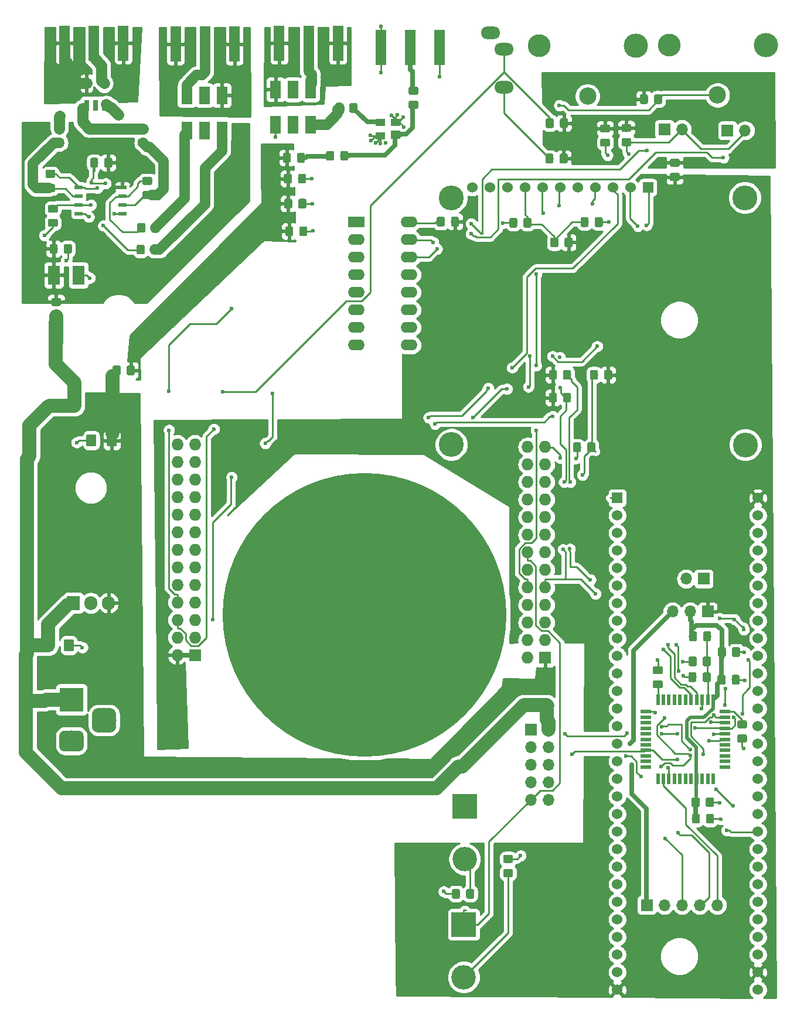
<source format=gtl>
G04 #@! TF.GenerationSoftware,KiCad,Pcbnew,6.0.0-rc1-unknown-e7fa02a~66~ubuntu18.04.1*
G04 #@! TF.CreationDate,2021-06-26T12:49:04-07:00
G04 #@! TF.ProjectId,rp_adapter,72705f61-6461-4707-9465-722e6b696361,rev?*
G04 #@! TF.SameCoordinates,Original*
G04 #@! TF.FileFunction,Copper,L1,Top*
G04 #@! TF.FilePolarity,Positive*
%FSLAX46Y46*%
G04 Gerber Fmt 4.6, Leading zero omitted, Abs format (unit mm)*
G04 Created by KiCad (PCBNEW 6.0.0-rc1-unknown-e7fa02a~66~ubuntu18.04.1) date Sat 26 Jun 2021 12:49:04 PM PDT*
%MOMM*%
%LPD*%
G04 APERTURE LIST*
%ADD10C,0.100000*%
%ADD11C,1.150000*%
%ADD12R,1.500000X0.550000*%
%ADD13R,0.550000X1.500000*%
%ADD14R,1.727200X1.727200*%
%ADD15O,1.727200X1.727200*%
%ADD16R,1.778000X2.794000*%
%ADD17R,1.650000X2.540000*%
%ADD18R,0.760000X1.650000*%
%ADD19R,1.143000X0.508000*%
%ADD20C,3.540760*%
%ADD21R,3.540760X3.540760*%
%ADD22C,2.500000*%
%ADD23C,3.500000*%
%ADD24C,3.300000*%
%ADD25R,1.700000X1.700000*%
%ADD26O,1.700000X1.700000*%
%ADD27C,41.000000*%
%ADD28R,2.400000X1.600000*%
%ADD29O,2.400000X1.600000*%
%ADD30O,2.800000X1.800000*%
%ADD31R,1.500000X5.080000*%
%ADD32R,1.524000X1.524000*%
%ADD33C,1.524000*%
%ADD34C,3.600000*%
%ADD35R,1.400000X1.200000*%
%ADD36R,1.400000X1.000000*%
%ADD37C,1.425000*%
%ADD38R,3.500000X3.500000*%
%ADD39C,3.000000*%
%ADD40R,1.905000X2.000000*%
%ADD41O,1.905000X2.000000*%
%ADD42C,0.600000*%
%ADD43C,0.250000*%
%ADD44C,2.000000*%
%ADD45C,0.700000*%
%ADD46C,1.600000*%
%ADD47C,1.151800*%
%ADD48C,1.500000*%
%ADD49C,0.500000*%
%ADD50C,0.254000*%
G04 APERTURE END LIST*
D10*
G36*
X159556505Y-117315204D02*
G01*
X159580773Y-117318804D01*
X159604572Y-117324765D01*
X159627671Y-117333030D01*
X159649850Y-117343520D01*
X159670893Y-117356132D01*
X159690599Y-117370747D01*
X159708777Y-117387223D01*
X159725253Y-117405401D01*
X159739868Y-117425107D01*
X159752480Y-117446150D01*
X159762970Y-117468329D01*
X159771235Y-117491428D01*
X159777196Y-117515227D01*
X159780796Y-117539495D01*
X159782000Y-117563999D01*
X159782000Y-118464001D01*
X159780796Y-118488505D01*
X159777196Y-118512773D01*
X159771235Y-118536572D01*
X159762970Y-118559671D01*
X159752480Y-118581850D01*
X159739868Y-118602893D01*
X159725253Y-118622599D01*
X159708777Y-118640777D01*
X159690599Y-118657253D01*
X159670893Y-118671868D01*
X159649850Y-118684480D01*
X159627671Y-118694970D01*
X159604572Y-118703235D01*
X159580773Y-118709196D01*
X159556505Y-118712796D01*
X159532001Y-118714000D01*
X158881999Y-118714000D01*
X158857495Y-118712796D01*
X158833227Y-118709196D01*
X158809428Y-118703235D01*
X158786329Y-118694970D01*
X158764150Y-118684480D01*
X158743107Y-118671868D01*
X158723401Y-118657253D01*
X158705223Y-118640777D01*
X158688747Y-118622599D01*
X158674132Y-118602893D01*
X158661520Y-118581850D01*
X158651030Y-118559671D01*
X158642765Y-118536572D01*
X158636804Y-118512773D01*
X158633204Y-118488505D01*
X158632000Y-118464001D01*
X158632000Y-117563999D01*
X158633204Y-117539495D01*
X158636804Y-117515227D01*
X158642765Y-117491428D01*
X158651030Y-117468329D01*
X158661520Y-117446150D01*
X158674132Y-117425107D01*
X158688747Y-117405401D01*
X158705223Y-117387223D01*
X158723401Y-117370747D01*
X158743107Y-117356132D01*
X158764150Y-117343520D01*
X158786329Y-117333030D01*
X158809428Y-117324765D01*
X158833227Y-117318804D01*
X158857495Y-117315204D01*
X158881999Y-117314000D01*
X159532001Y-117314000D01*
X159556505Y-117315204D01*
X159556505Y-117315204D01*
G37*
D11*
X159207000Y-118014000D03*
D10*
G36*
X157506505Y-117315204D02*
G01*
X157530773Y-117318804D01*
X157554572Y-117324765D01*
X157577671Y-117333030D01*
X157599850Y-117343520D01*
X157620893Y-117356132D01*
X157640599Y-117370747D01*
X157658777Y-117387223D01*
X157675253Y-117405401D01*
X157689868Y-117425107D01*
X157702480Y-117446150D01*
X157712970Y-117468329D01*
X157721235Y-117491428D01*
X157727196Y-117515227D01*
X157730796Y-117539495D01*
X157732000Y-117563999D01*
X157732000Y-118464001D01*
X157730796Y-118488505D01*
X157727196Y-118512773D01*
X157721235Y-118536572D01*
X157712970Y-118559671D01*
X157702480Y-118581850D01*
X157689868Y-118602893D01*
X157675253Y-118622599D01*
X157658777Y-118640777D01*
X157640599Y-118657253D01*
X157620893Y-118671868D01*
X157599850Y-118684480D01*
X157577671Y-118694970D01*
X157554572Y-118703235D01*
X157530773Y-118709196D01*
X157506505Y-118712796D01*
X157482001Y-118714000D01*
X156831999Y-118714000D01*
X156807495Y-118712796D01*
X156783227Y-118709196D01*
X156759428Y-118703235D01*
X156736329Y-118694970D01*
X156714150Y-118684480D01*
X156693107Y-118671868D01*
X156673401Y-118657253D01*
X156655223Y-118640777D01*
X156638747Y-118622599D01*
X156624132Y-118602893D01*
X156611520Y-118581850D01*
X156601030Y-118559671D01*
X156592765Y-118536572D01*
X156586804Y-118512773D01*
X156583204Y-118488505D01*
X156582000Y-118464001D01*
X156582000Y-117563999D01*
X156583204Y-117539495D01*
X156586804Y-117515227D01*
X156592765Y-117491428D01*
X156601030Y-117468329D01*
X156611520Y-117446150D01*
X156624132Y-117425107D01*
X156638747Y-117405401D01*
X156655223Y-117387223D01*
X156673401Y-117370747D01*
X156693107Y-117356132D01*
X156714150Y-117343520D01*
X156736329Y-117333030D01*
X156759428Y-117324765D01*
X156783227Y-117318804D01*
X156807495Y-117315204D01*
X156831999Y-117314000D01*
X157482001Y-117314000D01*
X157506505Y-117315204D01*
X157506505Y-117315204D01*
G37*
D11*
X157157000Y-118014000D03*
D12*
X146203000Y-126641000D03*
X146203000Y-127441000D03*
X146203000Y-128241000D03*
X146203000Y-129041000D03*
X146203000Y-129841000D03*
X146203000Y-130641000D03*
X146203000Y-131441000D03*
X146203000Y-132241000D03*
X146203000Y-133041000D03*
X146203000Y-133841000D03*
X146203000Y-134641000D03*
D13*
X147903000Y-136341000D03*
X148703000Y-136341000D03*
X149503000Y-136341000D03*
X150303000Y-136341000D03*
X151103000Y-136341000D03*
X151903000Y-136341000D03*
X152703000Y-136341000D03*
X153503000Y-136341000D03*
X154303000Y-136341000D03*
X155103000Y-136341000D03*
X155903000Y-136341000D03*
D12*
X157603000Y-134641000D03*
X157603000Y-133841000D03*
X157603000Y-133041000D03*
X157603000Y-132241000D03*
X157603000Y-131441000D03*
X157603000Y-130641000D03*
X157603000Y-129841000D03*
X157603000Y-129041000D03*
X157603000Y-128241000D03*
X157603000Y-127441000D03*
X157603000Y-126641000D03*
D13*
X155903000Y-124941000D03*
X155103000Y-124941000D03*
X154303000Y-124941000D03*
X153503000Y-124941000D03*
X152703000Y-124941000D03*
X151903000Y-124941000D03*
X151103000Y-124941000D03*
X150303000Y-124941000D03*
X149503000Y-124941000D03*
X148703000Y-124941000D03*
X147903000Y-124941000D03*
D14*
X131612000Y-118838000D03*
D15*
X129072000Y-118838000D03*
X131612000Y-116298000D03*
X129072000Y-116298000D03*
X131612000Y-113758000D03*
X129072000Y-113758000D03*
X131612000Y-111218000D03*
X129072000Y-111218000D03*
X131612000Y-108678000D03*
X129072000Y-108678000D03*
X131612000Y-106138000D03*
X129072000Y-106138000D03*
X131612000Y-103598000D03*
X129072000Y-103598000D03*
X131612000Y-101058000D03*
X129072000Y-101058000D03*
X131612000Y-98518000D03*
X129072000Y-98518000D03*
X131612000Y-95978000D03*
X129072000Y-95978000D03*
X131612000Y-93438000D03*
X129072000Y-93438000D03*
X131612000Y-90898000D03*
X129072000Y-90898000D03*
X131612000Y-88358000D03*
X129072000Y-88358000D03*
D14*
X81017900Y-118460000D03*
D15*
X78477900Y-118460000D03*
X81017900Y-115920000D03*
X78477900Y-115920000D03*
X81017900Y-113380000D03*
X78477900Y-113380000D03*
X81017900Y-110840000D03*
X78477900Y-110840000D03*
X81017900Y-108300000D03*
X78477900Y-108300000D03*
X81017900Y-105760000D03*
X78477900Y-105760000D03*
X81017900Y-103220000D03*
X78477900Y-103220000D03*
X81017900Y-100680000D03*
X78477900Y-100680000D03*
X81017900Y-98140000D03*
X78477900Y-98140000D03*
X81017900Y-95600000D03*
X78477900Y-95600000D03*
X81017900Y-93060000D03*
X78477900Y-93060000D03*
X81017900Y-90520000D03*
X78477900Y-90520000D03*
X81017900Y-87980000D03*
X78477900Y-87980000D03*
D16*
X60634000Y-63521000D03*
X64190000Y-63521000D03*
D17*
X79829000Y-42621000D03*
X79829000Y-37541000D03*
X82369000Y-42621000D03*
X84909000Y-42621000D03*
X84909000Y-37541000D03*
X82369000Y-37541000D03*
D18*
X67905000Y-35793000D03*
X65365000Y-35793000D03*
X67905000Y-38968000D03*
X66635000Y-38968000D03*
X65365000Y-38968000D03*
D19*
X70555000Y-50805000D03*
X70555000Y-52075000D03*
X70555000Y-53345000D03*
X70555000Y-54615000D03*
X64205000Y-54615000D03*
X64205000Y-53345000D03*
X64205000Y-52075000D03*
X64205000Y-50805000D03*
D20*
X119990000Y-147967000D03*
D21*
X119990000Y-140347000D03*
D20*
X119860000Y-165037000D03*
D21*
X119860000Y-157417000D03*
D17*
X97747000Y-36699000D03*
X97747000Y-41779000D03*
X95207000Y-36699000D03*
X92667000Y-36699000D03*
X92667000Y-41779000D03*
X95207000Y-41779000D03*
D10*
G36*
X96894505Y-52481204D02*
G01*
X96918773Y-52484804D01*
X96942572Y-52490765D01*
X96965671Y-52499030D01*
X96987850Y-52509520D01*
X97008893Y-52522132D01*
X97028599Y-52536747D01*
X97046777Y-52553223D01*
X97063253Y-52571401D01*
X97077868Y-52591107D01*
X97090480Y-52612150D01*
X97100970Y-52634329D01*
X97109235Y-52657428D01*
X97115196Y-52681227D01*
X97118796Y-52705495D01*
X97120000Y-52729999D01*
X97120000Y-53630001D01*
X97118796Y-53654505D01*
X97115196Y-53678773D01*
X97109235Y-53702572D01*
X97100970Y-53725671D01*
X97090480Y-53747850D01*
X97077868Y-53768893D01*
X97063253Y-53788599D01*
X97046777Y-53806777D01*
X97028599Y-53823253D01*
X97008893Y-53837868D01*
X96987850Y-53850480D01*
X96965671Y-53860970D01*
X96942572Y-53869235D01*
X96918773Y-53875196D01*
X96894505Y-53878796D01*
X96870001Y-53880000D01*
X96219999Y-53880000D01*
X96195495Y-53878796D01*
X96171227Y-53875196D01*
X96147428Y-53869235D01*
X96124329Y-53860970D01*
X96102150Y-53850480D01*
X96081107Y-53837868D01*
X96061401Y-53823253D01*
X96043223Y-53806777D01*
X96026747Y-53788599D01*
X96012132Y-53768893D01*
X95999520Y-53747850D01*
X95989030Y-53725671D01*
X95980765Y-53702572D01*
X95974804Y-53678773D01*
X95971204Y-53654505D01*
X95970000Y-53630001D01*
X95970000Y-52729999D01*
X95971204Y-52705495D01*
X95974804Y-52681227D01*
X95980765Y-52657428D01*
X95989030Y-52634329D01*
X95999520Y-52612150D01*
X96012132Y-52591107D01*
X96026747Y-52571401D01*
X96043223Y-52553223D01*
X96061401Y-52536747D01*
X96081107Y-52522132D01*
X96102150Y-52509520D01*
X96124329Y-52499030D01*
X96147428Y-52490765D01*
X96171227Y-52484804D01*
X96195495Y-52481204D01*
X96219999Y-52480000D01*
X96870001Y-52480000D01*
X96894505Y-52481204D01*
X96894505Y-52481204D01*
G37*
D11*
X96545000Y-53180000D03*
D10*
G36*
X94844505Y-52481204D02*
G01*
X94868773Y-52484804D01*
X94892572Y-52490765D01*
X94915671Y-52499030D01*
X94937850Y-52509520D01*
X94958893Y-52522132D01*
X94978599Y-52536747D01*
X94996777Y-52553223D01*
X95013253Y-52571401D01*
X95027868Y-52591107D01*
X95040480Y-52612150D01*
X95050970Y-52634329D01*
X95059235Y-52657428D01*
X95065196Y-52681227D01*
X95068796Y-52705495D01*
X95070000Y-52729999D01*
X95070000Y-53630001D01*
X95068796Y-53654505D01*
X95065196Y-53678773D01*
X95059235Y-53702572D01*
X95050970Y-53725671D01*
X95040480Y-53747850D01*
X95027868Y-53768893D01*
X95013253Y-53788599D01*
X94996777Y-53806777D01*
X94978599Y-53823253D01*
X94958893Y-53837868D01*
X94937850Y-53850480D01*
X94915671Y-53860970D01*
X94892572Y-53869235D01*
X94868773Y-53875196D01*
X94844505Y-53878796D01*
X94820001Y-53880000D01*
X94169999Y-53880000D01*
X94145495Y-53878796D01*
X94121227Y-53875196D01*
X94097428Y-53869235D01*
X94074329Y-53860970D01*
X94052150Y-53850480D01*
X94031107Y-53837868D01*
X94011401Y-53823253D01*
X93993223Y-53806777D01*
X93976747Y-53788599D01*
X93962132Y-53768893D01*
X93949520Y-53747850D01*
X93939030Y-53725671D01*
X93930765Y-53702572D01*
X93924804Y-53678773D01*
X93921204Y-53654505D01*
X93920000Y-53630001D01*
X93920000Y-52729999D01*
X93921204Y-52705495D01*
X93924804Y-52681227D01*
X93930765Y-52657428D01*
X93939030Y-52634329D01*
X93949520Y-52612150D01*
X93962132Y-52591107D01*
X93976747Y-52571401D01*
X93993223Y-52553223D01*
X94011401Y-52536747D01*
X94031107Y-52522132D01*
X94052150Y-52509520D01*
X94074329Y-52499030D01*
X94097428Y-52490765D01*
X94121227Y-52484804D01*
X94145495Y-52481204D01*
X94169999Y-52480000D01*
X94820001Y-52480000D01*
X94844505Y-52481204D01*
X94844505Y-52481204D01*
G37*
D11*
X94495000Y-53180000D03*
D10*
G36*
X94987505Y-56473204D02*
G01*
X95011773Y-56476804D01*
X95035572Y-56482765D01*
X95058671Y-56491030D01*
X95080850Y-56501520D01*
X95101893Y-56514132D01*
X95121599Y-56528747D01*
X95139777Y-56545223D01*
X95156253Y-56563401D01*
X95170868Y-56583107D01*
X95183480Y-56604150D01*
X95193970Y-56626329D01*
X95202235Y-56649428D01*
X95208196Y-56673227D01*
X95211796Y-56697495D01*
X95213000Y-56721999D01*
X95213000Y-57622001D01*
X95211796Y-57646505D01*
X95208196Y-57670773D01*
X95202235Y-57694572D01*
X95193970Y-57717671D01*
X95183480Y-57739850D01*
X95170868Y-57760893D01*
X95156253Y-57780599D01*
X95139777Y-57798777D01*
X95121599Y-57815253D01*
X95101893Y-57829868D01*
X95080850Y-57842480D01*
X95058671Y-57852970D01*
X95035572Y-57861235D01*
X95011773Y-57867196D01*
X94987505Y-57870796D01*
X94963001Y-57872000D01*
X94312999Y-57872000D01*
X94288495Y-57870796D01*
X94264227Y-57867196D01*
X94240428Y-57861235D01*
X94217329Y-57852970D01*
X94195150Y-57842480D01*
X94174107Y-57829868D01*
X94154401Y-57815253D01*
X94136223Y-57798777D01*
X94119747Y-57780599D01*
X94105132Y-57760893D01*
X94092520Y-57739850D01*
X94082030Y-57717671D01*
X94073765Y-57694572D01*
X94067804Y-57670773D01*
X94064204Y-57646505D01*
X94063000Y-57622001D01*
X94063000Y-56721999D01*
X94064204Y-56697495D01*
X94067804Y-56673227D01*
X94073765Y-56649428D01*
X94082030Y-56626329D01*
X94092520Y-56604150D01*
X94105132Y-56583107D01*
X94119747Y-56563401D01*
X94136223Y-56545223D01*
X94154401Y-56528747D01*
X94174107Y-56514132D01*
X94195150Y-56501520D01*
X94217329Y-56491030D01*
X94240428Y-56482765D01*
X94264227Y-56476804D01*
X94288495Y-56473204D01*
X94312999Y-56472000D01*
X94963001Y-56472000D01*
X94987505Y-56473204D01*
X94987505Y-56473204D01*
G37*
D11*
X94638000Y-57172000D03*
D10*
G36*
X97037505Y-56473204D02*
G01*
X97061773Y-56476804D01*
X97085572Y-56482765D01*
X97108671Y-56491030D01*
X97130850Y-56501520D01*
X97151893Y-56514132D01*
X97171599Y-56528747D01*
X97189777Y-56545223D01*
X97206253Y-56563401D01*
X97220868Y-56583107D01*
X97233480Y-56604150D01*
X97243970Y-56626329D01*
X97252235Y-56649428D01*
X97258196Y-56673227D01*
X97261796Y-56697495D01*
X97263000Y-56721999D01*
X97263000Y-57622001D01*
X97261796Y-57646505D01*
X97258196Y-57670773D01*
X97252235Y-57694572D01*
X97243970Y-57717671D01*
X97233480Y-57739850D01*
X97220868Y-57760893D01*
X97206253Y-57780599D01*
X97189777Y-57798777D01*
X97171599Y-57815253D01*
X97151893Y-57829868D01*
X97130850Y-57842480D01*
X97108671Y-57852970D01*
X97085572Y-57861235D01*
X97061773Y-57867196D01*
X97037505Y-57870796D01*
X97013001Y-57872000D01*
X96362999Y-57872000D01*
X96338495Y-57870796D01*
X96314227Y-57867196D01*
X96290428Y-57861235D01*
X96267329Y-57852970D01*
X96245150Y-57842480D01*
X96224107Y-57829868D01*
X96204401Y-57815253D01*
X96186223Y-57798777D01*
X96169747Y-57780599D01*
X96155132Y-57760893D01*
X96142520Y-57739850D01*
X96132030Y-57717671D01*
X96123765Y-57694572D01*
X96117804Y-57670773D01*
X96114204Y-57646505D01*
X96113000Y-57622001D01*
X96113000Y-56721999D01*
X96114204Y-56697495D01*
X96117804Y-56673227D01*
X96123765Y-56649428D01*
X96132030Y-56626329D01*
X96142520Y-56604150D01*
X96155132Y-56583107D01*
X96169747Y-56563401D01*
X96186223Y-56545223D01*
X96204401Y-56528747D01*
X96224107Y-56514132D01*
X96245150Y-56501520D01*
X96267329Y-56491030D01*
X96290428Y-56482765D01*
X96314227Y-56476804D01*
X96338495Y-56473204D01*
X96362999Y-56472000D01*
X97013001Y-56472000D01*
X97037505Y-56473204D01*
X97037505Y-56473204D01*
G37*
D11*
X96688000Y-57172000D03*
D10*
G36*
X137667505Y-55162204D02*
G01*
X137691773Y-55165804D01*
X137715572Y-55171765D01*
X137738671Y-55180030D01*
X137760850Y-55190520D01*
X137781893Y-55203132D01*
X137801599Y-55217747D01*
X137819777Y-55234223D01*
X137836253Y-55252401D01*
X137850868Y-55272107D01*
X137863480Y-55293150D01*
X137873970Y-55315329D01*
X137882235Y-55338428D01*
X137888196Y-55362227D01*
X137891796Y-55386495D01*
X137893000Y-55410999D01*
X137893000Y-56311001D01*
X137891796Y-56335505D01*
X137888196Y-56359773D01*
X137882235Y-56383572D01*
X137873970Y-56406671D01*
X137863480Y-56428850D01*
X137850868Y-56449893D01*
X137836253Y-56469599D01*
X137819777Y-56487777D01*
X137801599Y-56504253D01*
X137781893Y-56518868D01*
X137760850Y-56531480D01*
X137738671Y-56541970D01*
X137715572Y-56550235D01*
X137691773Y-56556196D01*
X137667505Y-56559796D01*
X137643001Y-56561000D01*
X136992999Y-56561000D01*
X136968495Y-56559796D01*
X136944227Y-56556196D01*
X136920428Y-56550235D01*
X136897329Y-56541970D01*
X136875150Y-56531480D01*
X136854107Y-56518868D01*
X136834401Y-56504253D01*
X136816223Y-56487777D01*
X136799747Y-56469599D01*
X136785132Y-56449893D01*
X136772520Y-56428850D01*
X136762030Y-56406671D01*
X136753765Y-56383572D01*
X136747804Y-56359773D01*
X136744204Y-56335505D01*
X136743000Y-56311001D01*
X136743000Y-55410999D01*
X136744204Y-55386495D01*
X136747804Y-55362227D01*
X136753765Y-55338428D01*
X136762030Y-55315329D01*
X136772520Y-55293150D01*
X136785132Y-55272107D01*
X136799747Y-55252401D01*
X136816223Y-55234223D01*
X136834401Y-55217747D01*
X136854107Y-55203132D01*
X136875150Y-55190520D01*
X136897329Y-55180030D01*
X136920428Y-55171765D01*
X136944227Y-55165804D01*
X136968495Y-55162204D01*
X136992999Y-55161000D01*
X137643001Y-55161000D01*
X137667505Y-55162204D01*
X137667505Y-55162204D01*
G37*
D11*
X137318000Y-55861000D03*
D10*
G36*
X139717505Y-55162204D02*
G01*
X139741773Y-55165804D01*
X139765572Y-55171765D01*
X139788671Y-55180030D01*
X139810850Y-55190520D01*
X139831893Y-55203132D01*
X139851599Y-55217747D01*
X139869777Y-55234223D01*
X139886253Y-55252401D01*
X139900868Y-55272107D01*
X139913480Y-55293150D01*
X139923970Y-55315329D01*
X139932235Y-55338428D01*
X139938196Y-55362227D01*
X139941796Y-55386495D01*
X139943000Y-55410999D01*
X139943000Y-56311001D01*
X139941796Y-56335505D01*
X139938196Y-56359773D01*
X139932235Y-56383572D01*
X139923970Y-56406671D01*
X139913480Y-56428850D01*
X139900868Y-56449893D01*
X139886253Y-56469599D01*
X139869777Y-56487777D01*
X139851599Y-56504253D01*
X139831893Y-56518868D01*
X139810850Y-56531480D01*
X139788671Y-56541970D01*
X139765572Y-56550235D01*
X139741773Y-56556196D01*
X139717505Y-56559796D01*
X139693001Y-56561000D01*
X139042999Y-56561000D01*
X139018495Y-56559796D01*
X138994227Y-56556196D01*
X138970428Y-56550235D01*
X138947329Y-56541970D01*
X138925150Y-56531480D01*
X138904107Y-56518868D01*
X138884401Y-56504253D01*
X138866223Y-56487777D01*
X138849747Y-56469599D01*
X138835132Y-56449893D01*
X138822520Y-56428850D01*
X138812030Y-56406671D01*
X138803765Y-56383572D01*
X138797804Y-56359773D01*
X138794204Y-56335505D01*
X138793000Y-56311001D01*
X138793000Y-55410999D01*
X138794204Y-55386495D01*
X138797804Y-55362227D01*
X138803765Y-55338428D01*
X138812030Y-55315329D01*
X138822520Y-55293150D01*
X138835132Y-55272107D01*
X138849747Y-55252401D01*
X138866223Y-55234223D01*
X138884401Y-55217747D01*
X138904107Y-55203132D01*
X138925150Y-55190520D01*
X138947329Y-55180030D01*
X138970428Y-55171765D01*
X138994227Y-55165804D01*
X139018495Y-55162204D01*
X139042999Y-55161000D01*
X139693001Y-55161000D01*
X139717505Y-55162204D01*
X139717505Y-55162204D01*
G37*
D11*
X139368000Y-55861000D03*
D10*
G36*
X127365505Y-55245204D02*
G01*
X127389773Y-55248804D01*
X127413572Y-55254765D01*
X127436671Y-55263030D01*
X127458850Y-55273520D01*
X127479893Y-55286132D01*
X127499599Y-55300747D01*
X127517777Y-55317223D01*
X127534253Y-55335401D01*
X127548868Y-55355107D01*
X127561480Y-55376150D01*
X127571970Y-55398329D01*
X127580235Y-55421428D01*
X127586196Y-55445227D01*
X127589796Y-55469495D01*
X127591000Y-55493999D01*
X127591000Y-56394001D01*
X127589796Y-56418505D01*
X127586196Y-56442773D01*
X127580235Y-56466572D01*
X127571970Y-56489671D01*
X127561480Y-56511850D01*
X127548868Y-56532893D01*
X127534253Y-56552599D01*
X127517777Y-56570777D01*
X127499599Y-56587253D01*
X127479893Y-56601868D01*
X127458850Y-56614480D01*
X127436671Y-56624970D01*
X127413572Y-56633235D01*
X127389773Y-56639196D01*
X127365505Y-56642796D01*
X127341001Y-56644000D01*
X126690999Y-56644000D01*
X126666495Y-56642796D01*
X126642227Y-56639196D01*
X126618428Y-56633235D01*
X126595329Y-56624970D01*
X126573150Y-56614480D01*
X126552107Y-56601868D01*
X126532401Y-56587253D01*
X126514223Y-56570777D01*
X126497747Y-56552599D01*
X126483132Y-56532893D01*
X126470520Y-56511850D01*
X126460030Y-56489671D01*
X126451765Y-56466572D01*
X126445804Y-56442773D01*
X126442204Y-56418505D01*
X126441000Y-56394001D01*
X126441000Y-55493999D01*
X126442204Y-55469495D01*
X126445804Y-55445227D01*
X126451765Y-55421428D01*
X126460030Y-55398329D01*
X126470520Y-55376150D01*
X126483132Y-55355107D01*
X126497747Y-55335401D01*
X126514223Y-55317223D01*
X126532401Y-55300747D01*
X126552107Y-55286132D01*
X126573150Y-55273520D01*
X126595329Y-55263030D01*
X126618428Y-55254765D01*
X126642227Y-55248804D01*
X126666495Y-55245204D01*
X126690999Y-55244000D01*
X127341001Y-55244000D01*
X127365505Y-55245204D01*
X127365505Y-55245204D01*
G37*
D11*
X127016000Y-55944000D03*
D10*
G36*
X129415505Y-55245204D02*
G01*
X129439773Y-55248804D01*
X129463572Y-55254765D01*
X129486671Y-55263030D01*
X129508850Y-55273520D01*
X129529893Y-55286132D01*
X129549599Y-55300747D01*
X129567777Y-55317223D01*
X129584253Y-55335401D01*
X129598868Y-55355107D01*
X129611480Y-55376150D01*
X129621970Y-55398329D01*
X129630235Y-55421428D01*
X129636196Y-55445227D01*
X129639796Y-55469495D01*
X129641000Y-55493999D01*
X129641000Y-56394001D01*
X129639796Y-56418505D01*
X129636196Y-56442773D01*
X129630235Y-56466572D01*
X129621970Y-56489671D01*
X129611480Y-56511850D01*
X129598868Y-56532893D01*
X129584253Y-56552599D01*
X129567777Y-56570777D01*
X129549599Y-56587253D01*
X129529893Y-56601868D01*
X129508850Y-56614480D01*
X129486671Y-56624970D01*
X129463572Y-56633235D01*
X129439773Y-56639196D01*
X129415505Y-56642796D01*
X129391001Y-56644000D01*
X128740999Y-56644000D01*
X128716495Y-56642796D01*
X128692227Y-56639196D01*
X128668428Y-56633235D01*
X128645329Y-56624970D01*
X128623150Y-56614480D01*
X128602107Y-56601868D01*
X128582401Y-56587253D01*
X128564223Y-56570777D01*
X128547747Y-56552599D01*
X128533132Y-56532893D01*
X128520520Y-56511850D01*
X128510030Y-56489671D01*
X128501765Y-56466572D01*
X128495804Y-56442773D01*
X128492204Y-56418505D01*
X128491000Y-56394001D01*
X128491000Y-55493999D01*
X128492204Y-55469495D01*
X128495804Y-55445227D01*
X128501765Y-55421428D01*
X128510030Y-55398329D01*
X128520520Y-55376150D01*
X128533132Y-55355107D01*
X128547747Y-55335401D01*
X128564223Y-55317223D01*
X128582401Y-55300747D01*
X128602107Y-55286132D01*
X128623150Y-55273520D01*
X128645329Y-55263030D01*
X128668428Y-55254765D01*
X128692227Y-55248804D01*
X128716495Y-55245204D01*
X128740999Y-55244000D01*
X129391001Y-55244000D01*
X129415505Y-55245204D01*
X129415505Y-55245204D01*
G37*
D11*
X129066000Y-55944000D03*
D10*
G36*
X143836505Y-43728204D02*
G01*
X143860773Y-43731804D01*
X143884572Y-43737765D01*
X143907671Y-43746030D01*
X143929850Y-43756520D01*
X143950893Y-43769132D01*
X143970599Y-43783747D01*
X143988777Y-43800223D01*
X144005253Y-43818401D01*
X144019868Y-43838107D01*
X144032480Y-43859150D01*
X144042970Y-43881329D01*
X144051235Y-43904428D01*
X144057196Y-43928227D01*
X144060796Y-43952495D01*
X144062000Y-43976999D01*
X144062000Y-44627001D01*
X144060796Y-44651505D01*
X144057196Y-44675773D01*
X144051235Y-44699572D01*
X144042970Y-44722671D01*
X144032480Y-44744850D01*
X144019868Y-44765893D01*
X144005253Y-44785599D01*
X143988777Y-44803777D01*
X143970599Y-44820253D01*
X143950893Y-44834868D01*
X143929850Y-44847480D01*
X143907671Y-44857970D01*
X143884572Y-44866235D01*
X143860773Y-44872196D01*
X143836505Y-44875796D01*
X143812001Y-44877000D01*
X142911999Y-44877000D01*
X142887495Y-44875796D01*
X142863227Y-44872196D01*
X142839428Y-44866235D01*
X142816329Y-44857970D01*
X142794150Y-44847480D01*
X142773107Y-44834868D01*
X142753401Y-44820253D01*
X142735223Y-44803777D01*
X142718747Y-44785599D01*
X142704132Y-44765893D01*
X142691520Y-44744850D01*
X142681030Y-44722671D01*
X142672765Y-44699572D01*
X142666804Y-44675773D01*
X142663204Y-44651505D01*
X142662000Y-44627001D01*
X142662000Y-43976999D01*
X142663204Y-43952495D01*
X142666804Y-43928227D01*
X142672765Y-43904428D01*
X142681030Y-43881329D01*
X142691520Y-43859150D01*
X142704132Y-43838107D01*
X142718747Y-43818401D01*
X142735223Y-43800223D01*
X142753401Y-43783747D01*
X142773107Y-43769132D01*
X142794150Y-43756520D01*
X142816329Y-43746030D01*
X142839428Y-43737765D01*
X142863227Y-43731804D01*
X142887495Y-43728204D01*
X142911999Y-43727000D01*
X143812001Y-43727000D01*
X143836505Y-43728204D01*
X143836505Y-43728204D01*
G37*
D11*
X143362000Y-44302000D03*
D10*
G36*
X143836505Y-41678204D02*
G01*
X143860773Y-41681804D01*
X143884572Y-41687765D01*
X143907671Y-41696030D01*
X143929850Y-41706520D01*
X143950893Y-41719132D01*
X143970599Y-41733747D01*
X143988777Y-41750223D01*
X144005253Y-41768401D01*
X144019868Y-41788107D01*
X144032480Y-41809150D01*
X144042970Y-41831329D01*
X144051235Y-41854428D01*
X144057196Y-41878227D01*
X144060796Y-41902495D01*
X144062000Y-41926999D01*
X144062000Y-42577001D01*
X144060796Y-42601505D01*
X144057196Y-42625773D01*
X144051235Y-42649572D01*
X144042970Y-42672671D01*
X144032480Y-42694850D01*
X144019868Y-42715893D01*
X144005253Y-42735599D01*
X143988777Y-42753777D01*
X143970599Y-42770253D01*
X143950893Y-42784868D01*
X143929850Y-42797480D01*
X143907671Y-42807970D01*
X143884572Y-42816235D01*
X143860773Y-42822196D01*
X143836505Y-42825796D01*
X143812001Y-42827000D01*
X142911999Y-42827000D01*
X142887495Y-42825796D01*
X142863227Y-42822196D01*
X142839428Y-42816235D01*
X142816329Y-42807970D01*
X142794150Y-42797480D01*
X142773107Y-42784868D01*
X142753401Y-42770253D01*
X142735223Y-42753777D01*
X142718747Y-42735599D01*
X142704132Y-42715893D01*
X142691520Y-42694850D01*
X142681030Y-42672671D01*
X142672765Y-42649572D01*
X142666804Y-42625773D01*
X142663204Y-42601505D01*
X142662000Y-42577001D01*
X142662000Y-41926999D01*
X142663204Y-41902495D01*
X142666804Y-41878227D01*
X142672765Y-41854428D01*
X142681030Y-41831329D01*
X142691520Y-41809150D01*
X142704132Y-41788107D01*
X142718747Y-41768401D01*
X142735223Y-41750223D01*
X142753401Y-41733747D01*
X142773107Y-41719132D01*
X142794150Y-41706520D01*
X142816329Y-41696030D01*
X142839428Y-41687765D01*
X142863227Y-41681804D01*
X142887495Y-41678204D01*
X142911999Y-41677000D01*
X143812001Y-41677000D01*
X143836505Y-41678204D01*
X143836505Y-41678204D01*
G37*
D11*
X143362000Y-42252000D03*
D10*
G36*
X104274505Y-38648204D02*
G01*
X104298773Y-38651804D01*
X104322572Y-38657765D01*
X104345671Y-38666030D01*
X104367850Y-38676520D01*
X104388893Y-38689132D01*
X104408599Y-38703747D01*
X104426777Y-38720223D01*
X104443253Y-38738401D01*
X104457868Y-38758107D01*
X104470480Y-38779150D01*
X104480970Y-38801329D01*
X104489235Y-38824428D01*
X104495196Y-38848227D01*
X104498796Y-38872495D01*
X104500000Y-38896999D01*
X104500000Y-39797001D01*
X104498796Y-39821505D01*
X104495196Y-39845773D01*
X104489235Y-39869572D01*
X104480970Y-39892671D01*
X104470480Y-39914850D01*
X104457868Y-39935893D01*
X104443253Y-39955599D01*
X104426777Y-39973777D01*
X104408599Y-39990253D01*
X104388893Y-40004868D01*
X104367850Y-40017480D01*
X104345671Y-40027970D01*
X104322572Y-40036235D01*
X104298773Y-40042196D01*
X104274505Y-40045796D01*
X104250001Y-40047000D01*
X103599999Y-40047000D01*
X103575495Y-40045796D01*
X103551227Y-40042196D01*
X103527428Y-40036235D01*
X103504329Y-40027970D01*
X103482150Y-40017480D01*
X103461107Y-40004868D01*
X103441401Y-39990253D01*
X103423223Y-39973777D01*
X103406747Y-39955599D01*
X103392132Y-39935893D01*
X103379520Y-39914850D01*
X103369030Y-39892671D01*
X103360765Y-39869572D01*
X103354804Y-39845773D01*
X103351204Y-39821505D01*
X103350000Y-39797001D01*
X103350000Y-38896999D01*
X103351204Y-38872495D01*
X103354804Y-38848227D01*
X103360765Y-38824428D01*
X103369030Y-38801329D01*
X103379520Y-38779150D01*
X103392132Y-38758107D01*
X103406747Y-38738401D01*
X103423223Y-38720223D01*
X103441401Y-38703747D01*
X103461107Y-38689132D01*
X103482150Y-38676520D01*
X103504329Y-38666030D01*
X103527428Y-38657765D01*
X103551227Y-38651804D01*
X103575495Y-38648204D01*
X103599999Y-38647000D01*
X104250001Y-38647000D01*
X104274505Y-38648204D01*
X104274505Y-38648204D01*
G37*
D11*
X103925000Y-39347000D03*
D10*
G36*
X102224505Y-38648204D02*
G01*
X102248773Y-38651804D01*
X102272572Y-38657765D01*
X102295671Y-38666030D01*
X102317850Y-38676520D01*
X102338893Y-38689132D01*
X102358599Y-38703747D01*
X102376777Y-38720223D01*
X102393253Y-38738401D01*
X102407868Y-38758107D01*
X102420480Y-38779150D01*
X102430970Y-38801329D01*
X102439235Y-38824428D01*
X102445196Y-38848227D01*
X102448796Y-38872495D01*
X102450000Y-38896999D01*
X102450000Y-39797001D01*
X102448796Y-39821505D01*
X102445196Y-39845773D01*
X102439235Y-39869572D01*
X102430970Y-39892671D01*
X102420480Y-39914850D01*
X102407868Y-39935893D01*
X102393253Y-39955599D01*
X102376777Y-39973777D01*
X102358599Y-39990253D01*
X102338893Y-40004868D01*
X102317850Y-40017480D01*
X102295671Y-40027970D01*
X102272572Y-40036235D01*
X102248773Y-40042196D01*
X102224505Y-40045796D01*
X102200001Y-40047000D01*
X101549999Y-40047000D01*
X101525495Y-40045796D01*
X101501227Y-40042196D01*
X101477428Y-40036235D01*
X101454329Y-40027970D01*
X101432150Y-40017480D01*
X101411107Y-40004868D01*
X101391401Y-39990253D01*
X101373223Y-39973777D01*
X101356747Y-39955599D01*
X101342132Y-39935893D01*
X101329520Y-39914850D01*
X101319030Y-39892671D01*
X101310765Y-39869572D01*
X101304804Y-39845773D01*
X101301204Y-39821505D01*
X101300000Y-39797001D01*
X101300000Y-38896999D01*
X101301204Y-38872495D01*
X101304804Y-38848227D01*
X101310765Y-38824428D01*
X101319030Y-38801329D01*
X101329520Y-38779150D01*
X101342132Y-38758107D01*
X101356747Y-38738401D01*
X101373223Y-38720223D01*
X101391401Y-38703747D01*
X101411107Y-38689132D01*
X101432150Y-38676520D01*
X101454329Y-38666030D01*
X101477428Y-38657765D01*
X101501227Y-38651804D01*
X101525495Y-38648204D01*
X101549999Y-38647000D01*
X102200001Y-38647000D01*
X102224505Y-38648204D01*
X102224505Y-38648204D01*
G37*
D11*
X101875000Y-39347000D03*
D10*
G36*
X94798505Y-48878204D02*
G01*
X94822773Y-48881804D01*
X94846572Y-48887765D01*
X94869671Y-48896030D01*
X94891850Y-48906520D01*
X94912893Y-48919132D01*
X94932599Y-48933747D01*
X94950777Y-48950223D01*
X94967253Y-48968401D01*
X94981868Y-48988107D01*
X94994480Y-49009150D01*
X95004970Y-49031329D01*
X95013235Y-49054428D01*
X95019196Y-49078227D01*
X95022796Y-49102495D01*
X95024000Y-49126999D01*
X95024000Y-50027001D01*
X95022796Y-50051505D01*
X95019196Y-50075773D01*
X95013235Y-50099572D01*
X95004970Y-50122671D01*
X94994480Y-50144850D01*
X94981868Y-50165893D01*
X94967253Y-50185599D01*
X94950777Y-50203777D01*
X94932599Y-50220253D01*
X94912893Y-50234868D01*
X94891850Y-50247480D01*
X94869671Y-50257970D01*
X94846572Y-50266235D01*
X94822773Y-50272196D01*
X94798505Y-50275796D01*
X94774001Y-50277000D01*
X94123999Y-50277000D01*
X94099495Y-50275796D01*
X94075227Y-50272196D01*
X94051428Y-50266235D01*
X94028329Y-50257970D01*
X94006150Y-50247480D01*
X93985107Y-50234868D01*
X93965401Y-50220253D01*
X93947223Y-50203777D01*
X93930747Y-50185599D01*
X93916132Y-50165893D01*
X93903520Y-50144850D01*
X93893030Y-50122671D01*
X93884765Y-50099572D01*
X93878804Y-50075773D01*
X93875204Y-50051505D01*
X93874000Y-50027001D01*
X93874000Y-49126999D01*
X93875204Y-49102495D01*
X93878804Y-49078227D01*
X93884765Y-49054428D01*
X93893030Y-49031329D01*
X93903520Y-49009150D01*
X93916132Y-48988107D01*
X93930747Y-48968401D01*
X93947223Y-48950223D01*
X93965401Y-48933747D01*
X93985107Y-48919132D01*
X94006150Y-48906520D01*
X94028329Y-48896030D01*
X94051428Y-48887765D01*
X94075227Y-48881804D01*
X94099495Y-48878204D01*
X94123999Y-48877000D01*
X94774001Y-48877000D01*
X94798505Y-48878204D01*
X94798505Y-48878204D01*
G37*
D11*
X94449000Y-49577000D03*
D10*
G36*
X96848505Y-48878204D02*
G01*
X96872773Y-48881804D01*
X96896572Y-48887765D01*
X96919671Y-48896030D01*
X96941850Y-48906520D01*
X96962893Y-48919132D01*
X96982599Y-48933747D01*
X97000777Y-48950223D01*
X97017253Y-48968401D01*
X97031868Y-48988107D01*
X97044480Y-49009150D01*
X97054970Y-49031329D01*
X97063235Y-49054428D01*
X97069196Y-49078227D01*
X97072796Y-49102495D01*
X97074000Y-49126999D01*
X97074000Y-50027001D01*
X97072796Y-50051505D01*
X97069196Y-50075773D01*
X97063235Y-50099572D01*
X97054970Y-50122671D01*
X97044480Y-50144850D01*
X97031868Y-50165893D01*
X97017253Y-50185599D01*
X97000777Y-50203777D01*
X96982599Y-50220253D01*
X96962893Y-50234868D01*
X96941850Y-50247480D01*
X96919671Y-50257970D01*
X96896572Y-50266235D01*
X96872773Y-50272196D01*
X96848505Y-50275796D01*
X96824001Y-50277000D01*
X96173999Y-50277000D01*
X96149495Y-50275796D01*
X96125227Y-50272196D01*
X96101428Y-50266235D01*
X96078329Y-50257970D01*
X96056150Y-50247480D01*
X96035107Y-50234868D01*
X96015401Y-50220253D01*
X95997223Y-50203777D01*
X95980747Y-50185599D01*
X95966132Y-50165893D01*
X95953520Y-50144850D01*
X95943030Y-50122671D01*
X95934765Y-50099572D01*
X95928804Y-50075773D01*
X95925204Y-50051505D01*
X95924000Y-50027001D01*
X95924000Y-49126999D01*
X95925204Y-49102495D01*
X95928804Y-49078227D01*
X95934765Y-49054428D01*
X95943030Y-49031329D01*
X95953520Y-49009150D01*
X95966132Y-48988107D01*
X95980747Y-48968401D01*
X95997223Y-48950223D01*
X96015401Y-48933747D01*
X96035107Y-48919132D01*
X96056150Y-48906520D01*
X96078329Y-48896030D01*
X96101428Y-48887765D01*
X96125227Y-48881804D01*
X96149495Y-48878204D01*
X96173999Y-48877000D01*
X96824001Y-48877000D01*
X96848505Y-48878204D01*
X96848505Y-48878204D01*
G37*
D11*
X96499000Y-49577000D03*
D10*
G36*
X63013505Y-59013204D02*
G01*
X63037773Y-59016804D01*
X63061572Y-59022765D01*
X63084671Y-59031030D01*
X63106850Y-59041520D01*
X63127893Y-59054132D01*
X63147599Y-59068747D01*
X63165777Y-59085223D01*
X63182253Y-59103401D01*
X63196868Y-59123107D01*
X63209480Y-59144150D01*
X63219970Y-59166329D01*
X63228235Y-59189428D01*
X63234196Y-59213227D01*
X63237796Y-59237495D01*
X63239000Y-59261999D01*
X63239000Y-60162001D01*
X63237796Y-60186505D01*
X63234196Y-60210773D01*
X63228235Y-60234572D01*
X63219970Y-60257671D01*
X63209480Y-60279850D01*
X63196868Y-60300893D01*
X63182253Y-60320599D01*
X63165777Y-60338777D01*
X63147599Y-60355253D01*
X63127893Y-60369868D01*
X63106850Y-60382480D01*
X63084671Y-60392970D01*
X63061572Y-60401235D01*
X63037773Y-60407196D01*
X63013505Y-60410796D01*
X62989001Y-60412000D01*
X62338999Y-60412000D01*
X62314495Y-60410796D01*
X62290227Y-60407196D01*
X62266428Y-60401235D01*
X62243329Y-60392970D01*
X62221150Y-60382480D01*
X62200107Y-60369868D01*
X62180401Y-60355253D01*
X62162223Y-60338777D01*
X62145747Y-60320599D01*
X62131132Y-60300893D01*
X62118520Y-60279850D01*
X62108030Y-60257671D01*
X62099765Y-60234572D01*
X62093804Y-60210773D01*
X62090204Y-60186505D01*
X62089000Y-60162001D01*
X62089000Y-59261999D01*
X62090204Y-59237495D01*
X62093804Y-59213227D01*
X62099765Y-59189428D01*
X62108030Y-59166329D01*
X62118520Y-59144150D01*
X62131132Y-59123107D01*
X62145747Y-59103401D01*
X62162223Y-59085223D01*
X62180401Y-59068747D01*
X62200107Y-59054132D01*
X62221150Y-59041520D01*
X62243329Y-59031030D01*
X62266428Y-59022765D01*
X62290227Y-59016804D01*
X62314495Y-59013204D01*
X62338999Y-59012000D01*
X62989001Y-59012000D01*
X63013505Y-59013204D01*
X63013505Y-59013204D01*
G37*
D11*
X62664000Y-59712000D03*
D10*
G36*
X60963505Y-59013204D02*
G01*
X60987773Y-59016804D01*
X61011572Y-59022765D01*
X61034671Y-59031030D01*
X61056850Y-59041520D01*
X61077893Y-59054132D01*
X61097599Y-59068747D01*
X61115777Y-59085223D01*
X61132253Y-59103401D01*
X61146868Y-59123107D01*
X61159480Y-59144150D01*
X61169970Y-59166329D01*
X61178235Y-59189428D01*
X61184196Y-59213227D01*
X61187796Y-59237495D01*
X61189000Y-59261999D01*
X61189000Y-60162001D01*
X61187796Y-60186505D01*
X61184196Y-60210773D01*
X61178235Y-60234572D01*
X61169970Y-60257671D01*
X61159480Y-60279850D01*
X61146868Y-60300893D01*
X61132253Y-60320599D01*
X61115777Y-60338777D01*
X61097599Y-60355253D01*
X61077893Y-60369868D01*
X61056850Y-60382480D01*
X61034671Y-60392970D01*
X61011572Y-60401235D01*
X60987773Y-60407196D01*
X60963505Y-60410796D01*
X60939001Y-60412000D01*
X60288999Y-60412000D01*
X60264495Y-60410796D01*
X60240227Y-60407196D01*
X60216428Y-60401235D01*
X60193329Y-60392970D01*
X60171150Y-60382480D01*
X60150107Y-60369868D01*
X60130401Y-60355253D01*
X60112223Y-60338777D01*
X60095747Y-60320599D01*
X60081132Y-60300893D01*
X60068520Y-60279850D01*
X60058030Y-60257671D01*
X60049765Y-60234572D01*
X60043804Y-60210773D01*
X60040204Y-60186505D01*
X60039000Y-60162001D01*
X60039000Y-59261999D01*
X60040204Y-59237495D01*
X60043804Y-59213227D01*
X60049765Y-59189428D01*
X60058030Y-59166329D01*
X60068520Y-59144150D01*
X60081132Y-59123107D01*
X60095747Y-59103401D01*
X60112223Y-59085223D01*
X60130401Y-59068747D01*
X60150107Y-59054132D01*
X60171150Y-59041520D01*
X60193329Y-59031030D01*
X60216428Y-59022765D01*
X60240227Y-59016804D01*
X60264495Y-59013204D01*
X60288999Y-59012000D01*
X60939001Y-59012000D01*
X60963505Y-59013204D01*
X60963505Y-59013204D01*
G37*
D11*
X60614000Y-59712000D03*
D10*
G36*
X140755505Y-41748204D02*
G01*
X140779773Y-41751804D01*
X140803572Y-41757765D01*
X140826671Y-41766030D01*
X140848850Y-41776520D01*
X140869893Y-41789132D01*
X140889599Y-41803747D01*
X140907777Y-41820223D01*
X140924253Y-41838401D01*
X140938868Y-41858107D01*
X140951480Y-41879150D01*
X140961970Y-41901329D01*
X140970235Y-41924428D01*
X140976196Y-41948227D01*
X140979796Y-41972495D01*
X140981000Y-41996999D01*
X140981000Y-42647001D01*
X140979796Y-42671505D01*
X140976196Y-42695773D01*
X140970235Y-42719572D01*
X140961970Y-42742671D01*
X140951480Y-42764850D01*
X140938868Y-42785893D01*
X140924253Y-42805599D01*
X140907777Y-42823777D01*
X140889599Y-42840253D01*
X140869893Y-42854868D01*
X140848850Y-42867480D01*
X140826671Y-42877970D01*
X140803572Y-42886235D01*
X140779773Y-42892196D01*
X140755505Y-42895796D01*
X140731001Y-42897000D01*
X139830999Y-42897000D01*
X139806495Y-42895796D01*
X139782227Y-42892196D01*
X139758428Y-42886235D01*
X139735329Y-42877970D01*
X139713150Y-42867480D01*
X139692107Y-42854868D01*
X139672401Y-42840253D01*
X139654223Y-42823777D01*
X139637747Y-42805599D01*
X139623132Y-42785893D01*
X139610520Y-42764850D01*
X139600030Y-42742671D01*
X139591765Y-42719572D01*
X139585804Y-42695773D01*
X139582204Y-42671505D01*
X139581000Y-42647001D01*
X139581000Y-41996999D01*
X139582204Y-41972495D01*
X139585804Y-41948227D01*
X139591765Y-41924428D01*
X139600030Y-41901329D01*
X139610520Y-41879150D01*
X139623132Y-41858107D01*
X139637747Y-41838401D01*
X139654223Y-41820223D01*
X139672401Y-41803747D01*
X139692107Y-41789132D01*
X139713150Y-41776520D01*
X139735329Y-41766030D01*
X139758428Y-41757765D01*
X139782227Y-41751804D01*
X139806495Y-41748204D01*
X139830999Y-41747000D01*
X140731001Y-41747000D01*
X140755505Y-41748204D01*
X140755505Y-41748204D01*
G37*
D11*
X140281000Y-42322000D03*
D10*
G36*
X140755505Y-43798204D02*
G01*
X140779773Y-43801804D01*
X140803572Y-43807765D01*
X140826671Y-43816030D01*
X140848850Y-43826520D01*
X140869893Y-43839132D01*
X140889599Y-43853747D01*
X140907777Y-43870223D01*
X140924253Y-43888401D01*
X140938868Y-43908107D01*
X140951480Y-43929150D01*
X140961970Y-43951329D01*
X140970235Y-43974428D01*
X140976196Y-43998227D01*
X140979796Y-44022495D01*
X140981000Y-44046999D01*
X140981000Y-44697001D01*
X140979796Y-44721505D01*
X140976196Y-44745773D01*
X140970235Y-44769572D01*
X140961970Y-44792671D01*
X140951480Y-44814850D01*
X140938868Y-44835893D01*
X140924253Y-44855599D01*
X140907777Y-44873777D01*
X140889599Y-44890253D01*
X140869893Y-44904868D01*
X140848850Y-44917480D01*
X140826671Y-44927970D01*
X140803572Y-44936235D01*
X140779773Y-44942196D01*
X140755505Y-44945796D01*
X140731001Y-44947000D01*
X139830999Y-44947000D01*
X139806495Y-44945796D01*
X139782227Y-44942196D01*
X139758428Y-44936235D01*
X139735329Y-44927970D01*
X139713150Y-44917480D01*
X139692107Y-44904868D01*
X139672401Y-44890253D01*
X139654223Y-44873777D01*
X139637747Y-44855599D01*
X139623132Y-44835893D01*
X139610520Y-44814850D01*
X139600030Y-44792671D01*
X139591765Y-44769572D01*
X139585804Y-44745773D01*
X139582204Y-44721505D01*
X139581000Y-44697001D01*
X139581000Y-44046999D01*
X139582204Y-44022495D01*
X139585804Y-43998227D01*
X139591765Y-43974428D01*
X139600030Y-43951329D01*
X139610520Y-43929150D01*
X139623132Y-43908107D01*
X139637747Y-43888401D01*
X139654223Y-43870223D01*
X139672401Y-43853747D01*
X139692107Y-43839132D01*
X139713150Y-43826520D01*
X139735329Y-43816030D01*
X139758428Y-43807765D01*
X139782227Y-43801804D01*
X139806495Y-43798204D01*
X139830999Y-43797000D01*
X140731001Y-43797000D01*
X140755505Y-43798204D01*
X140755505Y-43798204D01*
G37*
D11*
X140281000Y-44372000D03*
D22*
X156512000Y-37499000D03*
D23*
X163512000Y-30229000D03*
D24*
X149512000Y-30229000D03*
X130748000Y-30364000D03*
D23*
X144748000Y-30364000D03*
D22*
X137748000Y-37634000D03*
D25*
X129569000Y-129238000D03*
D26*
X132109000Y-129238000D03*
X129569000Y-131778000D03*
X132109000Y-131778000D03*
X129569000Y-134318000D03*
X132109000Y-134318000D03*
X129569000Y-136858000D03*
X132109000Y-136858000D03*
X129569000Y-139398000D03*
X132109000Y-139398000D03*
D27*
X105560000Y-112605000D03*
D28*
X104347000Y-55845000D03*
D29*
X111967000Y-73625000D03*
X104347000Y-58385000D03*
X111967000Y-71085000D03*
X104347000Y-60925000D03*
X111967000Y-68545000D03*
X104347000Y-63465000D03*
X111967000Y-66005000D03*
X104347000Y-66005000D03*
X111967000Y-63465000D03*
X104347000Y-68545000D03*
X111967000Y-60925000D03*
X104347000Y-71085000D03*
X111967000Y-58385000D03*
X104347000Y-73625000D03*
X111967000Y-55845000D03*
D25*
X148839000Y-42420000D03*
D26*
X151379000Y-42420000D03*
X160515000Y-42618000D03*
D25*
X157975000Y-42618000D03*
D30*
X125713000Y-36392000D03*
X125713000Y-30892000D03*
X123713000Y-28492000D03*
D10*
G36*
X70051505Y-76582204D02*
G01*
X70075773Y-76585804D01*
X70099572Y-76591765D01*
X70122671Y-76600030D01*
X70144850Y-76610520D01*
X70165893Y-76623132D01*
X70185599Y-76637747D01*
X70203777Y-76654223D01*
X70220253Y-76672401D01*
X70234868Y-76692107D01*
X70247480Y-76713150D01*
X70257970Y-76735329D01*
X70266235Y-76758428D01*
X70272196Y-76782227D01*
X70275796Y-76806495D01*
X70277000Y-76830999D01*
X70277000Y-77731001D01*
X70275796Y-77755505D01*
X70272196Y-77779773D01*
X70266235Y-77803572D01*
X70257970Y-77826671D01*
X70247480Y-77848850D01*
X70234868Y-77869893D01*
X70220253Y-77889599D01*
X70203777Y-77907777D01*
X70185599Y-77924253D01*
X70165893Y-77938868D01*
X70144850Y-77951480D01*
X70122671Y-77961970D01*
X70099572Y-77970235D01*
X70075773Y-77976196D01*
X70051505Y-77979796D01*
X70027001Y-77981000D01*
X69376999Y-77981000D01*
X69352495Y-77979796D01*
X69328227Y-77976196D01*
X69304428Y-77970235D01*
X69281329Y-77961970D01*
X69259150Y-77951480D01*
X69238107Y-77938868D01*
X69218401Y-77924253D01*
X69200223Y-77907777D01*
X69183747Y-77889599D01*
X69169132Y-77869893D01*
X69156520Y-77848850D01*
X69146030Y-77826671D01*
X69137765Y-77803572D01*
X69131804Y-77779773D01*
X69128204Y-77755505D01*
X69127000Y-77731001D01*
X69127000Y-76830999D01*
X69128204Y-76806495D01*
X69131804Y-76782227D01*
X69137765Y-76758428D01*
X69146030Y-76735329D01*
X69156520Y-76713150D01*
X69169132Y-76692107D01*
X69183747Y-76672401D01*
X69200223Y-76654223D01*
X69218401Y-76637747D01*
X69238107Y-76623132D01*
X69259150Y-76610520D01*
X69281329Y-76600030D01*
X69304428Y-76591765D01*
X69328227Y-76585804D01*
X69352495Y-76582204D01*
X69376999Y-76581000D01*
X70027001Y-76581000D01*
X70051505Y-76582204D01*
X70051505Y-76582204D01*
G37*
D11*
X69702000Y-77281000D03*
D10*
G36*
X72101505Y-76582204D02*
G01*
X72125773Y-76585804D01*
X72149572Y-76591765D01*
X72172671Y-76600030D01*
X72194850Y-76610520D01*
X72215893Y-76623132D01*
X72235599Y-76637747D01*
X72253777Y-76654223D01*
X72270253Y-76672401D01*
X72284868Y-76692107D01*
X72297480Y-76713150D01*
X72307970Y-76735329D01*
X72316235Y-76758428D01*
X72322196Y-76782227D01*
X72325796Y-76806495D01*
X72327000Y-76830999D01*
X72327000Y-77731001D01*
X72325796Y-77755505D01*
X72322196Y-77779773D01*
X72316235Y-77803572D01*
X72307970Y-77826671D01*
X72297480Y-77848850D01*
X72284868Y-77869893D01*
X72270253Y-77889599D01*
X72253777Y-77907777D01*
X72235599Y-77924253D01*
X72215893Y-77938868D01*
X72194850Y-77951480D01*
X72172671Y-77961970D01*
X72149572Y-77970235D01*
X72125773Y-77976196D01*
X72101505Y-77979796D01*
X72077001Y-77981000D01*
X71426999Y-77981000D01*
X71402495Y-77979796D01*
X71378227Y-77976196D01*
X71354428Y-77970235D01*
X71331329Y-77961970D01*
X71309150Y-77951480D01*
X71288107Y-77938868D01*
X71268401Y-77924253D01*
X71250223Y-77907777D01*
X71233747Y-77889599D01*
X71219132Y-77869893D01*
X71206520Y-77848850D01*
X71196030Y-77826671D01*
X71187765Y-77803572D01*
X71181804Y-77779773D01*
X71178204Y-77755505D01*
X71177000Y-77731001D01*
X71177000Y-76830999D01*
X71178204Y-76806495D01*
X71181804Y-76782227D01*
X71187765Y-76758428D01*
X71196030Y-76735329D01*
X71206520Y-76713150D01*
X71219132Y-76692107D01*
X71233747Y-76672401D01*
X71250223Y-76654223D01*
X71268401Y-76637747D01*
X71288107Y-76623132D01*
X71309150Y-76610520D01*
X71331329Y-76600030D01*
X71354428Y-76591765D01*
X71378227Y-76585804D01*
X71402495Y-76582204D01*
X71426999Y-76581000D01*
X72077001Y-76581000D01*
X72101505Y-76582204D01*
X72101505Y-76582204D01*
G37*
D11*
X71752000Y-77281000D03*
D10*
G36*
X135349505Y-58087204D02*
G01*
X135373773Y-58090804D01*
X135397572Y-58096765D01*
X135420671Y-58105030D01*
X135442850Y-58115520D01*
X135463893Y-58128132D01*
X135483599Y-58142747D01*
X135501777Y-58159223D01*
X135518253Y-58177401D01*
X135532868Y-58197107D01*
X135545480Y-58218150D01*
X135555970Y-58240329D01*
X135564235Y-58263428D01*
X135570196Y-58287227D01*
X135573796Y-58311495D01*
X135575000Y-58335999D01*
X135575000Y-59236001D01*
X135573796Y-59260505D01*
X135570196Y-59284773D01*
X135564235Y-59308572D01*
X135555970Y-59331671D01*
X135545480Y-59353850D01*
X135532868Y-59374893D01*
X135518253Y-59394599D01*
X135501777Y-59412777D01*
X135483599Y-59429253D01*
X135463893Y-59443868D01*
X135442850Y-59456480D01*
X135420671Y-59466970D01*
X135397572Y-59475235D01*
X135373773Y-59481196D01*
X135349505Y-59484796D01*
X135325001Y-59486000D01*
X134674999Y-59486000D01*
X134650495Y-59484796D01*
X134626227Y-59481196D01*
X134602428Y-59475235D01*
X134579329Y-59466970D01*
X134557150Y-59456480D01*
X134536107Y-59443868D01*
X134516401Y-59429253D01*
X134498223Y-59412777D01*
X134481747Y-59394599D01*
X134467132Y-59374893D01*
X134454520Y-59353850D01*
X134444030Y-59331671D01*
X134435765Y-59308572D01*
X134429804Y-59284773D01*
X134426204Y-59260505D01*
X134425000Y-59236001D01*
X134425000Y-58335999D01*
X134426204Y-58311495D01*
X134429804Y-58287227D01*
X134435765Y-58263428D01*
X134444030Y-58240329D01*
X134454520Y-58218150D01*
X134467132Y-58197107D01*
X134481747Y-58177401D01*
X134498223Y-58159223D01*
X134516401Y-58142747D01*
X134536107Y-58128132D01*
X134557150Y-58115520D01*
X134579329Y-58105030D01*
X134602428Y-58096765D01*
X134626227Y-58090804D01*
X134650495Y-58087204D01*
X134674999Y-58086000D01*
X135325001Y-58086000D01*
X135349505Y-58087204D01*
X135349505Y-58087204D01*
G37*
D11*
X135000000Y-58786000D03*
D10*
G36*
X133299505Y-58087204D02*
G01*
X133323773Y-58090804D01*
X133347572Y-58096765D01*
X133370671Y-58105030D01*
X133392850Y-58115520D01*
X133413893Y-58128132D01*
X133433599Y-58142747D01*
X133451777Y-58159223D01*
X133468253Y-58177401D01*
X133482868Y-58197107D01*
X133495480Y-58218150D01*
X133505970Y-58240329D01*
X133514235Y-58263428D01*
X133520196Y-58287227D01*
X133523796Y-58311495D01*
X133525000Y-58335999D01*
X133525000Y-59236001D01*
X133523796Y-59260505D01*
X133520196Y-59284773D01*
X133514235Y-59308572D01*
X133505970Y-59331671D01*
X133495480Y-59353850D01*
X133482868Y-59374893D01*
X133468253Y-59394599D01*
X133451777Y-59412777D01*
X133433599Y-59429253D01*
X133413893Y-59443868D01*
X133392850Y-59456480D01*
X133370671Y-59466970D01*
X133347572Y-59475235D01*
X133323773Y-59481196D01*
X133299505Y-59484796D01*
X133275001Y-59486000D01*
X132624999Y-59486000D01*
X132600495Y-59484796D01*
X132576227Y-59481196D01*
X132552428Y-59475235D01*
X132529329Y-59466970D01*
X132507150Y-59456480D01*
X132486107Y-59443868D01*
X132466401Y-59429253D01*
X132448223Y-59412777D01*
X132431747Y-59394599D01*
X132417132Y-59374893D01*
X132404520Y-59353850D01*
X132394030Y-59331671D01*
X132385765Y-59308572D01*
X132379804Y-59284773D01*
X132376204Y-59260505D01*
X132375000Y-59236001D01*
X132375000Y-58335999D01*
X132376204Y-58311495D01*
X132379804Y-58287227D01*
X132385765Y-58263428D01*
X132394030Y-58240329D01*
X132404520Y-58218150D01*
X132417132Y-58197107D01*
X132431747Y-58177401D01*
X132448223Y-58159223D01*
X132466401Y-58142747D01*
X132486107Y-58128132D01*
X132507150Y-58115520D01*
X132529329Y-58105030D01*
X132552428Y-58096765D01*
X132576227Y-58090804D01*
X132600495Y-58087204D01*
X132624999Y-58086000D01*
X133275001Y-58086000D01*
X133299505Y-58087204D01*
X133299505Y-58087204D01*
G37*
D11*
X132950000Y-58786000D03*
D10*
G36*
X100902505Y-45563204D02*
G01*
X100926773Y-45566804D01*
X100950572Y-45572765D01*
X100973671Y-45581030D01*
X100995850Y-45591520D01*
X101016893Y-45604132D01*
X101036599Y-45618747D01*
X101054777Y-45635223D01*
X101071253Y-45653401D01*
X101085868Y-45673107D01*
X101098480Y-45694150D01*
X101108970Y-45716329D01*
X101117235Y-45739428D01*
X101123196Y-45763227D01*
X101126796Y-45787495D01*
X101128000Y-45811999D01*
X101128000Y-46712001D01*
X101126796Y-46736505D01*
X101123196Y-46760773D01*
X101117235Y-46784572D01*
X101108970Y-46807671D01*
X101098480Y-46829850D01*
X101085868Y-46850893D01*
X101071253Y-46870599D01*
X101054777Y-46888777D01*
X101036599Y-46905253D01*
X101016893Y-46919868D01*
X100995850Y-46932480D01*
X100973671Y-46942970D01*
X100950572Y-46951235D01*
X100926773Y-46957196D01*
X100902505Y-46960796D01*
X100878001Y-46962000D01*
X100227999Y-46962000D01*
X100203495Y-46960796D01*
X100179227Y-46957196D01*
X100155428Y-46951235D01*
X100132329Y-46942970D01*
X100110150Y-46932480D01*
X100089107Y-46919868D01*
X100069401Y-46905253D01*
X100051223Y-46888777D01*
X100034747Y-46870599D01*
X100020132Y-46850893D01*
X100007520Y-46829850D01*
X99997030Y-46807671D01*
X99988765Y-46784572D01*
X99982804Y-46760773D01*
X99979204Y-46736505D01*
X99978000Y-46712001D01*
X99978000Y-45811999D01*
X99979204Y-45787495D01*
X99982804Y-45763227D01*
X99988765Y-45739428D01*
X99997030Y-45716329D01*
X100007520Y-45694150D01*
X100020132Y-45673107D01*
X100034747Y-45653401D01*
X100051223Y-45635223D01*
X100069401Y-45618747D01*
X100089107Y-45604132D01*
X100110150Y-45591520D01*
X100132329Y-45581030D01*
X100155428Y-45572765D01*
X100179227Y-45566804D01*
X100203495Y-45563204D01*
X100227999Y-45562000D01*
X100878001Y-45562000D01*
X100902505Y-45563204D01*
X100902505Y-45563204D01*
G37*
D11*
X100553000Y-46262000D03*
D10*
G36*
X102952505Y-45563204D02*
G01*
X102976773Y-45566804D01*
X103000572Y-45572765D01*
X103023671Y-45581030D01*
X103045850Y-45591520D01*
X103066893Y-45604132D01*
X103086599Y-45618747D01*
X103104777Y-45635223D01*
X103121253Y-45653401D01*
X103135868Y-45673107D01*
X103148480Y-45694150D01*
X103158970Y-45716329D01*
X103167235Y-45739428D01*
X103173196Y-45763227D01*
X103176796Y-45787495D01*
X103178000Y-45811999D01*
X103178000Y-46712001D01*
X103176796Y-46736505D01*
X103173196Y-46760773D01*
X103167235Y-46784572D01*
X103158970Y-46807671D01*
X103148480Y-46829850D01*
X103135868Y-46850893D01*
X103121253Y-46870599D01*
X103104777Y-46888777D01*
X103086599Y-46905253D01*
X103066893Y-46919868D01*
X103045850Y-46932480D01*
X103023671Y-46942970D01*
X103000572Y-46951235D01*
X102976773Y-46957196D01*
X102952505Y-46960796D01*
X102928001Y-46962000D01*
X102277999Y-46962000D01*
X102253495Y-46960796D01*
X102229227Y-46957196D01*
X102205428Y-46951235D01*
X102182329Y-46942970D01*
X102160150Y-46932480D01*
X102139107Y-46919868D01*
X102119401Y-46905253D01*
X102101223Y-46888777D01*
X102084747Y-46870599D01*
X102070132Y-46850893D01*
X102057520Y-46829850D01*
X102047030Y-46807671D01*
X102038765Y-46784572D01*
X102032804Y-46760773D01*
X102029204Y-46736505D01*
X102028000Y-46712001D01*
X102028000Y-45811999D01*
X102029204Y-45787495D01*
X102032804Y-45763227D01*
X102038765Y-45739428D01*
X102047030Y-45716329D01*
X102057520Y-45694150D01*
X102070132Y-45673107D01*
X102084747Y-45653401D01*
X102101223Y-45635223D01*
X102119401Y-45618747D01*
X102139107Y-45604132D01*
X102160150Y-45591520D01*
X102182329Y-45581030D01*
X102205428Y-45572765D01*
X102229227Y-45566804D01*
X102253495Y-45563204D01*
X102277999Y-45562000D01*
X102928001Y-45562000D01*
X102952505Y-45563204D01*
X102952505Y-45563204D01*
G37*
D11*
X102603000Y-46262000D03*
D10*
G36*
X61450505Y-68885204D02*
G01*
X61474773Y-68888804D01*
X61498572Y-68894765D01*
X61521671Y-68903030D01*
X61543850Y-68913520D01*
X61564893Y-68926132D01*
X61584599Y-68940747D01*
X61602777Y-68957223D01*
X61619253Y-68975401D01*
X61633868Y-68995107D01*
X61646480Y-69016150D01*
X61656970Y-69038329D01*
X61665235Y-69061428D01*
X61671196Y-69085227D01*
X61674796Y-69109495D01*
X61676000Y-69133999D01*
X61676000Y-69784001D01*
X61674796Y-69808505D01*
X61671196Y-69832773D01*
X61665235Y-69856572D01*
X61656970Y-69879671D01*
X61646480Y-69901850D01*
X61633868Y-69922893D01*
X61619253Y-69942599D01*
X61602777Y-69960777D01*
X61584599Y-69977253D01*
X61564893Y-69991868D01*
X61543850Y-70004480D01*
X61521671Y-70014970D01*
X61498572Y-70023235D01*
X61474773Y-70029196D01*
X61450505Y-70032796D01*
X61426001Y-70034000D01*
X60525999Y-70034000D01*
X60501495Y-70032796D01*
X60477227Y-70029196D01*
X60453428Y-70023235D01*
X60430329Y-70014970D01*
X60408150Y-70004480D01*
X60387107Y-69991868D01*
X60367401Y-69977253D01*
X60349223Y-69960777D01*
X60332747Y-69942599D01*
X60318132Y-69922893D01*
X60305520Y-69901850D01*
X60295030Y-69879671D01*
X60286765Y-69856572D01*
X60280804Y-69832773D01*
X60277204Y-69808505D01*
X60276000Y-69784001D01*
X60276000Y-69133999D01*
X60277204Y-69109495D01*
X60280804Y-69085227D01*
X60286765Y-69061428D01*
X60295030Y-69038329D01*
X60305520Y-69016150D01*
X60318132Y-68995107D01*
X60332747Y-68975401D01*
X60349223Y-68957223D01*
X60367401Y-68940747D01*
X60387107Y-68926132D01*
X60408150Y-68913520D01*
X60430329Y-68903030D01*
X60453428Y-68894765D01*
X60477227Y-68888804D01*
X60501495Y-68885204D01*
X60525999Y-68884000D01*
X61426001Y-68884000D01*
X61450505Y-68885204D01*
X61450505Y-68885204D01*
G37*
D11*
X60976000Y-69459000D03*
D10*
G36*
X61450505Y-66835204D02*
G01*
X61474773Y-66838804D01*
X61498572Y-66844765D01*
X61521671Y-66853030D01*
X61543850Y-66863520D01*
X61564893Y-66876132D01*
X61584599Y-66890747D01*
X61602777Y-66907223D01*
X61619253Y-66925401D01*
X61633868Y-66945107D01*
X61646480Y-66966150D01*
X61656970Y-66988329D01*
X61665235Y-67011428D01*
X61671196Y-67035227D01*
X61674796Y-67059495D01*
X61676000Y-67083999D01*
X61676000Y-67734001D01*
X61674796Y-67758505D01*
X61671196Y-67782773D01*
X61665235Y-67806572D01*
X61656970Y-67829671D01*
X61646480Y-67851850D01*
X61633868Y-67872893D01*
X61619253Y-67892599D01*
X61602777Y-67910777D01*
X61584599Y-67927253D01*
X61564893Y-67941868D01*
X61543850Y-67954480D01*
X61521671Y-67964970D01*
X61498572Y-67973235D01*
X61474773Y-67979196D01*
X61450505Y-67982796D01*
X61426001Y-67984000D01*
X60525999Y-67984000D01*
X60501495Y-67982796D01*
X60477227Y-67979196D01*
X60453428Y-67973235D01*
X60430329Y-67964970D01*
X60408150Y-67954480D01*
X60387107Y-67941868D01*
X60367401Y-67927253D01*
X60349223Y-67910777D01*
X60332747Y-67892599D01*
X60318132Y-67872893D01*
X60305520Y-67851850D01*
X60295030Y-67829671D01*
X60286765Y-67806572D01*
X60280804Y-67782773D01*
X60277204Y-67758505D01*
X60276000Y-67734001D01*
X60276000Y-67083999D01*
X60277204Y-67059495D01*
X60280804Y-67035227D01*
X60286765Y-67011428D01*
X60295030Y-66988329D01*
X60305520Y-66966150D01*
X60318132Y-66945107D01*
X60332747Y-66925401D01*
X60349223Y-66907223D01*
X60367401Y-66890747D01*
X60387107Y-66876132D01*
X60408150Y-66863520D01*
X60430329Y-66853030D01*
X60453428Y-66844765D01*
X60477227Y-66838804D01*
X60501495Y-66835204D01*
X60525999Y-66834000D01*
X61426001Y-66834000D01*
X61450505Y-66835204D01*
X61450505Y-66835204D01*
G37*
D11*
X60976000Y-67409000D03*
D31*
X116402000Y-30572000D03*
X107902000Y-30572000D03*
X112152000Y-30572000D03*
X66424000Y-29982000D03*
X62174000Y-29982000D03*
X70674000Y-29982000D03*
X101696000Y-30006000D03*
X93196000Y-30006000D03*
X97446000Y-30006000D03*
X82481000Y-30098000D03*
X78231000Y-30098000D03*
X86731000Y-30098000D03*
D10*
G36*
X119084505Y-152278204D02*
G01*
X119108773Y-152281804D01*
X119132572Y-152287765D01*
X119155671Y-152296030D01*
X119177850Y-152306520D01*
X119198893Y-152319132D01*
X119218599Y-152333747D01*
X119236777Y-152350223D01*
X119253253Y-152368401D01*
X119267868Y-152388107D01*
X119280480Y-152409150D01*
X119290970Y-152431329D01*
X119299235Y-152454428D01*
X119305196Y-152478227D01*
X119308796Y-152502495D01*
X119310000Y-152526999D01*
X119310000Y-153427001D01*
X119308796Y-153451505D01*
X119305196Y-153475773D01*
X119299235Y-153499572D01*
X119290970Y-153522671D01*
X119280480Y-153544850D01*
X119267868Y-153565893D01*
X119253253Y-153585599D01*
X119236777Y-153603777D01*
X119218599Y-153620253D01*
X119198893Y-153634868D01*
X119177850Y-153647480D01*
X119155671Y-153657970D01*
X119132572Y-153666235D01*
X119108773Y-153672196D01*
X119084505Y-153675796D01*
X119060001Y-153677000D01*
X118409999Y-153677000D01*
X118385495Y-153675796D01*
X118361227Y-153672196D01*
X118337428Y-153666235D01*
X118314329Y-153657970D01*
X118292150Y-153647480D01*
X118271107Y-153634868D01*
X118251401Y-153620253D01*
X118233223Y-153603777D01*
X118216747Y-153585599D01*
X118202132Y-153565893D01*
X118189520Y-153544850D01*
X118179030Y-153522671D01*
X118170765Y-153499572D01*
X118164804Y-153475773D01*
X118161204Y-153451505D01*
X118160000Y-153427001D01*
X118160000Y-152526999D01*
X118161204Y-152502495D01*
X118164804Y-152478227D01*
X118170765Y-152454428D01*
X118179030Y-152431329D01*
X118189520Y-152409150D01*
X118202132Y-152388107D01*
X118216747Y-152368401D01*
X118233223Y-152350223D01*
X118251401Y-152333747D01*
X118271107Y-152319132D01*
X118292150Y-152306520D01*
X118314329Y-152296030D01*
X118337428Y-152287765D01*
X118361227Y-152281804D01*
X118385495Y-152278204D01*
X118409999Y-152277000D01*
X119060001Y-152277000D01*
X119084505Y-152278204D01*
X119084505Y-152278204D01*
G37*
D11*
X118735000Y-152977000D03*
D10*
G36*
X121134505Y-152278204D02*
G01*
X121158773Y-152281804D01*
X121182572Y-152287765D01*
X121205671Y-152296030D01*
X121227850Y-152306520D01*
X121248893Y-152319132D01*
X121268599Y-152333747D01*
X121286777Y-152350223D01*
X121303253Y-152368401D01*
X121317868Y-152388107D01*
X121330480Y-152409150D01*
X121340970Y-152431329D01*
X121349235Y-152454428D01*
X121355196Y-152478227D01*
X121358796Y-152502495D01*
X121360000Y-152526999D01*
X121360000Y-153427001D01*
X121358796Y-153451505D01*
X121355196Y-153475773D01*
X121349235Y-153499572D01*
X121340970Y-153522671D01*
X121330480Y-153544850D01*
X121317868Y-153565893D01*
X121303253Y-153585599D01*
X121286777Y-153603777D01*
X121268599Y-153620253D01*
X121248893Y-153634868D01*
X121227850Y-153647480D01*
X121205671Y-153657970D01*
X121182572Y-153666235D01*
X121158773Y-153672196D01*
X121134505Y-153675796D01*
X121110001Y-153677000D01*
X120459999Y-153677000D01*
X120435495Y-153675796D01*
X120411227Y-153672196D01*
X120387428Y-153666235D01*
X120364329Y-153657970D01*
X120342150Y-153647480D01*
X120321107Y-153634868D01*
X120301401Y-153620253D01*
X120283223Y-153603777D01*
X120266747Y-153585599D01*
X120252132Y-153565893D01*
X120239520Y-153544850D01*
X120229030Y-153522671D01*
X120220765Y-153499572D01*
X120214804Y-153475773D01*
X120211204Y-153451505D01*
X120210000Y-153427001D01*
X120210000Y-152526999D01*
X120211204Y-152502495D01*
X120214804Y-152478227D01*
X120220765Y-152454428D01*
X120229030Y-152431329D01*
X120239520Y-152409150D01*
X120252132Y-152388107D01*
X120266747Y-152368401D01*
X120283223Y-152350223D01*
X120301401Y-152333747D01*
X120321107Y-152319132D01*
X120342150Y-152306520D01*
X120364329Y-152296030D01*
X120387428Y-152287765D01*
X120411227Y-152281804D01*
X120435495Y-152278204D01*
X120459999Y-152277000D01*
X121110001Y-152277000D01*
X121134505Y-152278204D01*
X121134505Y-152278204D01*
G37*
D11*
X120785000Y-152977000D03*
D10*
G36*
X126735505Y-149409204D02*
G01*
X126759773Y-149412804D01*
X126783572Y-149418765D01*
X126806671Y-149427030D01*
X126828850Y-149437520D01*
X126849893Y-149450132D01*
X126869599Y-149464747D01*
X126887777Y-149481223D01*
X126904253Y-149499401D01*
X126918868Y-149519107D01*
X126931480Y-149540150D01*
X126941970Y-149562329D01*
X126950235Y-149585428D01*
X126956196Y-149609227D01*
X126959796Y-149633495D01*
X126961000Y-149657999D01*
X126961000Y-150308001D01*
X126959796Y-150332505D01*
X126956196Y-150356773D01*
X126950235Y-150380572D01*
X126941970Y-150403671D01*
X126931480Y-150425850D01*
X126918868Y-150446893D01*
X126904253Y-150466599D01*
X126887777Y-150484777D01*
X126869599Y-150501253D01*
X126849893Y-150515868D01*
X126828850Y-150528480D01*
X126806671Y-150538970D01*
X126783572Y-150547235D01*
X126759773Y-150553196D01*
X126735505Y-150556796D01*
X126711001Y-150558000D01*
X125810999Y-150558000D01*
X125786495Y-150556796D01*
X125762227Y-150553196D01*
X125738428Y-150547235D01*
X125715329Y-150538970D01*
X125693150Y-150528480D01*
X125672107Y-150515868D01*
X125652401Y-150501253D01*
X125634223Y-150484777D01*
X125617747Y-150466599D01*
X125603132Y-150446893D01*
X125590520Y-150425850D01*
X125580030Y-150403671D01*
X125571765Y-150380572D01*
X125565804Y-150356773D01*
X125562204Y-150332505D01*
X125561000Y-150308001D01*
X125561000Y-149657999D01*
X125562204Y-149633495D01*
X125565804Y-149609227D01*
X125571765Y-149585428D01*
X125580030Y-149562329D01*
X125590520Y-149540150D01*
X125603132Y-149519107D01*
X125617747Y-149499401D01*
X125634223Y-149481223D01*
X125652401Y-149464747D01*
X125672107Y-149450132D01*
X125693150Y-149437520D01*
X125715329Y-149427030D01*
X125738428Y-149418765D01*
X125762227Y-149412804D01*
X125786495Y-149409204D01*
X125810999Y-149408000D01*
X126711001Y-149408000D01*
X126735505Y-149409204D01*
X126735505Y-149409204D01*
G37*
D11*
X126261000Y-149983000D03*
D10*
G36*
X126735505Y-147359204D02*
G01*
X126759773Y-147362804D01*
X126783572Y-147368765D01*
X126806671Y-147377030D01*
X126828850Y-147387520D01*
X126849893Y-147400132D01*
X126869599Y-147414747D01*
X126887777Y-147431223D01*
X126904253Y-147449401D01*
X126918868Y-147469107D01*
X126931480Y-147490150D01*
X126941970Y-147512329D01*
X126950235Y-147535428D01*
X126956196Y-147559227D01*
X126959796Y-147583495D01*
X126961000Y-147607999D01*
X126961000Y-148258001D01*
X126959796Y-148282505D01*
X126956196Y-148306773D01*
X126950235Y-148330572D01*
X126941970Y-148353671D01*
X126931480Y-148375850D01*
X126918868Y-148396893D01*
X126904253Y-148416599D01*
X126887777Y-148434777D01*
X126869599Y-148451253D01*
X126849893Y-148465868D01*
X126828850Y-148478480D01*
X126806671Y-148488970D01*
X126783572Y-148497235D01*
X126759773Y-148503196D01*
X126735505Y-148506796D01*
X126711001Y-148508000D01*
X125810999Y-148508000D01*
X125786495Y-148506796D01*
X125762227Y-148503196D01*
X125738428Y-148497235D01*
X125715329Y-148488970D01*
X125693150Y-148478480D01*
X125672107Y-148465868D01*
X125652401Y-148451253D01*
X125634223Y-148434777D01*
X125617747Y-148416599D01*
X125603132Y-148396893D01*
X125590520Y-148375850D01*
X125580030Y-148353671D01*
X125571765Y-148330572D01*
X125565804Y-148306773D01*
X125562204Y-148282505D01*
X125561000Y-148258001D01*
X125561000Y-147607999D01*
X125562204Y-147583495D01*
X125565804Y-147559227D01*
X125571765Y-147535428D01*
X125580030Y-147512329D01*
X125590520Y-147490150D01*
X125603132Y-147469107D01*
X125617747Y-147449401D01*
X125634223Y-147431223D01*
X125652401Y-147414747D01*
X125672107Y-147400132D01*
X125693150Y-147387520D01*
X125715329Y-147377030D01*
X125738428Y-147368765D01*
X125762227Y-147362804D01*
X125786495Y-147359204D01*
X125810999Y-147358000D01*
X126711001Y-147358000D01*
X126735505Y-147359204D01*
X126735505Y-147359204D01*
G37*
D11*
X126261000Y-147933000D03*
D10*
G36*
X135127505Y-77250204D02*
G01*
X135151773Y-77253804D01*
X135175572Y-77259765D01*
X135198671Y-77268030D01*
X135220850Y-77278520D01*
X135241893Y-77291132D01*
X135261599Y-77305747D01*
X135279777Y-77322223D01*
X135296253Y-77340401D01*
X135310868Y-77360107D01*
X135323480Y-77381150D01*
X135333970Y-77403329D01*
X135342235Y-77426428D01*
X135348196Y-77450227D01*
X135351796Y-77474495D01*
X135353000Y-77498999D01*
X135353000Y-78399001D01*
X135351796Y-78423505D01*
X135348196Y-78447773D01*
X135342235Y-78471572D01*
X135333970Y-78494671D01*
X135323480Y-78516850D01*
X135310868Y-78537893D01*
X135296253Y-78557599D01*
X135279777Y-78575777D01*
X135261599Y-78592253D01*
X135241893Y-78606868D01*
X135220850Y-78619480D01*
X135198671Y-78629970D01*
X135175572Y-78638235D01*
X135151773Y-78644196D01*
X135127505Y-78647796D01*
X135103001Y-78649000D01*
X134452999Y-78649000D01*
X134428495Y-78647796D01*
X134404227Y-78644196D01*
X134380428Y-78638235D01*
X134357329Y-78629970D01*
X134335150Y-78619480D01*
X134314107Y-78606868D01*
X134294401Y-78592253D01*
X134276223Y-78575777D01*
X134259747Y-78557599D01*
X134245132Y-78537893D01*
X134232520Y-78516850D01*
X134222030Y-78494671D01*
X134213765Y-78471572D01*
X134207804Y-78447773D01*
X134204204Y-78423505D01*
X134203000Y-78399001D01*
X134203000Y-77498999D01*
X134204204Y-77474495D01*
X134207804Y-77450227D01*
X134213765Y-77426428D01*
X134222030Y-77403329D01*
X134232520Y-77381150D01*
X134245132Y-77360107D01*
X134259747Y-77340401D01*
X134276223Y-77322223D01*
X134294401Y-77305747D01*
X134314107Y-77291132D01*
X134335150Y-77278520D01*
X134357329Y-77268030D01*
X134380428Y-77259765D01*
X134404227Y-77253804D01*
X134428495Y-77250204D01*
X134452999Y-77249000D01*
X135103001Y-77249000D01*
X135127505Y-77250204D01*
X135127505Y-77250204D01*
G37*
D11*
X134778000Y-77949000D03*
D10*
G36*
X133077505Y-77250204D02*
G01*
X133101773Y-77253804D01*
X133125572Y-77259765D01*
X133148671Y-77268030D01*
X133170850Y-77278520D01*
X133191893Y-77291132D01*
X133211599Y-77305747D01*
X133229777Y-77322223D01*
X133246253Y-77340401D01*
X133260868Y-77360107D01*
X133273480Y-77381150D01*
X133283970Y-77403329D01*
X133292235Y-77426428D01*
X133298196Y-77450227D01*
X133301796Y-77474495D01*
X133303000Y-77498999D01*
X133303000Y-78399001D01*
X133301796Y-78423505D01*
X133298196Y-78447773D01*
X133292235Y-78471572D01*
X133283970Y-78494671D01*
X133273480Y-78516850D01*
X133260868Y-78537893D01*
X133246253Y-78557599D01*
X133229777Y-78575777D01*
X133211599Y-78592253D01*
X133191893Y-78606868D01*
X133170850Y-78619480D01*
X133148671Y-78629970D01*
X133125572Y-78638235D01*
X133101773Y-78644196D01*
X133077505Y-78647796D01*
X133053001Y-78649000D01*
X132402999Y-78649000D01*
X132378495Y-78647796D01*
X132354227Y-78644196D01*
X132330428Y-78638235D01*
X132307329Y-78629970D01*
X132285150Y-78619480D01*
X132264107Y-78606868D01*
X132244401Y-78592253D01*
X132226223Y-78575777D01*
X132209747Y-78557599D01*
X132195132Y-78537893D01*
X132182520Y-78516850D01*
X132172030Y-78494671D01*
X132163765Y-78471572D01*
X132157804Y-78447773D01*
X132154204Y-78423505D01*
X132153000Y-78399001D01*
X132153000Y-77498999D01*
X132154204Y-77474495D01*
X132157804Y-77450227D01*
X132163765Y-77426428D01*
X132172030Y-77403329D01*
X132182520Y-77381150D01*
X132195132Y-77360107D01*
X132209747Y-77340401D01*
X132226223Y-77322223D01*
X132244401Y-77305747D01*
X132264107Y-77291132D01*
X132285150Y-77278520D01*
X132307329Y-77268030D01*
X132330428Y-77259765D01*
X132354227Y-77253804D01*
X132378495Y-77250204D01*
X132402999Y-77249000D01*
X133053001Y-77249000D01*
X133077505Y-77250204D01*
X133077505Y-77250204D01*
G37*
D11*
X132728000Y-77949000D03*
D10*
G36*
X133077505Y-80540204D02*
G01*
X133101773Y-80543804D01*
X133125572Y-80549765D01*
X133148671Y-80558030D01*
X133170850Y-80568520D01*
X133191893Y-80581132D01*
X133211599Y-80595747D01*
X133229777Y-80612223D01*
X133246253Y-80630401D01*
X133260868Y-80650107D01*
X133273480Y-80671150D01*
X133283970Y-80693329D01*
X133292235Y-80716428D01*
X133298196Y-80740227D01*
X133301796Y-80764495D01*
X133303000Y-80788999D01*
X133303000Y-81689001D01*
X133301796Y-81713505D01*
X133298196Y-81737773D01*
X133292235Y-81761572D01*
X133283970Y-81784671D01*
X133273480Y-81806850D01*
X133260868Y-81827893D01*
X133246253Y-81847599D01*
X133229777Y-81865777D01*
X133211599Y-81882253D01*
X133191893Y-81896868D01*
X133170850Y-81909480D01*
X133148671Y-81919970D01*
X133125572Y-81928235D01*
X133101773Y-81934196D01*
X133077505Y-81937796D01*
X133053001Y-81939000D01*
X132402999Y-81939000D01*
X132378495Y-81937796D01*
X132354227Y-81934196D01*
X132330428Y-81928235D01*
X132307329Y-81919970D01*
X132285150Y-81909480D01*
X132264107Y-81896868D01*
X132244401Y-81882253D01*
X132226223Y-81865777D01*
X132209747Y-81847599D01*
X132195132Y-81827893D01*
X132182520Y-81806850D01*
X132172030Y-81784671D01*
X132163765Y-81761572D01*
X132157804Y-81737773D01*
X132154204Y-81713505D01*
X132153000Y-81689001D01*
X132153000Y-80788999D01*
X132154204Y-80764495D01*
X132157804Y-80740227D01*
X132163765Y-80716428D01*
X132172030Y-80693329D01*
X132182520Y-80671150D01*
X132195132Y-80650107D01*
X132209747Y-80630401D01*
X132226223Y-80612223D01*
X132244401Y-80595747D01*
X132264107Y-80581132D01*
X132285150Y-80568520D01*
X132307329Y-80558030D01*
X132330428Y-80549765D01*
X132354227Y-80543804D01*
X132378495Y-80540204D01*
X132402999Y-80539000D01*
X133053001Y-80539000D01*
X133077505Y-80540204D01*
X133077505Y-80540204D01*
G37*
D11*
X132728000Y-81239000D03*
D10*
G36*
X135127505Y-80540204D02*
G01*
X135151773Y-80543804D01*
X135175572Y-80549765D01*
X135198671Y-80558030D01*
X135220850Y-80568520D01*
X135241893Y-80581132D01*
X135261599Y-80595747D01*
X135279777Y-80612223D01*
X135296253Y-80630401D01*
X135310868Y-80650107D01*
X135323480Y-80671150D01*
X135333970Y-80693329D01*
X135342235Y-80716428D01*
X135348196Y-80740227D01*
X135351796Y-80764495D01*
X135353000Y-80788999D01*
X135353000Y-81689001D01*
X135351796Y-81713505D01*
X135348196Y-81737773D01*
X135342235Y-81761572D01*
X135333970Y-81784671D01*
X135323480Y-81806850D01*
X135310868Y-81827893D01*
X135296253Y-81847599D01*
X135279777Y-81865777D01*
X135261599Y-81882253D01*
X135241893Y-81896868D01*
X135220850Y-81909480D01*
X135198671Y-81919970D01*
X135175572Y-81928235D01*
X135151773Y-81934196D01*
X135127505Y-81937796D01*
X135103001Y-81939000D01*
X134452999Y-81939000D01*
X134428495Y-81937796D01*
X134404227Y-81934196D01*
X134380428Y-81928235D01*
X134357329Y-81919970D01*
X134335150Y-81909480D01*
X134314107Y-81896868D01*
X134294401Y-81882253D01*
X134276223Y-81865777D01*
X134259747Y-81847599D01*
X134245132Y-81827893D01*
X134232520Y-81806850D01*
X134222030Y-81784671D01*
X134213765Y-81761572D01*
X134207804Y-81737773D01*
X134204204Y-81713505D01*
X134203000Y-81689001D01*
X134203000Y-80788999D01*
X134204204Y-80764495D01*
X134207804Y-80740227D01*
X134213765Y-80716428D01*
X134222030Y-80693329D01*
X134232520Y-80671150D01*
X134245132Y-80650107D01*
X134259747Y-80630401D01*
X134276223Y-80612223D01*
X134294401Y-80595747D01*
X134314107Y-80581132D01*
X134335150Y-80568520D01*
X134357329Y-80558030D01*
X134380428Y-80549765D01*
X134404227Y-80543804D01*
X134428495Y-80540204D01*
X134452999Y-80539000D01*
X135103001Y-80539000D01*
X135127505Y-80540204D01*
X135127505Y-80540204D01*
G37*
D11*
X134778000Y-81239000D03*
D10*
G36*
X139027505Y-77250204D02*
G01*
X139051773Y-77253804D01*
X139075572Y-77259765D01*
X139098671Y-77268030D01*
X139120850Y-77278520D01*
X139141893Y-77291132D01*
X139161599Y-77305747D01*
X139179777Y-77322223D01*
X139196253Y-77340401D01*
X139210868Y-77360107D01*
X139223480Y-77381150D01*
X139233970Y-77403329D01*
X139242235Y-77426428D01*
X139248196Y-77450227D01*
X139251796Y-77474495D01*
X139253000Y-77498999D01*
X139253000Y-78399001D01*
X139251796Y-78423505D01*
X139248196Y-78447773D01*
X139242235Y-78471572D01*
X139233970Y-78494671D01*
X139223480Y-78516850D01*
X139210868Y-78537893D01*
X139196253Y-78557599D01*
X139179777Y-78575777D01*
X139161599Y-78592253D01*
X139141893Y-78606868D01*
X139120850Y-78619480D01*
X139098671Y-78629970D01*
X139075572Y-78638235D01*
X139051773Y-78644196D01*
X139027505Y-78647796D01*
X139003001Y-78649000D01*
X138352999Y-78649000D01*
X138328495Y-78647796D01*
X138304227Y-78644196D01*
X138280428Y-78638235D01*
X138257329Y-78629970D01*
X138235150Y-78619480D01*
X138214107Y-78606868D01*
X138194401Y-78592253D01*
X138176223Y-78575777D01*
X138159747Y-78557599D01*
X138145132Y-78537893D01*
X138132520Y-78516850D01*
X138122030Y-78494671D01*
X138113765Y-78471572D01*
X138107804Y-78447773D01*
X138104204Y-78423505D01*
X138103000Y-78399001D01*
X138103000Y-77498999D01*
X138104204Y-77474495D01*
X138107804Y-77450227D01*
X138113765Y-77426428D01*
X138122030Y-77403329D01*
X138132520Y-77381150D01*
X138145132Y-77360107D01*
X138159747Y-77340401D01*
X138176223Y-77322223D01*
X138194401Y-77305747D01*
X138214107Y-77291132D01*
X138235150Y-77278520D01*
X138257329Y-77268030D01*
X138280428Y-77259765D01*
X138304227Y-77253804D01*
X138328495Y-77250204D01*
X138352999Y-77249000D01*
X139003001Y-77249000D01*
X139027505Y-77250204D01*
X139027505Y-77250204D01*
G37*
D11*
X138678000Y-77949000D03*
D10*
G36*
X141077505Y-77250204D02*
G01*
X141101773Y-77253804D01*
X141125572Y-77259765D01*
X141148671Y-77268030D01*
X141170850Y-77278520D01*
X141191893Y-77291132D01*
X141211599Y-77305747D01*
X141229777Y-77322223D01*
X141246253Y-77340401D01*
X141260868Y-77360107D01*
X141273480Y-77381150D01*
X141283970Y-77403329D01*
X141292235Y-77426428D01*
X141298196Y-77450227D01*
X141301796Y-77474495D01*
X141303000Y-77498999D01*
X141303000Y-78399001D01*
X141301796Y-78423505D01*
X141298196Y-78447773D01*
X141292235Y-78471572D01*
X141283970Y-78494671D01*
X141273480Y-78516850D01*
X141260868Y-78537893D01*
X141246253Y-78557599D01*
X141229777Y-78575777D01*
X141211599Y-78592253D01*
X141191893Y-78606868D01*
X141170850Y-78619480D01*
X141148671Y-78629970D01*
X141125572Y-78638235D01*
X141101773Y-78644196D01*
X141077505Y-78647796D01*
X141053001Y-78649000D01*
X140402999Y-78649000D01*
X140378495Y-78647796D01*
X140354227Y-78644196D01*
X140330428Y-78638235D01*
X140307329Y-78629970D01*
X140285150Y-78619480D01*
X140264107Y-78606868D01*
X140244401Y-78592253D01*
X140226223Y-78575777D01*
X140209747Y-78557599D01*
X140195132Y-78537893D01*
X140182520Y-78516850D01*
X140172030Y-78494671D01*
X140163765Y-78471572D01*
X140157804Y-78447773D01*
X140154204Y-78423505D01*
X140153000Y-78399001D01*
X140153000Y-77498999D01*
X140154204Y-77474495D01*
X140157804Y-77450227D01*
X140163765Y-77426428D01*
X140172030Y-77403329D01*
X140182520Y-77381150D01*
X140195132Y-77360107D01*
X140209747Y-77340401D01*
X140226223Y-77322223D01*
X140244401Y-77305747D01*
X140264107Y-77291132D01*
X140285150Y-77278520D01*
X140307329Y-77268030D01*
X140330428Y-77259765D01*
X140354227Y-77253804D01*
X140378495Y-77250204D01*
X140402999Y-77249000D01*
X141053001Y-77249000D01*
X141077505Y-77250204D01*
X141077505Y-77250204D01*
G37*
D11*
X140728000Y-77949000D03*
D10*
G36*
X96699505Y-45860204D02*
G01*
X96723773Y-45863804D01*
X96747572Y-45869765D01*
X96770671Y-45878030D01*
X96792850Y-45888520D01*
X96813893Y-45901132D01*
X96833599Y-45915747D01*
X96851777Y-45932223D01*
X96868253Y-45950401D01*
X96882868Y-45970107D01*
X96895480Y-45991150D01*
X96905970Y-46013329D01*
X96914235Y-46036428D01*
X96920196Y-46060227D01*
X96923796Y-46084495D01*
X96925000Y-46108999D01*
X96925000Y-47009001D01*
X96923796Y-47033505D01*
X96920196Y-47057773D01*
X96914235Y-47081572D01*
X96905970Y-47104671D01*
X96895480Y-47126850D01*
X96882868Y-47147893D01*
X96868253Y-47167599D01*
X96851777Y-47185777D01*
X96833599Y-47202253D01*
X96813893Y-47216868D01*
X96792850Y-47229480D01*
X96770671Y-47239970D01*
X96747572Y-47248235D01*
X96723773Y-47254196D01*
X96699505Y-47257796D01*
X96675001Y-47259000D01*
X96024999Y-47259000D01*
X96000495Y-47257796D01*
X95976227Y-47254196D01*
X95952428Y-47248235D01*
X95929329Y-47239970D01*
X95907150Y-47229480D01*
X95886107Y-47216868D01*
X95866401Y-47202253D01*
X95848223Y-47185777D01*
X95831747Y-47167599D01*
X95817132Y-47147893D01*
X95804520Y-47126850D01*
X95794030Y-47104671D01*
X95785765Y-47081572D01*
X95779804Y-47057773D01*
X95776204Y-47033505D01*
X95775000Y-47009001D01*
X95775000Y-46108999D01*
X95776204Y-46084495D01*
X95779804Y-46060227D01*
X95785765Y-46036428D01*
X95794030Y-46013329D01*
X95804520Y-45991150D01*
X95817132Y-45970107D01*
X95831747Y-45950401D01*
X95848223Y-45932223D01*
X95866401Y-45915747D01*
X95886107Y-45901132D01*
X95907150Y-45888520D01*
X95929329Y-45878030D01*
X95952428Y-45869765D01*
X95976227Y-45863804D01*
X96000495Y-45860204D01*
X96024999Y-45859000D01*
X96675001Y-45859000D01*
X96699505Y-45860204D01*
X96699505Y-45860204D01*
G37*
D11*
X96350000Y-46559000D03*
D10*
G36*
X94649505Y-45860204D02*
G01*
X94673773Y-45863804D01*
X94697572Y-45869765D01*
X94720671Y-45878030D01*
X94742850Y-45888520D01*
X94763893Y-45901132D01*
X94783599Y-45915747D01*
X94801777Y-45932223D01*
X94818253Y-45950401D01*
X94832868Y-45970107D01*
X94845480Y-45991150D01*
X94855970Y-46013329D01*
X94864235Y-46036428D01*
X94870196Y-46060227D01*
X94873796Y-46084495D01*
X94875000Y-46108999D01*
X94875000Y-47009001D01*
X94873796Y-47033505D01*
X94870196Y-47057773D01*
X94864235Y-47081572D01*
X94855970Y-47104671D01*
X94845480Y-47126850D01*
X94832868Y-47147893D01*
X94818253Y-47167599D01*
X94801777Y-47185777D01*
X94783599Y-47202253D01*
X94763893Y-47216868D01*
X94742850Y-47229480D01*
X94720671Y-47239970D01*
X94697572Y-47248235D01*
X94673773Y-47254196D01*
X94649505Y-47257796D01*
X94625001Y-47259000D01*
X93974999Y-47259000D01*
X93950495Y-47257796D01*
X93926227Y-47254196D01*
X93902428Y-47248235D01*
X93879329Y-47239970D01*
X93857150Y-47229480D01*
X93836107Y-47216868D01*
X93816401Y-47202253D01*
X93798223Y-47185777D01*
X93781747Y-47167599D01*
X93767132Y-47147893D01*
X93754520Y-47126850D01*
X93744030Y-47104671D01*
X93735765Y-47081572D01*
X93729804Y-47057773D01*
X93726204Y-47033505D01*
X93725000Y-47009001D01*
X93725000Y-46108999D01*
X93726204Y-46084495D01*
X93729804Y-46060227D01*
X93735765Y-46036428D01*
X93744030Y-46013329D01*
X93754520Y-45991150D01*
X93767132Y-45970107D01*
X93781747Y-45950401D01*
X93798223Y-45932223D01*
X93816401Y-45915747D01*
X93836107Y-45901132D01*
X93857150Y-45888520D01*
X93879329Y-45878030D01*
X93902428Y-45869765D01*
X93926227Y-45863804D01*
X93950495Y-45860204D01*
X93974999Y-45859000D01*
X94625001Y-45859000D01*
X94649505Y-45860204D01*
X94649505Y-45860204D01*
G37*
D11*
X94300000Y-46559000D03*
D10*
G36*
X61906505Y-43810204D02*
G01*
X61930773Y-43813804D01*
X61954572Y-43819765D01*
X61977671Y-43828030D01*
X61999850Y-43838520D01*
X62020893Y-43851132D01*
X62040599Y-43865747D01*
X62058777Y-43882223D01*
X62075253Y-43900401D01*
X62089868Y-43920107D01*
X62102480Y-43941150D01*
X62112970Y-43963329D01*
X62121235Y-43986428D01*
X62127196Y-44010227D01*
X62130796Y-44034495D01*
X62132000Y-44058999D01*
X62132000Y-44709001D01*
X62130796Y-44733505D01*
X62127196Y-44757773D01*
X62121235Y-44781572D01*
X62112970Y-44804671D01*
X62102480Y-44826850D01*
X62089868Y-44847893D01*
X62075253Y-44867599D01*
X62058777Y-44885777D01*
X62040599Y-44902253D01*
X62020893Y-44916868D01*
X61999850Y-44929480D01*
X61977671Y-44939970D01*
X61954572Y-44948235D01*
X61930773Y-44954196D01*
X61906505Y-44957796D01*
X61882001Y-44959000D01*
X60981999Y-44959000D01*
X60957495Y-44957796D01*
X60933227Y-44954196D01*
X60909428Y-44948235D01*
X60886329Y-44939970D01*
X60864150Y-44929480D01*
X60843107Y-44916868D01*
X60823401Y-44902253D01*
X60805223Y-44885777D01*
X60788747Y-44867599D01*
X60774132Y-44847893D01*
X60761520Y-44826850D01*
X60751030Y-44804671D01*
X60742765Y-44781572D01*
X60736804Y-44757773D01*
X60733204Y-44733505D01*
X60732000Y-44709001D01*
X60732000Y-44058999D01*
X60733204Y-44034495D01*
X60736804Y-44010227D01*
X60742765Y-43986428D01*
X60751030Y-43963329D01*
X60761520Y-43941150D01*
X60774132Y-43920107D01*
X60788747Y-43900401D01*
X60805223Y-43882223D01*
X60823401Y-43865747D01*
X60843107Y-43851132D01*
X60864150Y-43838520D01*
X60886329Y-43828030D01*
X60909428Y-43819765D01*
X60933227Y-43813804D01*
X60957495Y-43810204D01*
X60981999Y-43809000D01*
X61882001Y-43809000D01*
X61906505Y-43810204D01*
X61906505Y-43810204D01*
G37*
D11*
X61432000Y-44384000D03*
D10*
G36*
X61906505Y-41760204D02*
G01*
X61930773Y-41763804D01*
X61954572Y-41769765D01*
X61977671Y-41778030D01*
X61999850Y-41788520D01*
X62020893Y-41801132D01*
X62040599Y-41815747D01*
X62058777Y-41832223D01*
X62075253Y-41850401D01*
X62089868Y-41870107D01*
X62102480Y-41891150D01*
X62112970Y-41913329D01*
X62121235Y-41936428D01*
X62127196Y-41960227D01*
X62130796Y-41984495D01*
X62132000Y-42008999D01*
X62132000Y-42659001D01*
X62130796Y-42683505D01*
X62127196Y-42707773D01*
X62121235Y-42731572D01*
X62112970Y-42754671D01*
X62102480Y-42776850D01*
X62089868Y-42797893D01*
X62075253Y-42817599D01*
X62058777Y-42835777D01*
X62040599Y-42852253D01*
X62020893Y-42866868D01*
X61999850Y-42879480D01*
X61977671Y-42889970D01*
X61954572Y-42898235D01*
X61930773Y-42904196D01*
X61906505Y-42907796D01*
X61882001Y-42909000D01*
X60981999Y-42909000D01*
X60957495Y-42907796D01*
X60933227Y-42904196D01*
X60909428Y-42898235D01*
X60886329Y-42889970D01*
X60864150Y-42879480D01*
X60843107Y-42866868D01*
X60823401Y-42852253D01*
X60805223Y-42835777D01*
X60788747Y-42817599D01*
X60774132Y-42797893D01*
X60761520Y-42776850D01*
X60751030Y-42754671D01*
X60742765Y-42731572D01*
X60736804Y-42707773D01*
X60733204Y-42683505D01*
X60732000Y-42659001D01*
X60732000Y-42008999D01*
X60733204Y-41984495D01*
X60736804Y-41960227D01*
X60742765Y-41936428D01*
X60751030Y-41913329D01*
X60761520Y-41891150D01*
X60774132Y-41870107D01*
X60788747Y-41850401D01*
X60805223Y-41832223D01*
X60823401Y-41815747D01*
X60843107Y-41801132D01*
X60864150Y-41788520D01*
X60886329Y-41778030D01*
X60909428Y-41769765D01*
X60933227Y-41763804D01*
X60957495Y-41760204D01*
X60981999Y-41759000D01*
X61882001Y-41759000D01*
X61906505Y-41760204D01*
X61906505Y-41760204D01*
G37*
D11*
X61432000Y-42334000D03*
D10*
G36*
X73967505Y-43810204D02*
G01*
X73991773Y-43813804D01*
X74015572Y-43819765D01*
X74038671Y-43828030D01*
X74060850Y-43838520D01*
X74081893Y-43851132D01*
X74101599Y-43865747D01*
X74119777Y-43882223D01*
X74136253Y-43900401D01*
X74150868Y-43920107D01*
X74163480Y-43941150D01*
X74173970Y-43963329D01*
X74182235Y-43986428D01*
X74188196Y-44010227D01*
X74191796Y-44034495D01*
X74193000Y-44058999D01*
X74193000Y-44709001D01*
X74191796Y-44733505D01*
X74188196Y-44757773D01*
X74182235Y-44781572D01*
X74173970Y-44804671D01*
X74163480Y-44826850D01*
X74150868Y-44847893D01*
X74136253Y-44867599D01*
X74119777Y-44885777D01*
X74101599Y-44902253D01*
X74081893Y-44916868D01*
X74060850Y-44929480D01*
X74038671Y-44939970D01*
X74015572Y-44948235D01*
X73991773Y-44954196D01*
X73967505Y-44957796D01*
X73943001Y-44959000D01*
X73042999Y-44959000D01*
X73018495Y-44957796D01*
X72994227Y-44954196D01*
X72970428Y-44948235D01*
X72947329Y-44939970D01*
X72925150Y-44929480D01*
X72904107Y-44916868D01*
X72884401Y-44902253D01*
X72866223Y-44885777D01*
X72849747Y-44867599D01*
X72835132Y-44847893D01*
X72822520Y-44826850D01*
X72812030Y-44804671D01*
X72803765Y-44781572D01*
X72797804Y-44757773D01*
X72794204Y-44733505D01*
X72793000Y-44709001D01*
X72793000Y-44058999D01*
X72794204Y-44034495D01*
X72797804Y-44010227D01*
X72803765Y-43986428D01*
X72812030Y-43963329D01*
X72822520Y-43941150D01*
X72835132Y-43920107D01*
X72849747Y-43900401D01*
X72866223Y-43882223D01*
X72884401Y-43865747D01*
X72904107Y-43851132D01*
X72925150Y-43838520D01*
X72947329Y-43828030D01*
X72970428Y-43819765D01*
X72994227Y-43813804D01*
X73018495Y-43810204D01*
X73042999Y-43809000D01*
X73943001Y-43809000D01*
X73967505Y-43810204D01*
X73967505Y-43810204D01*
G37*
D11*
X73493000Y-44384000D03*
D10*
G36*
X73967505Y-41760204D02*
G01*
X73991773Y-41763804D01*
X74015572Y-41769765D01*
X74038671Y-41778030D01*
X74060850Y-41788520D01*
X74081893Y-41801132D01*
X74101599Y-41815747D01*
X74119777Y-41832223D01*
X74136253Y-41850401D01*
X74150868Y-41870107D01*
X74163480Y-41891150D01*
X74173970Y-41913329D01*
X74182235Y-41936428D01*
X74188196Y-41960227D01*
X74191796Y-41984495D01*
X74193000Y-42008999D01*
X74193000Y-42659001D01*
X74191796Y-42683505D01*
X74188196Y-42707773D01*
X74182235Y-42731572D01*
X74173970Y-42754671D01*
X74163480Y-42776850D01*
X74150868Y-42797893D01*
X74136253Y-42817599D01*
X74119777Y-42835777D01*
X74101599Y-42852253D01*
X74081893Y-42866868D01*
X74060850Y-42879480D01*
X74038671Y-42889970D01*
X74015572Y-42898235D01*
X73991773Y-42904196D01*
X73967505Y-42907796D01*
X73943001Y-42909000D01*
X73042999Y-42909000D01*
X73018495Y-42907796D01*
X72994227Y-42904196D01*
X72970428Y-42898235D01*
X72947329Y-42889970D01*
X72925150Y-42879480D01*
X72904107Y-42866868D01*
X72884401Y-42852253D01*
X72866223Y-42835777D01*
X72849747Y-42817599D01*
X72835132Y-42797893D01*
X72822520Y-42776850D01*
X72812030Y-42754671D01*
X72803765Y-42731572D01*
X72797804Y-42707773D01*
X72794204Y-42683505D01*
X72793000Y-42659001D01*
X72793000Y-42008999D01*
X72794204Y-41984495D01*
X72797804Y-41960227D01*
X72803765Y-41936428D01*
X72812030Y-41913329D01*
X72822520Y-41891150D01*
X72835132Y-41870107D01*
X72849747Y-41850401D01*
X72866223Y-41832223D01*
X72884401Y-41815747D01*
X72904107Y-41801132D01*
X72925150Y-41788520D01*
X72947329Y-41778030D01*
X72970428Y-41769765D01*
X72994227Y-41763804D01*
X73018495Y-41760204D01*
X73042999Y-41759000D01*
X73943001Y-41759000D01*
X73967505Y-41760204D01*
X73967505Y-41760204D01*
G37*
D11*
X73493000Y-42334000D03*
D10*
G36*
X60985505Y-55395204D02*
G01*
X61009773Y-55398804D01*
X61033572Y-55404765D01*
X61056671Y-55413030D01*
X61078850Y-55423520D01*
X61099893Y-55436132D01*
X61119599Y-55450747D01*
X61137777Y-55467223D01*
X61154253Y-55485401D01*
X61168868Y-55505107D01*
X61181480Y-55526150D01*
X61191970Y-55548329D01*
X61200235Y-55571428D01*
X61206196Y-55595227D01*
X61209796Y-55619495D01*
X61211000Y-55643999D01*
X61211000Y-56294001D01*
X61209796Y-56318505D01*
X61206196Y-56342773D01*
X61200235Y-56366572D01*
X61191970Y-56389671D01*
X61181480Y-56411850D01*
X61168868Y-56432893D01*
X61154253Y-56452599D01*
X61137777Y-56470777D01*
X61119599Y-56487253D01*
X61099893Y-56501868D01*
X61078850Y-56514480D01*
X61056671Y-56524970D01*
X61033572Y-56533235D01*
X61009773Y-56539196D01*
X60985505Y-56542796D01*
X60961001Y-56544000D01*
X60060999Y-56544000D01*
X60036495Y-56542796D01*
X60012227Y-56539196D01*
X59988428Y-56533235D01*
X59965329Y-56524970D01*
X59943150Y-56514480D01*
X59922107Y-56501868D01*
X59902401Y-56487253D01*
X59884223Y-56470777D01*
X59867747Y-56452599D01*
X59853132Y-56432893D01*
X59840520Y-56411850D01*
X59830030Y-56389671D01*
X59821765Y-56366572D01*
X59815804Y-56342773D01*
X59812204Y-56318505D01*
X59811000Y-56294001D01*
X59811000Y-55643999D01*
X59812204Y-55619495D01*
X59815804Y-55595227D01*
X59821765Y-55571428D01*
X59830030Y-55548329D01*
X59840520Y-55526150D01*
X59853132Y-55505107D01*
X59867747Y-55485401D01*
X59884223Y-55467223D01*
X59902401Y-55450747D01*
X59922107Y-55436132D01*
X59943150Y-55423520D01*
X59965329Y-55413030D01*
X59988428Y-55404765D01*
X60012227Y-55398804D01*
X60036495Y-55395204D01*
X60060999Y-55394000D01*
X60961001Y-55394000D01*
X60985505Y-55395204D01*
X60985505Y-55395204D01*
G37*
D11*
X60511000Y-55969000D03*
D10*
G36*
X60985505Y-53345204D02*
G01*
X61009773Y-53348804D01*
X61033572Y-53354765D01*
X61056671Y-53363030D01*
X61078850Y-53373520D01*
X61099893Y-53386132D01*
X61119599Y-53400747D01*
X61137777Y-53417223D01*
X61154253Y-53435401D01*
X61168868Y-53455107D01*
X61181480Y-53476150D01*
X61191970Y-53498329D01*
X61200235Y-53521428D01*
X61206196Y-53545227D01*
X61209796Y-53569495D01*
X61211000Y-53593999D01*
X61211000Y-54244001D01*
X61209796Y-54268505D01*
X61206196Y-54292773D01*
X61200235Y-54316572D01*
X61191970Y-54339671D01*
X61181480Y-54361850D01*
X61168868Y-54382893D01*
X61154253Y-54402599D01*
X61137777Y-54420777D01*
X61119599Y-54437253D01*
X61099893Y-54451868D01*
X61078850Y-54464480D01*
X61056671Y-54474970D01*
X61033572Y-54483235D01*
X61009773Y-54489196D01*
X60985505Y-54492796D01*
X60961001Y-54494000D01*
X60060999Y-54494000D01*
X60036495Y-54492796D01*
X60012227Y-54489196D01*
X59988428Y-54483235D01*
X59965329Y-54474970D01*
X59943150Y-54464480D01*
X59922107Y-54451868D01*
X59902401Y-54437253D01*
X59884223Y-54420777D01*
X59867747Y-54402599D01*
X59853132Y-54382893D01*
X59840520Y-54361850D01*
X59830030Y-54339671D01*
X59821765Y-54316572D01*
X59815804Y-54292773D01*
X59812204Y-54268505D01*
X59811000Y-54244001D01*
X59811000Y-53593999D01*
X59812204Y-53569495D01*
X59815804Y-53545227D01*
X59821765Y-53521428D01*
X59830030Y-53498329D01*
X59840520Y-53476150D01*
X59853132Y-53455107D01*
X59867747Y-53435401D01*
X59884223Y-53417223D01*
X59902401Y-53400747D01*
X59922107Y-53386132D01*
X59943150Y-53373520D01*
X59965329Y-53363030D01*
X59988428Y-53354765D01*
X60012227Y-53348804D01*
X60036495Y-53345204D01*
X60060999Y-53344000D01*
X60961001Y-53344000D01*
X60985505Y-53345204D01*
X60985505Y-53345204D01*
G37*
D11*
X60511000Y-53919000D03*
D10*
G36*
X68864505Y-46564204D02*
G01*
X68888773Y-46567804D01*
X68912572Y-46573765D01*
X68935671Y-46582030D01*
X68957850Y-46592520D01*
X68978893Y-46605132D01*
X68998599Y-46619747D01*
X69016777Y-46636223D01*
X69033253Y-46654401D01*
X69047868Y-46674107D01*
X69060480Y-46695150D01*
X69070970Y-46717329D01*
X69079235Y-46740428D01*
X69085196Y-46764227D01*
X69088796Y-46788495D01*
X69090000Y-46812999D01*
X69090000Y-47713001D01*
X69088796Y-47737505D01*
X69085196Y-47761773D01*
X69079235Y-47785572D01*
X69070970Y-47808671D01*
X69060480Y-47830850D01*
X69047868Y-47851893D01*
X69033253Y-47871599D01*
X69016777Y-47889777D01*
X68998599Y-47906253D01*
X68978893Y-47920868D01*
X68957850Y-47933480D01*
X68935671Y-47943970D01*
X68912572Y-47952235D01*
X68888773Y-47958196D01*
X68864505Y-47961796D01*
X68840001Y-47963000D01*
X68189999Y-47963000D01*
X68165495Y-47961796D01*
X68141227Y-47958196D01*
X68117428Y-47952235D01*
X68094329Y-47943970D01*
X68072150Y-47933480D01*
X68051107Y-47920868D01*
X68031401Y-47906253D01*
X68013223Y-47889777D01*
X67996747Y-47871599D01*
X67982132Y-47851893D01*
X67969520Y-47830850D01*
X67959030Y-47808671D01*
X67950765Y-47785572D01*
X67944804Y-47761773D01*
X67941204Y-47737505D01*
X67940000Y-47713001D01*
X67940000Y-46812999D01*
X67941204Y-46788495D01*
X67944804Y-46764227D01*
X67950765Y-46740428D01*
X67959030Y-46717329D01*
X67969520Y-46695150D01*
X67982132Y-46674107D01*
X67996747Y-46654401D01*
X68013223Y-46636223D01*
X68031401Y-46619747D01*
X68051107Y-46605132D01*
X68072150Y-46592520D01*
X68094329Y-46582030D01*
X68117428Y-46573765D01*
X68141227Y-46567804D01*
X68165495Y-46564204D01*
X68189999Y-46563000D01*
X68840001Y-46563000D01*
X68864505Y-46564204D01*
X68864505Y-46564204D01*
G37*
D11*
X68515000Y-47263000D03*
D10*
G36*
X66814505Y-46564204D02*
G01*
X66838773Y-46567804D01*
X66862572Y-46573765D01*
X66885671Y-46582030D01*
X66907850Y-46592520D01*
X66928893Y-46605132D01*
X66948599Y-46619747D01*
X66966777Y-46636223D01*
X66983253Y-46654401D01*
X66997868Y-46674107D01*
X67010480Y-46695150D01*
X67020970Y-46717329D01*
X67029235Y-46740428D01*
X67035196Y-46764227D01*
X67038796Y-46788495D01*
X67040000Y-46812999D01*
X67040000Y-47713001D01*
X67038796Y-47737505D01*
X67035196Y-47761773D01*
X67029235Y-47785572D01*
X67020970Y-47808671D01*
X67010480Y-47830850D01*
X66997868Y-47851893D01*
X66983253Y-47871599D01*
X66966777Y-47889777D01*
X66948599Y-47906253D01*
X66928893Y-47920868D01*
X66907850Y-47933480D01*
X66885671Y-47943970D01*
X66862572Y-47952235D01*
X66838773Y-47958196D01*
X66814505Y-47961796D01*
X66790001Y-47963000D01*
X66139999Y-47963000D01*
X66115495Y-47961796D01*
X66091227Y-47958196D01*
X66067428Y-47952235D01*
X66044329Y-47943970D01*
X66022150Y-47933480D01*
X66001107Y-47920868D01*
X65981401Y-47906253D01*
X65963223Y-47889777D01*
X65946747Y-47871599D01*
X65932132Y-47851893D01*
X65919520Y-47830850D01*
X65909030Y-47808671D01*
X65900765Y-47785572D01*
X65894804Y-47761773D01*
X65891204Y-47737505D01*
X65890000Y-47713001D01*
X65890000Y-46812999D01*
X65891204Y-46788495D01*
X65894804Y-46764227D01*
X65900765Y-46740428D01*
X65909030Y-46717329D01*
X65919520Y-46695150D01*
X65932132Y-46674107D01*
X65946747Y-46654401D01*
X65963223Y-46636223D01*
X65981401Y-46619747D01*
X66001107Y-46605132D01*
X66022150Y-46592520D01*
X66044329Y-46582030D01*
X66067428Y-46573765D01*
X66091227Y-46567804D01*
X66115495Y-46564204D01*
X66139999Y-46563000D01*
X66790001Y-46563000D01*
X66814505Y-46564204D01*
X66814505Y-46564204D01*
G37*
D11*
X66465000Y-47263000D03*
D10*
G36*
X60600505Y-50355204D02*
G01*
X60624773Y-50358804D01*
X60648572Y-50364765D01*
X60671671Y-50373030D01*
X60693850Y-50383520D01*
X60714893Y-50396132D01*
X60734599Y-50410747D01*
X60752777Y-50427223D01*
X60769253Y-50445401D01*
X60783868Y-50465107D01*
X60796480Y-50486150D01*
X60806970Y-50508329D01*
X60815235Y-50531428D01*
X60821196Y-50555227D01*
X60824796Y-50579495D01*
X60826000Y-50603999D01*
X60826000Y-51254001D01*
X60824796Y-51278505D01*
X60821196Y-51302773D01*
X60815235Y-51326572D01*
X60806970Y-51349671D01*
X60796480Y-51371850D01*
X60783868Y-51392893D01*
X60769253Y-51412599D01*
X60752777Y-51430777D01*
X60734599Y-51447253D01*
X60714893Y-51461868D01*
X60693850Y-51474480D01*
X60671671Y-51484970D01*
X60648572Y-51493235D01*
X60624773Y-51499196D01*
X60600505Y-51502796D01*
X60576001Y-51504000D01*
X59675999Y-51504000D01*
X59651495Y-51502796D01*
X59627227Y-51499196D01*
X59603428Y-51493235D01*
X59580329Y-51484970D01*
X59558150Y-51474480D01*
X59537107Y-51461868D01*
X59517401Y-51447253D01*
X59499223Y-51430777D01*
X59482747Y-51412599D01*
X59468132Y-51392893D01*
X59455520Y-51371850D01*
X59445030Y-51349671D01*
X59436765Y-51326572D01*
X59430804Y-51302773D01*
X59427204Y-51278505D01*
X59426000Y-51254001D01*
X59426000Y-50603999D01*
X59427204Y-50579495D01*
X59430804Y-50555227D01*
X59436765Y-50531428D01*
X59445030Y-50508329D01*
X59455520Y-50486150D01*
X59468132Y-50465107D01*
X59482747Y-50445401D01*
X59499223Y-50427223D01*
X59517401Y-50410747D01*
X59537107Y-50396132D01*
X59558150Y-50383520D01*
X59580329Y-50373030D01*
X59603428Y-50364765D01*
X59627227Y-50358804D01*
X59651495Y-50355204D01*
X59675999Y-50354000D01*
X60576001Y-50354000D01*
X60600505Y-50355204D01*
X60600505Y-50355204D01*
G37*
D11*
X60126000Y-50929000D03*
D10*
G36*
X60600505Y-48305204D02*
G01*
X60624773Y-48308804D01*
X60648572Y-48314765D01*
X60671671Y-48323030D01*
X60693850Y-48333520D01*
X60714893Y-48346132D01*
X60734599Y-48360747D01*
X60752777Y-48377223D01*
X60769253Y-48395401D01*
X60783868Y-48415107D01*
X60796480Y-48436150D01*
X60806970Y-48458329D01*
X60815235Y-48481428D01*
X60821196Y-48505227D01*
X60824796Y-48529495D01*
X60826000Y-48553999D01*
X60826000Y-49204001D01*
X60824796Y-49228505D01*
X60821196Y-49252773D01*
X60815235Y-49276572D01*
X60806970Y-49299671D01*
X60796480Y-49321850D01*
X60783868Y-49342893D01*
X60769253Y-49362599D01*
X60752777Y-49380777D01*
X60734599Y-49397253D01*
X60714893Y-49411868D01*
X60693850Y-49424480D01*
X60671671Y-49434970D01*
X60648572Y-49443235D01*
X60624773Y-49449196D01*
X60600505Y-49452796D01*
X60576001Y-49454000D01*
X59675999Y-49454000D01*
X59651495Y-49452796D01*
X59627227Y-49449196D01*
X59603428Y-49443235D01*
X59580329Y-49434970D01*
X59558150Y-49424480D01*
X59537107Y-49411868D01*
X59517401Y-49397253D01*
X59499223Y-49380777D01*
X59482747Y-49362599D01*
X59468132Y-49342893D01*
X59455520Y-49321850D01*
X59445030Y-49299671D01*
X59436765Y-49276572D01*
X59430804Y-49252773D01*
X59427204Y-49228505D01*
X59426000Y-49204001D01*
X59426000Y-48553999D01*
X59427204Y-48529495D01*
X59430804Y-48505227D01*
X59436765Y-48481428D01*
X59445030Y-48458329D01*
X59455520Y-48436150D01*
X59468132Y-48415107D01*
X59482747Y-48395401D01*
X59499223Y-48377223D01*
X59517401Y-48360747D01*
X59537107Y-48346132D01*
X59558150Y-48333520D01*
X59580329Y-48323030D01*
X59603428Y-48314765D01*
X59627227Y-48308804D01*
X59651495Y-48305204D01*
X59675999Y-48304000D01*
X60576001Y-48304000D01*
X60600505Y-48305204D01*
X60600505Y-48305204D01*
G37*
D11*
X60126000Y-48879000D03*
D10*
G36*
X74610505Y-49324204D02*
G01*
X74634773Y-49327804D01*
X74658572Y-49333765D01*
X74681671Y-49342030D01*
X74703850Y-49352520D01*
X74724893Y-49365132D01*
X74744599Y-49379747D01*
X74762777Y-49396223D01*
X74779253Y-49414401D01*
X74793868Y-49434107D01*
X74806480Y-49455150D01*
X74816970Y-49477329D01*
X74825235Y-49500428D01*
X74831196Y-49524227D01*
X74834796Y-49548495D01*
X74836000Y-49572999D01*
X74836000Y-50223001D01*
X74834796Y-50247505D01*
X74831196Y-50271773D01*
X74825235Y-50295572D01*
X74816970Y-50318671D01*
X74806480Y-50340850D01*
X74793868Y-50361893D01*
X74779253Y-50381599D01*
X74762777Y-50399777D01*
X74744599Y-50416253D01*
X74724893Y-50430868D01*
X74703850Y-50443480D01*
X74681671Y-50453970D01*
X74658572Y-50462235D01*
X74634773Y-50468196D01*
X74610505Y-50471796D01*
X74586001Y-50473000D01*
X73685999Y-50473000D01*
X73661495Y-50471796D01*
X73637227Y-50468196D01*
X73613428Y-50462235D01*
X73590329Y-50453970D01*
X73568150Y-50443480D01*
X73547107Y-50430868D01*
X73527401Y-50416253D01*
X73509223Y-50399777D01*
X73492747Y-50381599D01*
X73478132Y-50361893D01*
X73465520Y-50340850D01*
X73455030Y-50318671D01*
X73446765Y-50295572D01*
X73440804Y-50271773D01*
X73437204Y-50247505D01*
X73436000Y-50223001D01*
X73436000Y-49572999D01*
X73437204Y-49548495D01*
X73440804Y-49524227D01*
X73446765Y-49500428D01*
X73455030Y-49477329D01*
X73465520Y-49455150D01*
X73478132Y-49434107D01*
X73492747Y-49414401D01*
X73509223Y-49396223D01*
X73527401Y-49379747D01*
X73547107Y-49365132D01*
X73568150Y-49352520D01*
X73590329Y-49342030D01*
X73613428Y-49333765D01*
X73637227Y-49327804D01*
X73661495Y-49324204D01*
X73685999Y-49323000D01*
X74586001Y-49323000D01*
X74610505Y-49324204D01*
X74610505Y-49324204D01*
G37*
D11*
X74136000Y-49898000D03*
D10*
G36*
X74610505Y-51374204D02*
G01*
X74634773Y-51377804D01*
X74658572Y-51383765D01*
X74681671Y-51392030D01*
X74703850Y-51402520D01*
X74724893Y-51415132D01*
X74744599Y-51429747D01*
X74762777Y-51446223D01*
X74779253Y-51464401D01*
X74793868Y-51484107D01*
X74806480Y-51505150D01*
X74816970Y-51527329D01*
X74825235Y-51550428D01*
X74831196Y-51574227D01*
X74834796Y-51598495D01*
X74836000Y-51622999D01*
X74836000Y-52273001D01*
X74834796Y-52297505D01*
X74831196Y-52321773D01*
X74825235Y-52345572D01*
X74816970Y-52368671D01*
X74806480Y-52390850D01*
X74793868Y-52411893D01*
X74779253Y-52431599D01*
X74762777Y-52449777D01*
X74744599Y-52466253D01*
X74724893Y-52480868D01*
X74703850Y-52493480D01*
X74681671Y-52503970D01*
X74658572Y-52512235D01*
X74634773Y-52518196D01*
X74610505Y-52521796D01*
X74586001Y-52523000D01*
X73685999Y-52523000D01*
X73661495Y-52521796D01*
X73637227Y-52518196D01*
X73613428Y-52512235D01*
X73590329Y-52503970D01*
X73568150Y-52493480D01*
X73547107Y-52480868D01*
X73527401Y-52466253D01*
X73509223Y-52449777D01*
X73492747Y-52431599D01*
X73478132Y-52411893D01*
X73465520Y-52390850D01*
X73455030Y-52368671D01*
X73446765Y-52345572D01*
X73440804Y-52321773D01*
X73437204Y-52297505D01*
X73436000Y-52273001D01*
X73436000Y-51622999D01*
X73437204Y-51598495D01*
X73440804Y-51574227D01*
X73446765Y-51550428D01*
X73455030Y-51527329D01*
X73465520Y-51505150D01*
X73478132Y-51484107D01*
X73492747Y-51464401D01*
X73509223Y-51446223D01*
X73527401Y-51429747D01*
X73547107Y-51415132D01*
X73568150Y-51402520D01*
X73590329Y-51392030D01*
X73613428Y-51383765D01*
X73637227Y-51377804D01*
X73661495Y-51374204D01*
X73685999Y-51373000D01*
X74586001Y-51373000D01*
X74610505Y-51374204D01*
X74610505Y-51374204D01*
G37*
D11*
X74136000Y-51948000D03*
D10*
G36*
X75577505Y-59123204D02*
G01*
X75601773Y-59126804D01*
X75625572Y-59132765D01*
X75648671Y-59141030D01*
X75670850Y-59151520D01*
X75691893Y-59164132D01*
X75711599Y-59178747D01*
X75729777Y-59195223D01*
X75746253Y-59213401D01*
X75760868Y-59233107D01*
X75773480Y-59254150D01*
X75783970Y-59276329D01*
X75792235Y-59299428D01*
X75798196Y-59323227D01*
X75801796Y-59347495D01*
X75803000Y-59371999D01*
X75803000Y-60272001D01*
X75801796Y-60296505D01*
X75798196Y-60320773D01*
X75792235Y-60344572D01*
X75783970Y-60367671D01*
X75773480Y-60389850D01*
X75760868Y-60410893D01*
X75746253Y-60430599D01*
X75729777Y-60448777D01*
X75711599Y-60465253D01*
X75691893Y-60479868D01*
X75670850Y-60492480D01*
X75648671Y-60502970D01*
X75625572Y-60511235D01*
X75601773Y-60517196D01*
X75577505Y-60520796D01*
X75553001Y-60522000D01*
X74902999Y-60522000D01*
X74878495Y-60520796D01*
X74854227Y-60517196D01*
X74830428Y-60511235D01*
X74807329Y-60502970D01*
X74785150Y-60492480D01*
X74764107Y-60479868D01*
X74744401Y-60465253D01*
X74726223Y-60448777D01*
X74709747Y-60430599D01*
X74695132Y-60410893D01*
X74682520Y-60389850D01*
X74672030Y-60367671D01*
X74663765Y-60344572D01*
X74657804Y-60320773D01*
X74654204Y-60296505D01*
X74653000Y-60272001D01*
X74653000Y-59371999D01*
X74654204Y-59347495D01*
X74657804Y-59323227D01*
X74663765Y-59299428D01*
X74672030Y-59276329D01*
X74682520Y-59254150D01*
X74695132Y-59233107D01*
X74709747Y-59213401D01*
X74726223Y-59195223D01*
X74744401Y-59178747D01*
X74764107Y-59164132D01*
X74785150Y-59151520D01*
X74807329Y-59141030D01*
X74830428Y-59132765D01*
X74854227Y-59126804D01*
X74878495Y-59123204D01*
X74902999Y-59122000D01*
X75553001Y-59122000D01*
X75577505Y-59123204D01*
X75577505Y-59123204D01*
G37*
D11*
X75228000Y-59822000D03*
D10*
G36*
X73527505Y-59123204D02*
G01*
X73551773Y-59126804D01*
X73575572Y-59132765D01*
X73598671Y-59141030D01*
X73620850Y-59151520D01*
X73641893Y-59164132D01*
X73661599Y-59178747D01*
X73679777Y-59195223D01*
X73696253Y-59213401D01*
X73710868Y-59233107D01*
X73723480Y-59254150D01*
X73733970Y-59276329D01*
X73742235Y-59299428D01*
X73748196Y-59323227D01*
X73751796Y-59347495D01*
X73753000Y-59371999D01*
X73753000Y-60272001D01*
X73751796Y-60296505D01*
X73748196Y-60320773D01*
X73742235Y-60344572D01*
X73733970Y-60367671D01*
X73723480Y-60389850D01*
X73710868Y-60410893D01*
X73696253Y-60430599D01*
X73679777Y-60448777D01*
X73661599Y-60465253D01*
X73641893Y-60479868D01*
X73620850Y-60492480D01*
X73598671Y-60502970D01*
X73575572Y-60511235D01*
X73551773Y-60517196D01*
X73527505Y-60520796D01*
X73503001Y-60522000D01*
X72852999Y-60522000D01*
X72828495Y-60520796D01*
X72804227Y-60517196D01*
X72780428Y-60511235D01*
X72757329Y-60502970D01*
X72735150Y-60492480D01*
X72714107Y-60479868D01*
X72694401Y-60465253D01*
X72676223Y-60448777D01*
X72659747Y-60430599D01*
X72645132Y-60410893D01*
X72632520Y-60389850D01*
X72622030Y-60367671D01*
X72613765Y-60344572D01*
X72607804Y-60320773D01*
X72604204Y-60296505D01*
X72603000Y-60272001D01*
X72603000Y-59371999D01*
X72604204Y-59347495D01*
X72607804Y-59323227D01*
X72613765Y-59299428D01*
X72622030Y-59276329D01*
X72632520Y-59254150D01*
X72645132Y-59233107D01*
X72659747Y-59213401D01*
X72676223Y-59195223D01*
X72694401Y-59178747D01*
X72714107Y-59164132D01*
X72735150Y-59151520D01*
X72757329Y-59141030D01*
X72780428Y-59132765D01*
X72804227Y-59126804D01*
X72828495Y-59123204D01*
X72852999Y-59122000D01*
X73503001Y-59122000D01*
X73527505Y-59123204D01*
X73527505Y-59123204D01*
G37*
D11*
X73178000Y-59822000D03*
D10*
G36*
X75675505Y-55985204D02*
G01*
X75699773Y-55988804D01*
X75723572Y-55994765D01*
X75746671Y-56003030D01*
X75768850Y-56013520D01*
X75789893Y-56026132D01*
X75809599Y-56040747D01*
X75827777Y-56057223D01*
X75844253Y-56075401D01*
X75858868Y-56095107D01*
X75871480Y-56116150D01*
X75881970Y-56138329D01*
X75890235Y-56161428D01*
X75896196Y-56185227D01*
X75899796Y-56209495D01*
X75901000Y-56233999D01*
X75901000Y-57134001D01*
X75899796Y-57158505D01*
X75896196Y-57182773D01*
X75890235Y-57206572D01*
X75881970Y-57229671D01*
X75871480Y-57251850D01*
X75858868Y-57272893D01*
X75844253Y-57292599D01*
X75827777Y-57310777D01*
X75809599Y-57327253D01*
X75789893Y-57341868D01*
X75768850Y-57354480D01*
X75746671Y-57364970D01*
X75723572Y-57373235D01*
X75699773Y-57379196D01*
X75675505Y-57382796D01*
X75651001Y-57384000D01*
X75000999Y-57384000D01*
X74976495Y-57382796D01*
X74952227Y-57379196D01*
X74928428Y-57373235D01*
X74905329Y-57364970D01*
X74883150Y-57354480D01*
X74862107Y-57341868D01*
X74842401Y-57327253D01*
X74824223Y-57310777D01*
X74807747Y-57292599D01*
X74793132Y-57272893D01*
X74780520Y-57251850D01*
X74770030Y-57229671D01*
X74761765Y-57206572D01*
X74755804Y-57182773D01*
X74752204Y-57158505D01*
X74751000Y-57134001D01*
X74751000Y-56233999D01*
X74752204Y-56209495D01*
X74755804Y-56185227D01*
X74761765Y-56161428D01*
X74770030Y-56138329D01*
X74780520Y-56116150D01*
X74793132Y-56095107D01*
X74807747Y-56075401D01*
X74824223Y-56057223D01*
X74842401Y-56040747D01*
X74862107Y-56026132D01*
X74883150Y-56013520D01*
X74905329Y-56003030D01*
X74928428Y-55994765D01*
X74952227Y-55988804D01*
X74976495Y-55985204D01*
X75000999Y-55984000D01*
X75651001Y-55984000D01*
X75675505Y-55985204D01*
X75675505Y-55985204D01*
G37*
D11*
X75326000Y-56684000D03*
D10*
G36*
X73625505Y-55985204D02*
G01*
X73649773Y-55988804D01*
X73673572Y-55994765D01*
X73696671Y-56003030D01*
X73718850Y-56013520D01*
X73739893Y-56026132D01*
X73759599Y-56040747D01*
X73777777Y-56057223D01*
X73794253Y-56075401D01*
X73808868Y-56095107D01*
X73821480Y-56116150D01*
X73831970Y-56138329D01*
X73840235Y-56161428D01*
X73846196Y-56185227D01*
X73849796Y-56209495D01*
X73851000Y-56233999D01*
X73851000Y-57134001D01*
X73849796Y-57158505D01*
X73846196Y-57182773D01*
X73840235Y-57206572D01*
X73831970Y-57229671D01*
X73821480Y-57251850D01*
X73808868Y-57272893D01*
X73794253Y-57292599D01*
X73777777Y-57310777D01*
X73759599Y-57327253D01*
X73739893Y-57341868D01*
X73718850Y-57354480D01*
X73696671Y-57364970D01*
X73673572Y-57373235D01*
X73649773Y-57379196D01*
X73625505Y-57382796D01*
X73601001Y-57384000D01*
X72950999Y-57384000D01*
X72926495Y-57382796D01*
X72902227Y-57379196D01*
X72878428Y-57373235D01*
X72855329Y-57364970D01*
X72833150Y-57354480D01*
X72812107Y-57341868D01*
X72792401Y-57327253D01*
X72774223Y-57310777D01*
X72757747Y-57292599D01*
X72743132Y-57272893D01*
X72730520Y-57251850D01*
X72720030Y-57229671D01*
X72711765Y-57206572D01*
X72705804Y-57182773D01*
X72702204Y-57158505D01*
X72701000Y-57134001D01*
X72701000Y-56233999D01*
X72702204Y-56209495D01*
X72705804Y-56185227D01*
X72711765Y-56161428D01*
X72720030Y-56138329D01*
X72730520Y-56116150D01*
X72743132Y-56095107D01*
X72757747Y-56075401D01*
X72774223Y-56057223D01*
X72792401Y-56040747D01*
X72812107Y-56026132D01*
X72833150Y-56013520D01*
X72855329Y-56003030D01*
X72878428Y-55994765D01*
X72902227Y-55988804D01*
X72926495Y-55985204D01*
X72950999Y-55984000D01*
X73601001Y-55984000D01*
X73625505Y-55985204D01*
X73625505Y-55985204D01*
G37*
D11*
X73276000Y-56684000D03*
D10*
G36*
X132634505Y-40851204D02*
G01*
X132658773Y-40854804D01*
X132682572Y-40860765D01*
X132705671Y-40869030D01*
X132727850Y-40879520D01*
X132748893Y-40892132D01*
X132768599Y-40906747D01*
X132786777Y-40923223D01*
X132803253Y-40941401D01*
X132817868Y-40961107D01*
X132830480Y-40982150D01*
X132840970Y-41004329D01*
X132849235Y-41027428D01*
X132855196Y-41051227D01*
X132858796Y-41075495D01*
X132860000Y-41099999D01*
X132860000Y-42000001D01*
X132858796Y-42024505D01*
X132855196Y-42048773D01*
X132849235Y-42072572D01*
X132840970Y-42095671D01*
X132830480Y-42117850D01*
X132817868Y-42138893D01*
X132803253Y-42158599D01*
X132786777Y-42176777D01*
X132768599Y-42193253D01*
X132748893Y-42207868D01*
X132727850Y-42220480D01*
X132705671Y-42230970D01*
X132682572Y-42239235D01*
X132658773Y-42245196D01*
X132634505Y-42248796D01*
X132610001Y-42250000D01*
X131959999Y-42250000D01*
X131935495Y-42248796D01*
X131911227Y-42245196D01*
X131887428Y-42239235D01*
X131864329Y-42230970D01*
X131842150Y-42220480D01*
X131821107Y-42207868D01*
X131801401Y-42193253D01*
X131783223Y-42176777D01*
X131766747Y-42158599D01*
X131752132Y-42138893D01*
X131739520Y-42117850D01*
X131729030Y-42095671D01*
X131720765Y-42072572D01*
X131714804Y-42048773D01*
X131711204Y-42024505D01*
X131710000Y-42000001D01*
X131710000Y-41099999D01*
X131711204Y-41075495D01*
X131714804Y-41051227D01*
X131720765Y-41027428D01*
X131729030Y-41004329D01*
X131739520Y-40982150D01*
X131752132Y-40961107D01*
X131766747Y-40941401D01*
X131783223Y-40923223D01*
X131801401Y-40906747D01*
X131821107Y-40892132D01*
X131842150Y-40879520D01*
X131864329Y-40869030D01*
X131887428Y-40860765D01*
X131911227Y-40854804D01*
X131935495Y-40851204D01*
X131959999Y-40850000D01*
X132610001Y-40850000D01*
X132634505Y-40851204D01*
X132634505Y-40851204D01*
G37*
D11*
X132285000Y-41550000D03*
D10*
G36*
X134684505Y-40851204D02*
G01*
X134708773Y-40854804D01*
X134732572Y-40860765D01*
X134755671Y-40869030D01*
X134777850Y-40879520D01*
X134798893Y-40892132D01*
X134818599Y-40906747D01*
X134836777Y-40923223D01*
X134853253Y-40941401D01*
X134867868Y-40961107D01*
X134880480Y-40982150D01*
X134890970Y-41004329D01*
X134899235Y-41027428D01*
X134905196Y-41051227D01*
X134908796Y-41075495D01*
X134910000Y-41099999D01*
X134910000Y-42000001D01*
X134908796Y-42024505D01*
X134905196Y-42048773D01*
X134899235Y-42072572D01*
X134890970Y-42095671D01*
X134880480Y-42117850D01*
X134867868Y-42138893D01*
X134853253Y-42158599D01*
X134836777Y-42176777D01*
X134818599Y-42193253D01*
X134798893Y-42207868D01*
X134777850Y-42220480D01*
X134755671Y-42230970D01*
X134732572Y-42239235D01*
X134708773Y-42245196D01*
X134684505Y-42248796D01*
X134660001Y-42250000D01*
X134009999Y-42250000D01*
X133985495Y-42248796D01*
X133961227Y-42245196D01*
X133937428Y-42239235D01*
X133914329Y-42230970D01*
X133892150Y-42220480D01*
X133871107Y-42207868D01*
X133851401Y-42193253D01*
X133833223Y-42176777D01*
X133816747Y-42158599D01*
X133802132Y-42138893D01*
X133789520Y-42117850D01*
X133779030Y-42095671D01*
X133770765Y-42072572D01*
X133764804Y-42048773D01*
X133761204Y-42024505D01*
X133760000Y-42000001D01*
X133760000Y-41099999D01*
X133761204Y-41075495D01*
X133764804Y-41051227D01*
X133770765Y-41027428D01*
X133779030Y-41004329D01*
X133789520Y-40982150D01*
X133802132Y-40961107D01*
X133816747Y-40941401D01*
X133833223Y-40923223D01*
X133851401Y-40906747D01*
X133871107Y-40892132D01*
X133892150Y-40879520D01*
X133914329Y-40869030D01*
X133937428Y-40860765D01*
X133961227Y-40854804D01*
X133985495Y-40851204D01*
X134009999Y-40850000D01*
X134660001Y-40850000D01*
X134684505Y-40851204D01*
X134684505Y-40851204D01*
G37*
D11*
X134335000Y-41550000D03*
D10*
G36*
X134651505Y-45960204D02*
G01*
X134675773Y-45963804D01*
X134699572Y-45969765D01*
X134722671Y-45978030D01*
X134744850Y-45988520D01*
X134765893Y-46001132D01*
X134785599Y-46015747D01*
X134803777Y-46032223D01*
X134820253Y-46050401D01*
X134834868Y-46070107D01*
X134847480Y-46091150D01*
X134857970Y-46113329D01*
X134866235Y-46136428D01*
X134872196Y-46160227D01*
X134875796Y-46184495D01*
X134877000Y-46208999D01*
X134877000Y-47109001D01*
X134875796Y-47133505D01*
X134872196Y-47157773D01*
X134866235Y-47181572D01*
X134857970Y-47204671D01*
X134847480Y-47226850D01*
X134834868Y-47247893D01*
X134820253Y-47267599D01*
X134803777Y-47285777D01*
X134785599Y-47302253D01*
X134765893Y-47316868D01*
X134744850Y-47329480D01*
X134722671Y-47339970D01*
X134699572Y-47348235D01*
X134675773Y-47354196D01*
X134651505Y-47357796D01*
X134627001Y-47359000D01*
X133976999Y-47359000D01*
X133952495Y-47357796D01*
X133928227Y-47354196D01*
X133904428Y-47348235D01*
X133881329Y-47339970D01*
X133859150Y-47329480D01*
X133838107Y-47316868D01*
X133818401Y-47302253D01*
X133800223Y-47285777D01*
X133783747Y-47267599D01*
X133769132Y-47247893D01*
X133756520Y-47226850D01*
X133746030Y-47204671D01*
X133737765Y-47181572D01*
X133731804Y-47157773D01*
X133728204Y-47133505D01*
X133727000Y-47109001D01*
X133727000Y-46208999D01*
X133728204Y-46184495D01*
X133731804Y-46160227D01*
X133737765Y-46136428D01*
X133746030Y-46113329D01*
X133756520Y-46091150D01*
X133769132Y-46070107D01*
X133783747Y-46050401D01*
X133800223Y-46032223D01*
X133818401Y-46015747D01*
X133838107Y-46001132D01*
X133859150Y-45988520D01*
X133881329Y-45978030D01*
X133904428Y-45969765D01*
X133928227Y-45963804D01*
X133952495Y-45960204D01*
X133976999Y-45959000D01*
X134627001Y-45959000D01*
X134651505Y-45960204D01*
X134651505Y-45960204D01*
G37*
D11*
X134302000Y-46659000D03*
D10*
G36*
X132601505Y-45960204D02*
G01*
X132625773Y-45963804D01*
X132649572Y-45969765D01*
X132672671Y-45978030D01*
X132694850Y-45988520D01*
X132715893Y-46001132D01*
X132735599Y-46015747D01*
X132753777Y-46032223D01*
X132770253Y-46050401D01*
X132784868Y-46070107D01*
X132797480Y-46091150D01*
X132807970Y-46113329D01*
X132816235Y-46136428D01*
X132822196Y-46160227D01*
X132825796Y-46184495D01*
X132827000Y-46208999D01*
X132827000Y-47109001D01*
X132825796Y-47133505D01*
X132822196Y-47157773D01*
X132816235Y-47181572D01*
X132807970Y-47204671D01*
X132797480Y-47226850D01*
X132784868Y-47247893D01*
X132770253Y-47267599D01*
X132753777Y-47285777D01*
X132735599Y-47302253D01*
X132715893Y-47316868D01*
X132694850Y-47329480D01*
X132672671Y-47339970D01*
X132649572Y-47348235D01*
X132625773Y-47354196D01*
X132601505Y-47357796D01*
X132577001Y-47359000D01*
X131926999Y-47359000D01*
X131902495Y-47357796D01*
X131878227Y-47354196D01*
X131854428Y-47348235D01*
X131831329Y-47339970D01*
X131809150Y-47329480D01*
X131788107Y-47316868D01*
X131768401Y-47302253D01*
X131750223Y-47285777D01*
X131733747Y-47267599D01*
X131719132Y-47247893D01*
X131706520Y-47226850D01*
X131696030Y-47204671D01*
X131687765Y-47181572D01*
X131681804Y-47157773D01*
X131678204Y-47133505D01*
X131677000Y-47109001D01*
X131677000Y-46208999D01*
X131678204Y-46184495D01*
X131681804Y-46160227D01*
X131687765Y-46136428D01*
X131696030Y-46113329D01*
X131706520Y-46091150D01*
X131719132Y-46070107D01*
X131733747Y-46050401D01*
X131750223Y-46032223D01*
X131768401Y-46015747D01*
X131788107Y-46001132D01*
X131809150Y-45988520D01*
X131831329Y-45978030D01*
X131854428Y-45969765D01*
X131878227Y-45963804D01*
X131902495Y-45960204D01*
X131926999Y-45959000D01*
X132577001Y-45959000D01*
X132601505Y-45960204D01*
X132601505Y-45960204D01*
G37*
D11*
X132252000Y-46659000D03*
D10*
G36*
X148285505Y-37380204D02*
G01*
X148309773Y-37383804D01*
X148333572Y-37389765D01*
X148356671Y-37398030D01*
X148378850Y-37408520D01*
X148399893Y-37421132D01*
X148419599Y-37435747D01*
X148437777Y-37452223D01*
X148454253Y-37470401D01*
X148468868Y-37490107D01*
X148481480Y-37511150D01*
X148491970Y-37533329D01*
X148500235Y-37556428D01*
X148506196Y-37580227D01*
X148509796Y-37604495D01*
X148511000Y-37628999D01*
X148511000Y-38529001D01*
X148509796Y-38553505D01*
X148506196Y-38577773D01*
X148500235Y-38601572D01*
X148491970Y-38624671D01*
X148481480Y-38646850D01*
X148468868Y-38667893D01*
X148454253Y-38687599D01*
X148437777Y-38705777D01*
X148419599Y-38722253D01*
X148399893Y-38736868D01*
X148378850Y-38749480D01*
X148356671Y-38759970D01*
X148333572Y-38768235D01*
X148309773Y-38774196D01*
X148285505Y-38777796D01*
X148261001Y-38779000D01*
X147610999Y-38779000D01*
X147586495Y-38777796D01*
X147562227Y-38774196D01*
X147538428Y-38768235D01*
X147515329Y-38759970D01*
X147493150Y-38749480D01*
X147472107Y-38736868D01*
X147452401Y-38722253D01*
X147434223Y-38705777D01*
X147417747Y-38687599D01*
X147403132Y-38667893D01*
X147390520Y-38646850D01*
X147380030Y-38624671D01*
X147371765Y-38601572D01*
X147365804Y-38577773D01*
X147362204Y-38553505D01*
X147361000Y-38529001D01*
X147361000Y-37628999D01*
X147362204Y-37604495D01*
X147365804Y-37580227D01*
X147371765Y-37556428D01*
X147380030Y-37533329D01*
X147390520Y-37511150D01*
X147403132Y-37490107D01*
X147417747Y-37470401D01*
X147434223Y-37452223D01*
X147452401Y-37435747D01*
X147472107Y-37421132D01*
X147493150Y-37408520D01*
X147515329Y-37398030D01*
X147538428Y-37389765D01*
X147562227Y-37383804D01*
X147586495Y-37380204D01*
X147610999Y-37379000D01*
X148261001Y-37379000D01*
X148285505Y-37380204D01*
X148285505Y-37380204D01*
G37*
D11*
X147936000Y-38079000D03*
D10*
G36*
X146235505Y-37380204D02*
G01*
X146259773Y-37383804D01*
X146283572Y-37389765D01*
X146306671Y-37398030D01*
X146328850Y-37408520D01*
X146349893Y-37421132D01*
X146369599Y-37435747D01*
X146387777Y-37452223D01*
X146404253Y-37470401D01*
X146418868Y-37490107D01*
X146431480Y-37511150D01*
X146441970Y-37533329D01*
X146450235Y-37556428D01*
X146456196Y-37580227D01*
X146459796Y-37604495D01*
X146461000Y-37628999D01*
X146461000Y-38529001D01*
X146459796Y-38553505D01*
X146456196Y-38577773D01*
X146450235Y-38601572D01*
X146441970Y-38624671D01*
X146431480Y-38646850D01*
X146418868Y-38667893D01*
X146404253Y-38687599D01*
X146387777Y-38705777D01*
X146369599Y-38722253D01*
X146349893Y-38736868D01*
X146328850Y-38749480D01*
X146306671Y-38759970D01*
X146283572Y-38768235D01*
X146259773Y-38774196D01*
X146235505Y-38777796D01*
X146211001Y-38779000D01*
X145560999Y-38779000D01*
X145536495Y-38777796D01*
X145512227Y-38774196D01*
X145488428Y-38768235D01*
X145465329Y-38759970D01*
X145443150Y-38749480D01*
X145422107Y-38736868D01*
X145402401Y-38722253D01*
X145384223Y-38705777D01*
X145367747Y-38687599D01*
X145353132Y-38667893D01*
X145340520Y-38646850D01*
X145330030Y-38624671D01*
X145321765Y-38601572D01*
X145315804Y-38577773D01*
X145312204Y-38553505D01*
X145311000Y-38529001D01*
X145311000Y-37628999D01*
X145312204Y-37604495D01*
X145315804Y-37580227D01*
X145321765Y-37556428D01*
X145330030Y-37533329D01*
X145340520Y-37511150D01*
X145353132Y-37490107D01*
X145367747Y-37470401D01*
X145384223Y-37452223D01*
X145402401Y-37435747D01*
X145422107Y-37421132D01*
X145443150Y-37408520D01*
X145465329Y-37398030D01*
X145488428Y-37389765D01*
X145512227Y-37383804D01*
X145536495Y-37380204D01*
X145560999Y-37379000D01*
X146211001Y-37379000D01*
X146235505Y-37380204D01*
X146235505Y-37380204D01*
G37*
D11*
X145886000Y-38079000D03*
D10*
G36*
X150819505Y-46698204D02*
G01*
X150843773Y-46701804D01*
X150867572Y-46707765D01*
X150890671Y-46716030D01*
X150912850Y-46726520D01*
X150933893Y-46739132D01*
X150953599Y-46753747D01*
X150971777Y-46770223D01*
X150988253Y-46788401D01*
X151002868Y-46808107D01*
X151015480Y-46829150D01*
X151025970Y-46851329D01*
X151034235Y-46874428D01*
X151040196Y-46898227D01*
X151043796Y-46922495D01*
X151045000Y-46946999D01*
X151045000Y-47597001D01*
X151043796Y-47621505D01*
X151040196Y-47645773D01*
X151034235Y-47669572D01*
X151025970Y-47692671D01*
X151015480Y-47714850D01*
X151002868Y-47735893D01*
X150988253Y-47755599D01*
X150971777Y-47773777D01*
X150953599Y-47790253D01*
X150933893Y-47804868D01*
X150912850Y-47817480D01*
X150890671Y-47827970D01*
X150867572Y-47836235D01*
X150843773Y-47842196D01*
X150819505Y-47845796D01*
X150795001Y-47847000D01*
X149894999Y-47847000D01*
X149870495Y-47845796D01*
X149846227Y-47842196D01*
X149822428Y-47836235D01*
X149799329Y-47827970D01*
X149777150Y-47817480D01*
X149756107Y-47804868D01*
X149736401Y-47790253D01*
X149718223Y-47773777D01*
X149701747Y-47755599D01*
X149687132Y-47735893D01*
X149674520Y-47714850D01*
X149664030Y-47692671D01*
X149655765Y-47669572D01*
X149649804Y-47645773D01*
X149646204Y-47621505D01*
X149645000Y-47597001D01*
X149645000Y-46946999D01*
X149646204Y-46922495D01*
X149649804Y-46898227D01*
X149655765Y-46874428D01*
X149664030Y-46851329D01*
X149674520Y-46829150D01*
X149687132Y-46808107D01*
X149701747Y-46788401D01*
X149718223Y-46770223D01*
X149736401Y-46753747D01*
X149756107Y-46739132D01*
X149777150Y-46726520D01*
X149799329Y-46716030D01*
X149822428Y-46707765D01*
X149846227Y-46701804D01*
X149870495Y-46698204D01*
X149894999Y-46697000D01*
X150795001Y-46697000D01*
X150819505Y-46698204D01*
X150819505Y-46698204D01*
G37*
D11*
X150345000Y-47272000D03*
D10*
G36*
X150819505Y-48748204D02*
G01*
X150843773Y-48751804D01*
X150867572Y-48757765D01*
X150890671Y-48766030D01*
X150912850Y-48776520D01*
X150933893Y-48789132D01*
X150953599Y-48803747D01*
X150971777Y-48820223D01*
X150988253Y-48838401D01*
X151002868Y-48858107D01*
X151015480Y-48879150D01*
X151025970Y-48901329D01*
X151034235Y-48924428D01*
X151040196Y-48948227D01*
X151043796Y-48972495D01*
X151045000Y-48996999D01*
X151045000Y-49647001D01*
X151043796Y-49671505D01*
X151040196Y-49695773D01*
X151034235Y-49719572D01*
X151025970Y-49742671D01*
X151015480Y-49764850D01*
X151002868Y-49785893D01*
X150988253Y-49805599D01*
X150971777Y-49823777D01*
X150953599Y-49840253D01*
X150933893Y-49854868D01*
X150912850Y-49867480D01*
X150890671Y-49877970D01*
X150867572Y-49886235D01*
X150843773Y-49892196D01*
X150819505Y-49895796D01*
X150795001Y-49897000D01*
X149894999Y-49897000D01*
X149870495Y-49895796D01*
X149846227Y-49892196D01*
X149822428Y-49886235D01*
X149799329Y-49877970D01*
X149777150Y-49867480D01*
X149756107Y-49854868D01*
X149736401Y-49840253D01*
X149718223Y-49823777D01*
X149701747Y-49805599D01*
X149687132Y-49785893D01*
X149674520Y-49764850D01*
X149664030Y-49742671D01*
X149655765Y-49719572D01*
X149649804Y-49695773D01*
X149646204Y-49671505D01*
X149645000Y-49647001D01*
X149645000Y-48996999D01*
X149646204Y-48972495D01*
X149649804Y-48948227D01*
X149655765Y-48924428D01*
X149664030Y-48901329D01*
X149674520Y-48879150D01*
X149687132Y-48858107D01*
X149701747Y-48838401D01*
X149718223Y-48820223D01*
X149736401Y-48803747D01*
X149756107Y-48789132D01*
X149777150Y-48776520D01*
X149799329Y-48766030D01*
X149822428Y-48757765D01*
X149846227Y-48751804D01*
X149870495Y-48748204D01*
X149894999Y-48747000D01*
X150795001Y-48747000D01*
X150819505Y-48748204D01*
X150819505Y-48748204D01*
G37*
D11*
X150345000Y-49322000D03*
D10*
G36*
X138627505Y-87704204D02*
G01*
X138651773Y-87707804D01*
X138675572Y-87713765D01*
X138698671Y-87722030D01*
X138720850Y-87732520D01*
X138741893Y-87745132D01*
X138761599Y-87759747D01*
X138779777Y-87776223D01*
X138796253Y-87794401D01*
X138810868Y-87814107D01*
X138823480Y-87835150D01*
X138833970Y-87857329D01*
X138842235Y-87880428D01*
X138848196Y-87904227D01*
X138851796Y-87928495D01*
X138853000Y-87952999D01*
X138853000Y-88853001D01*
X138851796Y-88877505D01*
X138848196Y-88901773D01*
X138842235Y-88925572D01*
X138833970Y-88948671D01*
X138823480Y-88970850D01*
X138810868Y-88991893D01*
X138796253Y-89011599D01*
X138779777Y-89029777D01*
X138761599Y-89046253D01*
X138741893Y-89060868D01*
X138720850Y-89073480D01*
X138698671Y-89083970D01*
X138675572Y-89092235D01*
X138651773Y-89098196D01*
X138627505Y-89101796D01*
X138603001Y-89103000D01*
X137952999Y-89103000D01*
X137928495Y-89101796D01*
X137904227Y-89098196D01*
X137880428Y-89092235D01*
X137857329Y-89083970D01*
X137835150Y-89073480D01*
X137814107Y-89060868D01*
X137794401Y-89046253D01*
X137776223Y-89029777D01*
X137759747Y-89011599D01*
X137745132Y-88991893D01*
X137732520Y-88970850D01*
X137722030Y-88948671D01*
X137713765Y-88925572D01*
X137707804Y-88901773D01*
X137704204Y-88877505D01*
X137703000Y-88853001D01*
X137703000Y-87952999D01*
X137704204Y-87928495D01*
X137707804Y-87904227D01*
X137713765Y-87880428D01*
X137722030Y-87857329D01*
X137732520Y-87835150D01*
X137745132Y-87814107D01*
X137759747Y-87794401D01*
X137776223Y-87776223D01*
X137794401Y-87759747D01*
X137814107Y-87745132D01*
X137835150Y-87732520D01*
X137857329Y-87722030D01*
X137880428Y-87713765D01*
X137904227Y-87707804D01*
X137928495Y-87704204D01*
X137952999Y-87703000D01*
X138603001Y-87703000D01*
X138627505Y-87704204D01*
X138627505Y-87704204D01*
G37*
D11*
X138278000Y-88403000D03*
D10*
G36*
X136577505Y-87704204D02*
G01*
X136601773Y-87707804D01*
X136625572Y-87713765D01*
X136648671Y-87722030D01*
X136670850Y-87732520D01*
X136691893Y-87745132D01*
X136711599Y-87759747D01*
X136729777Y-87776223D01*
X136746253Y-87794401D01*
X136760868Y-87814107D01*
X136773480Y-87835150D01*
X136783970Y-87857329D01*
X136792235Y-87880428D01*
X136798196Y-87904227D01*
X136801796Y-87928495D01*
X136803000Y-87952999D01*
X136803000Y-88853001D01*
X136801796Y-88877505D01*
X136798196Y-88901773D01*
X136792235Y-88925572D01*
X136783970Y-88948671D01*
X136773480Y-88970850D01*
X136760868Y-88991893D01*
X136746253Y-89011599D01*
X136729777Y-89029777D01*
X136711599Y-89046253D01*
X136691893Y-89060868D01*
X136670850Y-89073480D01*
X136648671Y-89083970D01*
X136625572Y-89092235D01*
X136601773Y-89098196D01*
X136577505Y-89101796D01*
X136553001Y-89103000D01*
X135902999Y-89103000D01*
X135878495Y-89101796D01*
X135854227Y-89098196D01*
X135830428Y-89092235D01*
X135807329Y-89083970D01*
X135785150Y-89073480D01*
X135764107Y-89060868D01*
X135744401Y-89046253D01*
X135726223Y-89029777D01*
X135709747Y-89011599D01*
X135695132Y-88991893D01*
X135682520Y-88970850D01*
X135672030Y-88948671D01*
X135663765Y-88925572D01*
X135657804Y-88901773D01*
X135654204Y-88877505D01*
X135653000Y-88853001D01*
X135653000Y-87952999D01*
X135654204Y-87928495D01*
X135657804Y-87904227D01*
X135663765Y-87880428D01*
X135672030Y-87857329D01*
X135682520Y-87835150D01*
X135695132Y-87814107D01*
X135709747Y-87794401D01*
X135726223Y-87776223D01*
X135744401Y-87759747D01*
X135764107Y-87745132D01*
X135785150Y-87732520D01*
X135807329Y-87722030D01*
X135830428Y-87713765D01*
X135854227Y-87707804D01*
X135878495Y-87704204D01*
X135902999Y-87703000D01*
X136553001Y-87703000D01*
X136577505Y-87704204D01*
X136577505Y-87704204D01*
G37*
D11*
X136228000Y-88403000D03*
D32*
X142032000Y-95733000D03*
D33*
X142032000Y-98273000D03*
X142032000Y-100813000D03*
X142032000Y-103353000D03*
X142032000Y-105893000D03*
X142032000Y-108433000D03*
X142032000Y-110973000D03*
X142032000Y-113513000D03*
X142032000Y-116053000D03*
X142032000Y-118593000D03*
X142032000Y-121133000D03*
X142032000Y-123673000D03*
X142032000Y-126213000D03*
X142032000Y-128753000D03*
X142032000Y-131293000D03*
X142032000Y-133833000D03*
X142032000Y-136373000D03*
X142032000Y-138913000D03*
X142032000Y-141453000D03*
X142032000Y-143993000D03*
X142032000Y-146533000D03*
X142032000Y-149073000D03*
X142032000Y-151613000D03*
X142032000Y-154153000D03*
X142032000Y-156693000D03*
X142032000Y-159233000D03*
X142032000Y-161773000D03*
X142032000Y-164313000D03*
X142032000Y-166853000D03*
X162352000Y-166853000D03*
X162352000Y-164313000D03*
X162352000Y-161773000D03*
X162352000Y-159233000D03*
X162352000Y-156693000D03*
X162352000Y-154153000D03*
X162352000Y-151613000D03*
X162352000Y-149073000D03*
X162352000Y-146533000D03*
X162352000Y-143993000D03*
X162352000Y-141453000D03*
X162352000Y-138913000D03*
X162352000Y-136373000D03*
X162352000Y-133833000D03*
X162352000Y-131293000D03*
X162352000Y-128753000D03*
X162352000Y-126213000D03*
X162352000Y-123673000D03*
X162352000Y-121133000D03*
X162352000Y-118593000D03*
X162352000Y-116053000D03*
X162352000Y-113513000D03*
X162352000Y-110973000D03*
X162352000Y-108433000D03*
X162352000Y-105893000D03*
X162352000Y-103353000D03*
X162352000Y-100813000D03*
X162352000Y-98273000D03*
X162352000Y-95733000D03*
D10*
G36*
X148376505Y-120057204D02*
G01*
X148400773Y-120060804D01*
X148424572Y-120066765D01*
X148447671Y-120075030D01*
X148469850Y-120085520D01*
X148490893Y-120098132D01*
X148510599Y-120112747D01*
X148528777Y-120129223D01*
X148545253Y-120147401D01*
X148559868Y-120167107D01*
X148572480Y-120188150D01*
X148582970Y-120210329D01*
X148591235Y-120233428D01*
X148597196Y-120257227D01*
X148600796Y-120281495D01*
X148602000Y-120305999D01*
X148602000Y-120956001D01*
X148600796Y-120980505D01*
X148597196Y-121004773D01*
X148591235Y-121028572D01*
X148582970Y-121051671D01*
X148572480Y-121073850D01*
X148559868Y-121094893D01*
X148545253Y-121114599D01*
X148528777Y-121132777D01*
X148510599Y-121149253D01*
X148490893Y-121163868D01*
X148469850Y-121176480D01*
X148447671Y-121186970D01*
X148424572Y-121195235D01*
X148400773Y-121201196D01*
X148376505Y-121204796D01*
X148352001Y-121206000D01*
X147451999Y-121206000D01*
X147427495Y-121204796D01*
X147403227Y-121201196D01*
X147379428Y-121195235D01*
X147356329Y-121186970D01*
X147334150Y-121176480D01*
X147313107Y-121163868D01*
X147293401Y-121149253D01*
X147275223Y-121132777D01*
X147258747Y-121114599D01*
X147244132Y-121094893D01*
X147231520Y-121073850D01*
X147221030Y-121051671D01*
X147212765Y-121028572D01*
X147206804Y-121004773D01*
X147203204Y-120980505D01*
X147202000Y-120956001D01*
X147202000Y-120305999D01*
X147203204Y-120281495D01*
X147206804Y-120257227D01*
X147212765Y-120233428D01*
X147221030Y-120210329D01*
X147231520Y-120188150D01*
X147244132Y-120167107D01*
X147258747Y-120147401D01*
X147275223Y-120129223D01*
X147293401Y-120112747D01*
X147313107Y-120098132D01*
X147334150Y-120085520D01*
X147356329Y-120075030D01*
X147379428Y-120066765D01*
X147403227Y-120060804D01*
X147427495Y-120057204D01*
X147451999Y-120056000D01*
X148352001Y-120056000D01*
X148376505Y-120057204D01*
X148376505Y-120057204D01*
G37*
D11*
X147902000Y-120631000D03*
D10*
G36*
X148376505Y-122107204D02*
G01*
X148400773Y-122110804D01*
X148424572Y-122116765D01*
X148447671Y-122125030D01*
X148469850Y-122135520D01*
X148490893Y-122148132D01*
X148510599Y-122162747D01*
X148528777Y-122179223D01*
X148545253Y-122197401D01*
X148559868Y-122217107D01*
X148572480Y-122238150D01*
X148582970Y-122260329D01*
X148591235Y-122283428D01*
X148597196Y-122307227D01*
X148600796Y-122331495D01*
X148602000Y-122355999D01*
X148602000Y-123006001D01*
X148600796Y-123030505D01*
X148597196Y-123054773D01*
X148591235Y-123078572D01*
X148582970Y-123101671D01*
X148572480Y-123123850D01*
X148559868Y-123144893D01*
X148545253Y-123164599D01*
X148528777Y-123182777D01*
X148510599Y-123199253D01*
X148490893Y-123213868D01*
X148469850Y-123226480D01*
X148447671Y-123236970D01*
X148424572Y-123245235D01*
X148400773Y-123251196D01*
X148376505Y-123254796D01*
X148352001Y-123256000D01*
X147451999Y-123256000D01*
X147427495Y-123254796D01*
X147403227Y-123251196D01*
X147379428Y-123245235D01*
X147356329Y-123236970D01*
X147334150Y-123226480D01*
X147313107Y-123213868D01*
X147293401Y-123199253D01*
X147275223Y-123182777D01*
X147258747Y-123164599D01*
X147244132Y-123144893D01*
X147231520Y-123123850D01*
X147221030Y-123101671D01*
X147212765Y-123078572D01*
X147206804Y-123054773D01*
X147203204Y-123030505D01*
X147202000Y-123006001D01*
X147202000Y-122355999D01*
X147203204Y-122331495D01*
X147206804Y-122307227D01*
X147212765Y-122283428D01*
X147221030Y-122260329D01*
X147231520Y-122238150D01*
X147244132Y-122217107D01*
X147258747Y-122197401D01*
X147275223Y-122179223D01*
X147293401Y-122162747D01*
X147313107Y-122148132D01*
X147334150Y-122135520D01*
X147356329Y-122125030D01*
X147379428Y-122116765D01*
X147403227Y-122110804D01*
X147427495Y-122107204D01*
X147451999Y-122106000D01*
X148352001Y-122106000D01*
X148376505Y-122107204D01*
X148376505Y-122107204D01*
G37*
D11*
X147902000Y-122681000D03*
D10*
G36*
X160552505Y-129950204D02*
G01*
X160576773Y-129953804D01*
X160600572Y-129959765D01*
X160623671Y-129968030D01*
X160645850Y-129978520D01*
X160666893Y-129991132D01*
X160686599Y-130005747D01*
X160704777Y-130022223D01*
X160721253Y-130040401D01*
X160735868Y-130060107D01*
X160748480Y-130081150D01*
X160758970Y-130103329D01*
X160767235Y-130126428D01*
X160773196Y-130150227D01*
X160776796Y-130174495D01*
X160778000Y-130198999D01*
X160778000Y-130849001D01*
X160776796Y-130873505D01*
X160773196Y-130897773D01*
X160767235Y-130921572D01*
X160758970Y-130944671D01*
X160748480Y-130966850D01*
X160735868Y-130987893D01*
X160721253Y-131007599D01*
X160704777Y-131025777D01*
X160686599Y-131042253D01*
X160666893Y-131056868D01*
X160645850Y-131069480D01*
X160623671Y-131079970D01*
X160600572Y-131088235D01*
X160576773Y-131094196D01*
X160552505Y-131097796D01*
X160528001Y-131099000D01*
X159627999Y-131099000D01*
X159603495Y-131097796D01*
X159579227Y-131094196D01*
X159555428Y-131088235D01*
X159532329Y-131079970D01*
X159510150Y-131069480D01*
X159489107Y-131056868D01*
X159469401Y-131042253D01*
X159451223Y-131025777D01*
X159434747Y-131007599D01*
X159420132Y-130987893D01*
X159407520Y-130966850D01*
X159397030Y-130944671D01*
X159388765Y-130921572D01*
X159382804Y-130897773D01*
X159379204Y-130873505D01*
X159378000Y-130849001D01*
X159378000Y-130198999D01*
X159379204Y-130174495D01*
X159382804Y-130150227D01*
X159388765Y-130126428D01*
X159397030Y-130103329D01*
X159407520Y-130081150D01*
X159420132Y-130060107D01*
X159434747Y-130040401D01*
X159451223Y-130022223D01*
X159469401Y-130005747D01*
X159489107Y-129991132D01*
X159510150Y-129978520D01*
X159532329Y-129968030D01*
X159555428Y-129959765D01*
X159579227Y-129953804D01*
X159603495Y-129950204D01*
X159627999Y-129949000D01*
X160528001Y-129949000D01*
X160552505Y-129950204D01*
X160552505Y-129950204D01*
G37*
D11*
X160078000Y-130524000D03*
D10*
G36*
X160552505Y-127900204D02*
G01*
X160576773Y-127903804D01*
X160600572Y-127909765D01*
X160623671Y-127918030D01*
X160645850Y-127928520D01*
X160666893Y-127941132D01*
X160686599Y-127955747D01*
X160704777Y-127972223D01*
X160721253Y-127990401D01*
X160735868Y-128010107D01*
X160748480Y-128031150D01*
X160758970Y-128053329D01*
X160767235Y-128076428D01*
X160773196Y-128100227D01*
X160776796Y-128124495D01*
X160778000Y-128148999D01*
X160778000Y-128799001D01*
X160776796Y-128823505D01*
X160773196Y-128847773D01*
X160767235Y-128871572D01*
X160758970Y-128894671D01*
X160748480Y-128916850D01*
X160735868Y-128937893D01*
X160721253Y-128957599D01*
X160704777Y-128975777D01*
X160686599Y-128992253D01*
X160666893Y-129006868D01*
X160645850Y-129019480D01*
X160623671Y-129029970D01*
X160600572Y-129038235D01*
X160576773Y-129044196D01*
X160552505Y-129047796D01*
X160528001Y-129049000D01*
X159627999Y-129049000D01*
X159603495Y-129047796D01*
X159579227Y-129044196D01*
X159555428Y-129038235D01*
X159532329Y-129029970D01*
X159510150Y-129019480D01*
X159489107Y-129006868D01*
X159469401Y-128992253D01*
X159451223Y-128975777D01*
X159434747Y-128957599D01*
X159420132Y-128937893D01*
X159407520Y-128916850D01*
X159397030Y-128894671D01*
X159388765Y-128871572D01*
X159382804Y-128847773D01*
X159379204Y-128823505D01*
X159378000Y-128799001D01*
X159378000Y-128148999D01*
X159379204Y-128124495D01*
X159382804Y-128100227D01*
X159388765Y-128076428D01*
X159397030Y-128053329D01*
X159407520Y-128031150D01*
X159420132Y-128010107D01*
X159434747Y-127990401D01*
X159451223Y-127972223D01*
X159469401Y-127955747D01*
X159489107Y-127941132D01*
X159510150Y-127928520D01*
X159532329Y-127918030D01*
X159555428Y-127909765D01*
X159579227Y-127903804D01*
X159603495Y-127900204D01*
X159627999Y-127899000D01*
X160528001Y-127899000D01*
X160552505Y-127900204D01*
X160552505Y-127900204D01*
G37*
D11*
X160078000Y-128474000D03*
D10*
G36*
X157443505Y-121322204D02*
G01*
X157467773Y-121325804D01*
X157491572Y-121331765D01*
X157514671Y-121340030D01*
X157536850Y-121350520D01*
X157557893Y-121363132D01*
X157577599Y-121377747D01*
X157595777Y-121394223D01*
X157612253Y-121412401D01*
X157626868Y-121432107D01*
X157639480Y-121453150D01*
X157649970Y-121475329D01*
X157658235Y-121498428D01*
X157664196Y-121522227D01*
X157667796Y-121546495D01*
X157669000Y-121570999D01*
X157669000Y-122471001D01*
X157667796Y-122495505D01*
X157664196Y-122519773D01*
X157658235Y-122543572D01*
X157649970Y-122566671D01*
X157639480Y-122588850D01*
X157626868Y-122609893D01*
X157612253Y-122629599D01*
X157595777Y-122647777D01*
X157577599Y-122664253D01*
X157557893Y-122678868D01*
X157536850Y-122691480D01*
X157514671Y-122701970D01*
X157491572Y-122710235D01*
X157467773Y-122716196D01*
X157443505Y-122719796D01*
X157419001Y-122721000D01*
X156768999Y-122721000D01*
X156744495Y-122719796D01*
X156720227Y-122716196D01*
X156696428Y-122710235D01*
X156673329Y-122701970D01*
X156651150Y-122691480D01*
X156630107Y-122678868D01*
X156610401Y-122664253D01*
X156592223Y-122647777D01*
X156575747Y-122629599D01*
X156561132Y-122609893D01*
X156548520Y-122588850D01*
X156538030Y-122566671D01*
X156529765Y-122543572D01*
X156523804Y-122519773D01*
X156520204Y-122495505D01*
X156519000Y-122471001D01*
X156519000Y-121570999D01*
X156520204Y-121546495D01*
X156523804Y-121522227D01*
X156529765Y-121498428D01*
X156538030Y-121475329D01*
X156548520Y-121453150D01*
X156561132Y-121432107D01*
X156575747Y-121412401D01*
X156592223Y-121394223D01*
X156610401Y-121377747D01*
X156630107Y-121363132D01*
X156651150Y-121350520D01*
X156673329Y-121340030D01*
X156696428Y-121331765D01*
X156720227Y-121325804D01*
X156744495Y-121322204D01*
X156768999Y-121321000D01*
X157419001Y-121321000D01*
X157443505Y-121322204D01*
X157443505Y-121322204D01*
G37*
D11*
X157094000Y-122021000D03*
D10*
G36*
X159493505Y-121322204D02*
G01*
X159517773Y-121325804D01*
X159541572Y-121331765D01*
X159564671Y-121340030D01*
X159586850Y-121350520D01*
X159607893Y-121363132D01*
X159627599Y-121377747D01*
X159645777Y-121394223D01*
X159662253Y-121412401D01*
X159676868Y-121432107D01*
X159689480Y-121453150D01*
X159699970Y-121475329D01*
X159708235Y-121498428D01*
X159714196Y-121522227D01*
X159717796Y-121546495D01*
X159719000Y-121570999D01*
X159719000Y-122471001D01*
X159717796Y-122495505D01*
X159714196Y-122519773D01*
X159708235Y-122543572D01*
X159699970Y-122566671D01*
X159689480Y-122588850D01*
X159676868Y-122609893D01*
X159662253Y-122629599D01*
X159645777Y-122647777D01*
X159627599Y-122664253D01*
X159607893Y-122678868D01*
X159586850Y-122691480D01*
X159564671Y-122701970D01*
X159541572Y-122710235D01*
X159517773Y-122716196D01*
X159493505Y-122719796D01*
X159469001Y-122721000D01*
X158818999Y-122721000D01*
X158794495Y-122719796D01*
X158770227Y-122716196D01*
X158746428Y-122710235D01*
X158723329Y-122701970D01*
X158701150Y-122691480D01*
X158680107Y-122678868D01*
X158660401Y-122664253D01*
X158642223Y-122647777D01*
X158625747Y-122629599D01*
X158611132Y-122609893D01*
X158598520Y-122588850D01*
X158588030Y-122566671D01*
X158579765Y-122543572D01*
X158573804Y-122519773D01*
X158570204Y-122495505D01*
X158569000Y-122471001D01*
X158569000Y-121570999D01*
X158570204Y-121546495D01*
X158573804Y-121522227D01*
X158579765Y-121498428D01*
X158588030Y-121475329D01*
X158598520Y-121453150D01*
X158611132Y-121432107D01*
X158625747Y-121412401D01*
X158642223Y-121394223D01*
X158660401Y-121377747D01*
X158680107Y-121363132D01*
X158701150Y-121350520D01*
X158723329Y-121340030D01*
X158746428Y-121331765D01*
X158770227Y-121325804D01*
X158794495Y-121322204D01*
X158818999Y-121321000D01*
X159469001Y-121321000D01*
X159493505Y-121322204D01*
X159493505Y-121322204D01*
G37*
D11*
X159144000Y-122021000D03*
D10*
G36*
X155307505Y-120949204D02*
G01*
X155331773Y-120952804D01*
X155355572Y-120958765D01*
X155378671Y-120967030D01*
X155400850Y-120977520D01*
X155421893Y-120990132D01*
X155441599Y-121004747D01*
X155459777Y-121021223D01*
X155476253Y-121039401D01*
X155490868Y-121059107D01*
X155503480Y-121080150D01*
X155513970Y-121102329D01*
X155522235Y-121125428D01*
X155528196Y-121149227D01*
X155531796Y-121173495D01*
X155533000Y-121197999D01*
X155533000Y-122098001D01*
X155531796Y-122122505D01*
X155528196Y-122146773D01*
X155522235Y-122170572D01*
X155513970Y-122193671D01*
X155503480Y-122215850D01*
X155490868Y-122236893D01*
X155476253Y-122256599D01*
X155459777Y-122274777D01*
X155441599Y-122291253D01*
X155421893Y-122305868D01*
X155400850Y-122318480D01*
X155378671Y-122328970D01*
X155355572Y-122337235D01*
X155331773Y-122343196D01*
X155307505Y-122346796D01*
X155283001Y-122348000D01*
X154632999Y-122348000D01*
X154608495Y-122346796D01*
X154584227Y-122343196D01*
X154560428Y-122337235D01*
X154537329Y-122328970D01*
X154515150Y-122318480D01*
X154494107Y-122305868D01*
X154474401Y-122291253D01*
X154456223Y-122274777D01*
X154439747Y-122256599D01*
X154425132Y-122236893D01*
X154412520Y-122215850D01*
X154402030Y-122193671D01*
X154393765Y-122170572D01*
X154387804Y-122146773D01*
X154384204Y-122122505D01*
X154383000Y-122098001D01*
X154383000Y-121197999D01*
X154384204Y-121173495D01*
X154387804Y-121149227D01*
X154393765Y-121125428D01*
X154402030Y-121102329D01*
X154412520Y-121080150D01*
X154425132Y-121059107D01*
X154439747Y-121039401D01*
X154456223Y-121021223D01*
X154474401Y-121004747D01*
X154494107Y-120990132D01*
X154515150Y-120977520D01*
X154537329Y-120967030D01*
X154560428Y-120958765D01*
X154584227Y-120952804D01*
X154608495Y-120949204D01*
X154632999Y-120948000D01*
X155283001Y-120948000D01*
X155307505Y-120949204D01*
X155307505Y-120949204D01*
G37*
D11*
X154958000Y-121648000D03*
D10*
G36*
X153257505Y-120949204D02*
G01*
X153281773Y-120952804D01*
X153305572Y-120958765D01*
X153328671Y-120967030D01*
X153350850Y-120977520D01*
X153371893Y-120990132D01*
X153391599Y-121004747D01*
X153409777Y-121021223D01*
X153426253Y-121039401D01*
X153440868Y-121059107D01*
X153453480Y-121080150D01*
X153463970Y-121102329D01*
X153472235Y-121125428D01*
X153478196Y-121149227D01*
X153481796Y-121173495D01*
X153483000Y-121197999D01*
X153483000Y-122098001D01*
X153481796Y-122122505D01*
X153478196Y-122146773D01*
X153472235Y-122170572D01*
X153463970Y-122193671D01*
X153453480Y-122215850D01*
X153440868Y-122236893D01*
X153426253Y-122256599D01*
X153409777Y-122274777D01*
X153391599Y-122291253D01*
X153371893Y-122305868D01*
X153350850Y-122318480D01*
X153328671Y-122328970D01*
X153305572Y-122337235D01*
X153281773Y-122343196D01*
X153257505Y-122346796D01*
X153233001Y-122348000D01*
X152582999Y-122348000D01*
X152558495Y-122346796D01*
X152534227Y-122343196D01*
X152510428Y-122337235D01*
X152487329Y-122328970D01*
X152465150Y-122318480D01*
X152444107Y-122305868D01*
X152424401Y-122291253D01*
X152406223Y-122274777D01*
X152389747Y-122256599D01*
X152375132Y-122236893D01*
X152362520Y-122215850D01*
X152352030Y-122193671D01*
X152343765Y-122170572D01*
X152337804Y-122146773D01*
X152334204Y-122122505D01*
X152333000Y-122098001D01*
X152333000Y-121197999D01*
X152334204Y-121173495D01*
X152337804Y-121149227D01*
X152343765Y-121125428D01*
X152352030Y-121102329D01*
X152362520Y-121080150D01*
X152375132Y-121059107D01*
X152389747Y-121039401D01*
X152406223Y-121021223D01*
X152424401Y-121004747D01*
X152444107Y-120990132D01*
X152465150Y-120977520D01*
X152487329Y-120967030D01*
X152510428Y-120958765D01*
X152534227Y-120952804D01*
X152558495Y-120949204D01*
X152582999Y-120948000D01*
X153233001Y-120948000D01*
X153257505Y-120949204D01*
X153257505Y-120949204D01*
G37*
D11*
X152908000Y-121648000D03*
D10*
G36*
X155325505Y-118679204D02*
G01*
X155349773Y-118682804D01*
X155373572Y-118688765D01*
X155396671Y-118697030D01*
X155418850Y-118707520D01*
X155439893Y-118720132D01*
X155459599Y-118734747D01*
X155477777Y-118751223D01*
X155494253Y-118769401D01*
X155508868Y-118789107D01*
X155521480Y-118810150D01*
X155531970Y-118832329D01*
X155540235Y-118855428D01*
X155546196Y-118879227D01*
X155549796Y-118903495D01*
X155551000Y-118927999D01*
X155551000Y-119828001D01*
X155549796Y-119852505D01*
X155546196Y-119876773D01*
X155540235Y-119900572D01*
X155531970Y-119923671D01*
X155521480Y-119945850D01*
X155508868Y-119966893D01*
X155494253Y-119986599D01*
X155477777Y-120004777D01*
X155459599Y-120021253D01*
X155439893Y-120035868D01*
X155418850Y-120048480D01*
X155396671Y-120058970D01*
X155373572Y-120067235D01*
X155349773Y-120073196D01*
X155325505Y-120076796D01*
X155301001Y-120078000D01*
X154650999Y-120078000D01*
X154626495Y-120076796D01*
X154602227Y-120073196D01*
X154578428Y-120067235D01*
X154555329Y-120058970D01*
X154533150Y-120048480D01*
X154512107Y-120035868D01*
X154492401Y-120021253D01*
X154474223Y-120004777D01*
X154457747Y-119986599D01*
X154443132Y-119966893D01*
X154430520Y-119945850D01*
X154420030Y-119923671D01*
X154411765Y-119900572D01*
X154405804Y-119876773D01*
X154402204Y-119852505D01*
X154401000Y-119828001D01*
X154401000Y-118927999D01*
X154402204Y-118903495D01*
X154405804Y-118879227D01*
X154411765Y-118855428D01*
X154420030Y-118832329D01*
X154430520Y-118810150D01*
X154443132Y-118789107D01*
X154457747Y-118769401D01*
X154474223Y-118751223D01*
X154492401Y-118734747D01*
X154512107Y-118720132D01*
X154533150Y-118707520D01*
X154555329Y-118697030D01*
X154578428Y-118688765D01*
X154602227Y-118682804D01*
X154626495Y-118679204D01*
X154650999Y-118678000D01*
X155301001Y-118678000D01*
X155325505Y-118679204D01*
X155325505Y-118679204D01*
G37*
D11*
X154976000Y-119378000D03*
D10*
G36*
X153275505Y-118679204D02*
G01*
X153299773Y-118682804D01*
X153323572Y-118688765D01*
X153346671Y-118697030D01*
X153368850Y-118707520D01*
X153389893Y-118720132D01*
X153409599Y-118734747D01*
X153427777Y-118751223D01*
X153444253Y-118769401D01*
X153458868Y-118789107D01*
X153471480Y-118810150D01*
X153481970Y-118832329D01*
X153490235Y-118855428D01*
X153496196Y-118879227D01*
X153499796Y-118903495D01*
X153501000Y-118927999D01*
X153501000Y-119828001D01*
X153499796Y-119852505D01*
X153496196Y-119876773D01*
X153490235Y-119900572D01*
X153481970Y-119923671D01*
X153471480Y-119945850D01*
X153458868Y-119966893D01*
X153444253Y-119986599D01*
X153427777Y-120004777D01*
X153409599Y-120021253D01*
X153389893Y-120035868D01*
X153368850Y-120048480D01*
X153346671Y-120058970D01*
X153323572Y-120067235D01*
X153299773Y-120073196D01*
X153275505Y-120076796D01*
X153251001Y-120078000D01*
X152600999Y-120078000D01*
X152576495Y-120076796D01*
X152552227Y-120073196D01*
X152528428Y-120067235D01*
X152505329Y-120058970D01*
X152483150Y-120048480D01*
X152462107Y-120035868D01*
X152442401Y-120021253D01*
X152424223Y-120004777D01*
X152407747Y-119986599D01*
X152393132Y-119966893D01*
X152380520Y-119945850D01*
X152370030Y-119923671D01*
X152361765Y-119900572D01*
X152355804Y-119876773D01*
X152352204Y-119852505D01*
X152351000Y-119828001D01*
X152351000Y-118927999D01*
X152352204Y-118903495D01*
X152355804Y-118879227D01*
X152361765Y-118855428D01*
X152370030Y-118832329D01*
X152380520Y-118810150D01*
X152393132Y-118789107D01*
X152407747Y-118769401D01*
X152424223Y-118751223D01*
X152442401Y-118734747D01*
X152462107Y-118720132D01*
X152483150Y-118707520D01*
X152505329Y-118697030D01*
X152528428Y-118688765D01*
X152552227Y-118682804D01*
X152576495Y-118679204D01*
X152600999Y-118678000D01*
X153251001Y-118678000D01*
X153275505Y-118679204D01*
X153275505Y-118679204D01*
G37*
D11*
X152926000Y-119378000D03*
D10*
G36*
X155798505Y-141418204D02*
G01*
X155822773Y-141421804D01*
X155846572Y-141427765D01*
X155869671Y-141436030D01*
X155891850Y-141446520D01*
X155912893Y-141459132D01*
X155932599Y-141473747D01*
X155950777Y-141490223D01*
X155967253Y-141508401D01*
X155981868Y-141528107D01*
X155994480Y-141549150D01*
X156004970Y-141571329D01*
X156013235Y-141594428D01*
X156019196Y-141618227D01*
X156022796Y-141642495D01*
X156024000Y-141666999D01*
X156024000Y-142567001D01*
X156022796Y-142591505D01*
X156019196Y-142615773D01*
X156013235Y-142639572D01*
X156004970Y-142662671D01*
X155994480Y-142684850D01*
X155981868Y-142705893D01*
X155967253Y-142725599D01*
X155950777Y-142743777D01*
X155932599Y-142760253D01*
X155912893Y-142774868D01*
X155891850Y-142787480D01*
X155869671Y-142797970D01*
X155846572Y-142806235D01*
X155822773Y-142812196D01*
X155798505Y-142815796D01*
X155774001Y-142817000D01*
X155123999Y-142817000D01*
X155099495Y-142815796D01*
X155075227Y-142812196D01*
X155051428Y-142806235D01*
X155028329Y-142797970D01*
X155006150Y-142787480D01*
X154985107Y-142774868D01*
X154965401Y-142760253D01*
X154947223Y-142743777D01*
X154930747Y-142725599D01*
X154916132Y-142705893D01*
X154903520Y-142684850D01*
X154893030Y-142662671D01*
X154884765Y-142639572D01*
X154878804Y-142615773D01*
X154875204Y-142591505D01*
X154874000Y-142567001D01*
X154874000Y-141666999D01*
X154875204Y-141642495D01*
X154878804Y-141618227D01*
X154884765Y-141594428D01*
X154893030Y-141571329D01*
X154903520Y-141549150D01*
X154916132Y-141528107D01*
X154930747Y-141508401D01*
X154947223Y-141490223D01*
X154965401Y-141473747D01*
X154985107Y-141459132D01*
X155006150Y-141446520D01*
X155028329Y-141436030D01*
X155051428Y-141427765D01*
X155075227Y-141421804D01*
X155099495Y-141418204D01*
X155123999Y-141417000D01*
X155774001Y-141417000D01*
X155798505Y-141418204D01*
X155798505Y-141418204D01*
G37*
D11*
X155449000Y-142117000D03*
D10*
G36*
X153748505Y-141418204D02*
G01*
X153772773Y-141421804D01*
X153796572Y-141427765D01*
X153819671Y-141436030D01*
X153841850Y-141446520D01*
X153862893Y-141459132D01*
X153882599Y-141473747D01*
X153900777Y-141490223D01*
X153917253Y-141508401D01*
X153931868Y-141528107D01*
X153944480Y-141549150D01*
X153954970Y-141571329D01*
X153963235Y-141594428D01*
X153969196Y-141618227D01*
X153972796Y-141642495D01*
X153974000Y-141666999D01*
X153974000Y-142567001D01*
X153972796Y-142591505D01*
X153969196Y-142615773D01*
X153963235Y-142639572D01*
X153954970Y-142662671D01*
X153944480Y-142684850D01*
X153931868Y-142705893D01*
X153917253Y-142725599D01*
X153900777Y-142743777D01*
X153882599Y-142760253D01*
X153862893Y-142774868D01*
X153841850Y-142787480D01*
X153819671Y-142797970D01*
X153796572Y-142806235D01*
X153772773Y-142812196D01*
X153748505Y-142815796D01*
X153724001Y-142817000D01*
X153073999Y-142817000D01*
X153049495Y-142815796D01*
X153025227Y-142812196D01*
X153001428Y-142806235D01*
X152978329Y-142797970D01*
X152956150Y-142787480D01*
X152935107Y-142774868D01*
X152915401Y-142760253D01*
X152897223Y-142743777D01*
X152880747Y-142725599D01*
X152866132Y-142705893D01*
X152853520Y-142684850D01*
X152843030Y-142662671D01*
X152834765Y-142639572D01*
X152828804Y-142615773D01*
X152825204Y-142591505D01*
X152824000Y-142567001D01*
X152824000Y-141666999D01*
X152825204Y-141642495D01*
X152828804Y-141618227D01*
X152834765Y-141594428D01*
X152843030Y-141571329D01*
X152853520Y-141549150D01*
X152866132Y-141528107D01*
X152880747Y-141508401D01*
X152897223Y-141490223D01*
X152915401Y-141473747D01*
X152935107Y-141459132D01*
X152956150Y-141446520D01*
X152978329Y-141436030D01*
X153001428Y-141427765D01*
X153025227Y-141421804D01*
X153049495Y-141418204D01*
X153073999Y-141417000D01*
X153724001Y-141417000D01*
X153748505Y-141418204D01*
X153748505Y-141418204D01*
G37*
D11*
X153399000Y-142117000D03*
D10*
G36*
X153712505Y-139023204D02*
G01*
X153736773Y-139026804D01*
X153760572Y-139032765D01*
X153783671Y-139041030D01*
X153805850Y-139051520D01*
X153826893Y-139064132D01*
X153846599Y-139078747D01*
X153864777Y-139095223D01*
X153881253Y-139113401D01*
X153895868Y-139133107D01*
X153908480Y-139154150D01*
X153918970Y-139176329D01*
X153927235Y-139199428D01*
X153933196Y-139223227D01*
X153936796Y-139247495D01*
X153938000Y-139271999D01*
X153938000Y-140172001D01*
X153936796Y-140196505D01*
X153933196Y-140220773D01*
X153927235Y-140244572D01*
X153918970Y-140267671D01*
X153908480Y-140289850D01*
X153895868Y-140310893D01*
X153881253Y-140330599D01*
X153864777Y-140348777D01*
X153846599Y-140365253D01*
X153826893Y-140379868D01*
X153805850Y-140392480D01*
X153783671Y-140402970D01*
X153760572Y-140411235D01*
X153736773Y-140417196D01*
X153712505Y-140420796D01*
X153688001Y-140422000D01*
X153037999Y-140422000D01*
X153013495Y-140420796D01*
X152989227Y-140417196D01*
X152965428Y-140411235D01*
X152942329Y-140402970D01*
X152920150Y-140392480D01*
X152899107Y-140379868D01*
X152879401Y-140365253D01*
X152861223Y-140348777D01*
X152844747Y-140330599D01*
X152830132Y-140310893D01*
X152817520Y-140289850D01*
X152807030Y-140267671D01*
X152798765Y-140244572D01*
X152792804Y-140220773D01*
X152789204Y-140196505D01*
X152788000Y-140172001D01*
X152788000Y-139271999D01*
X152789204Y-139247495D01*
X152792804Y-139223227D01*
X152798765Y-139199428D01*
X152807030Y-139176329D01*
X152817520Y-139154150D01*
X152830132Y-139133107D01*
X152844747Y-139113401D01*
X152861223Y-139095223D01*
X152879401Y-139078747D01*
X152899107Y-139064132D01*
X152920150Y-139051520D01*
X152942329Y-139041030D01*
X152965428Y-139032765D01*
X152989227Y-139026804D01*
X153013495Y-139023204D01*
X153037999Y-139022000D01*
X153688001Y-139022000D01*
X153712505Y-139023204D01*
X153712505Y-139023204D01*
G37*
D11*
X153363000Y-139722000D03*
D10*
G36*
X155762505Y-139023204D02*
G01*
X155786773Y-139026804D01*
X155810572Y-139032765D01*
X155833671Y-139041030D01*
X155855850Y-139051520D01*
X155876893Y-139064132D01*
X155896599Y-139078747D01*
X155914777Y-139095223D01*
X155931253Y-139113401D01*
X155945868Y-139133107D01*
X155958480Y-139154150D01*
X155968970Y-139176329D01*
X155977235Y-139199428D01*
X155983196Y-139223227D01*
X155986796Y-139247495D01*
X155988000Y-139271999D01*
X155988000Y-140172001D01*
X155986796Y-140196505D01*
X155983196Y-140220773D01*
X155977235Y-140244572D01*
X155968970Y-140267671D01*
X155958480Y-140289850D01*
X155945868Y-140310893D01*
X155931253Y-140330599D01*
X155914777Y-140348777D01*
X155896599Y-140365253D01*
X155876893Y-140379868D01*
X155855850Y-140392480D01*
X155833671Y-140402970D01*
X155810572Y-140411235D01*
X155786773Y-140417196D01*
X155762505Y-140420796D01*
X155738001Y-140422000D01*
X155087999Y-140422000D01*
X155063495Y-140420796D01*
X155039227Y-140417196D01*
X155015428Y-140411235D01*
X154992329Y-140402970D01*
X154970150Y-140392480D01*
X154949107Y-140379868D01*
X154929401Y-140365253D01*
X154911223Y-140348777D01*
X154894747Y-140330599D01*
X154880132Y-140310893D01*
X154867520Y-140289850D01*
X154857030Y-140267671D01*
X154848765Y-140244572D01*
X154842804Y-140220773D01*
X154839204Y-140196505D01*
X154838000Y-140172001D01*
X154838000Y-139271999D01*
X154839204Y-139247495D01*
X154842804Y-139223227D01*
X154848765Y-139199428D01*
X154857030Y-139176329D01*
X154867520Y-139154150D01*
X154880132Y-139133107D01*
X154894747Y-139113401D01*
X154911223Y-139095223D01*
X154929401Y-139078747D01*
X154949107Y-139064132D01*
X154970150Y-139051520D01*
X154992329Y-139041030D01*
X155015428Y-139032765D01*
X155039227Y-139026804D01*
X155063495Y-139023204D01*
X155087999Y-139022000D01*
X155738001Y-139022000D01*
X155762505Y-139023204D01*
X155762505Y-139023204D01*
G37*
D11*
X155413000Y-139722000D03*
D25*
X155109000Y-112173000D03*
D26*
X152569000Y-112173000D03*
X150029000Y-112173000D03*
D25*
X146321000Y-154610000D03*
D26*
X148861000Y-154610000D03*
X151401000Y-154610000D03*
X153941000Y-154610000D03*
X156481000Y-154610000D03*
D25*
X154534000Y-107428000D03*
D26*
X151994000Y-107428000D03*
D10*
G36*
X155378505Y-115037204D02*
G01*
X155402773Y-115040804D01*
X155426572Y-115046765D01*
X155449671Y-115055030D01*
X155471850Y-115065520D01*
X155492893Y-115078132D01*
X155512599Y-115092747D01*
X155530777Y-115109223D01*
X155547253Y-115127401D01*
X155561868Y-115147107D01*
X155574480Y-115168150D01*
X155584970Y-115190329D01*
X155593235Y-115213428D01*
X155599196Y-115237227D01*
X155602796Y-115261495D01*
X155604000Y-115285999D01*
X155604000Y-116186001D01*
X155602796Y-116210505D01*
X155599196Y-116234773D01*
X155593235Y-116258572D01*
X155584970Y-116281671D01*
X155574480Y-116303850D01*
X155561868Y-116324893D01*
X155547253Y-116344599D01*
X155530777Y-116362777D01*
X155512599Y-116379253D01*
X155492893Y-116393868D01*
X155471850Y-116406480D01*
X155449671Y-116416970D01*
X155426572Y-116425235D01*
X155402773Y-116431196D01*
X155378505Y-116434796D01*
X155354001Y-116436000D01*
X154703999Y-116436000D01*
X154679495Y-116434796D01*
X154655227Y-116431196D01*
X154631428Y-116425235D01*
X154608329Y-116416970D01*
X154586150Y-116406480D01*
X154565107Y-116393868D01*
X154545401Y-116379253D01*
X154527223Y-116362777D01*
X154510747Y-116344599D01*
X154496132Y-116324893D01*
X154483520Y-116303850D01*
X154473030Y-116281671D01*
X154464765Y-116258572D01*
X154458804Y-116234773D01*
X154455204Y-116210505D01*
X154454000Y-116186001D01*
X154454000Y-115285999D01*
X154455204Y-115261495D01*
X154458804Y-115237227D01*
X154464765Y-115213428D01*
X154473030Y-115190329D01*
X154483520Y-115168150D01*
X154496132Y-115147107D01*
X154510747Y-115127401D01*
X154527223Y-115109223D01*
X154545401Y-115092747D01*
X154565107Y-115078132D01*
X154586150Y-115065520D01*
X154608329Y-115055030D01*
X154631428Y-115046765D01*
X154655227Y-115040804D01*
X154679495Y-115037204D01*
X154703999Y-115036000D01*
X155354001Y-115036000D01*
X155378505Y-115037204D01*
X155378505Y-115037204D01*
G37*
D11*
X155029000Y-115736000D03*
D10*
G36*
X153328505Y-115037204D02*
G01*
X153352773Y-115040804D01*
X153376572Y-115046765D01*
X153399671Y-115055030D01*
X153421850Y-115065520D01*
X153442893Y-115078132D01*
X153462599Y-115092747D01*
X153480777Y-115109223D01*
X153497253Y-115127401D01*
X153511868Y-115147107D01*
X153524480Y-115168150D01*
X153534970Y-115190329D01*
X153543235Y-115213428D01*
X153549196Y-115237227D01*
X153552796Y-115261495D01*
X153554000Y-115285999D01*
X153554000Y-116186001D01*
X153552796Y-116210505D01*
X153549196Y-116234773D01*
X153543235Y-116258572D01*
X153534970Y-116281671D01*
X153524480Y-116303850D01*
X153511868Y-116324893D01*
X153497253Y-116344599D01*
X153480777Y-116362777D01*
X153462599Y-116379253D01*
X153442893Y-116393868D01*
X153421850Y-116406480D01*
X153399671Y-116416970D01*
X153376572Y-116425235D01*
X153352773Y-116431196D01*
X153328505Y-116434796D01*
X153304001Y-116436000D01*
X152653999Y-116436000D01*
X152629495Y-116434796D01*
X152605227Y-116431196D01*
X152581428Y-116425235D01*
X152558329Y-116416970D01*
X152536150Y-116406480D01*
X152515107Y-116393868D01*
X152495401Y-116379253D01*
X152477223Y-116362777D01*
X152460747Y-116344599D01*
X152446132Y-116324893D01*
X152433520Y-116303850D01*
X152423030Y-116281671D01*
X152414765Y-116258572D01*
X152408804Y-116234773D01*
X152405204Y-116210505D01*
X152404000Y-116186001D01*
X152404000Y-115285999D01*
X152405204Y-115261495D01*
X152408804Y-115237227D01*
X152414765Y-115213428D01*
X152423030Y-115190329D01*
X152433520Y-115168150D01*
X152446132Y-115147107D01*
X152460747Y-115127401D01*
X152477223Y-115109223D01*
X152495401Y-115092747D01*
X152515107Y-115078132D01*
X152536150Y-115065520D01*
X152558329Y-115055030D01*
X152581428Y-115046765D01*
X152605227Y-115040804D01*
X152629495Y-115037204D01*
X152653999Y-115036000D01*
X153304001Y-115036000D01*
X153328505Y-115037204D01*
X153328505Y-115037204D01*
G37*
D11*
X152979000Y-115736000D03*
D32*
X146467000Y-50831000D03*
D33*
X143927000Y-50831000D03*
X141387000Y-50831000D03*
X138847000Y-50831000D03*
X136307000Y-50831000D03*
X133767000Y-50831000D03*
X131227000Y-50831000D03*
X128687000Y-50831000D03*
X126147000Y-50831000D03*
X123607000Y-50831000D03*
X121067000Y-50831000D03*
D34*
X118067000Y-52331000D03*
X160467000Y-52331000D03*
X118067000Y-88021000D03*
X160547000Y-88061000D03*
D10*
G36*
X113065505Y-38329204D02*
G01*
X113089773Y-38332804D01*
X113113572Y-38338765D01*
X113136671Y-38347030D01*
X113158850Y-38357520D01*
X113179893Y-38370132D01*
X113199599Y-38384747D01*
X113217777Y-38401223D01*
X113234253Y-38419401D01*
X113248868Y-38439107D01*
X113261480Y-38460150D01*
X113271970Y-38482329D01*
X113280235Y-38505428D01*
X113286196Y-38529227D01*
X113289796Y-38553495D01*
X113291000Y-38577999D01*
X113291000Y-39228001D01*
X113289796Y-39252505D01*
X113286196Y-39276773D01*
X113280235Y-39300572D01*
X113271970Y-39323671D01*
X113261480Y-39345850D01*
X113248868Y-39366893D01*
X113234253Y-39386599D01*
X113217777Y-39404777D01*
X113199599Y-39421253D01*
X113179893Y-39435868D01*
X113158850Y-39448480D01*
X113136671Y-39458970D01*
X113113572Y-39467235D01*
X113089773Y-39473196D01*
X113065505Y-39476796D01*
X113041001Y-39478000D01*
X112140999Y-39478000D01*
X112116495Y-39476796D01*
X112092227Y-39473196D01*
X112068428Y-39467235D01*
X112045329Y-39458970D01*
X112023150Y-39448480D01*
X112002107Y-39435868D01*
X111982401Y-39421253D01*
X111964223Y-39404777D01*
X111947747Y-39386599D01*
X111933132Y-39366893D01*
X111920520Y-39345850D01*
X111910030Y-39323671D01*
X111901765Y-39300572D01*
X111895804Y-39276773D01*
X111892204Y-39252505D01*
X111891000Y-39228001D01*
X111891000Y-38577999D01*
X111892204Y-38553495D01*
X111895804Y-38529227D01*
X111901765Y-38505428D01*
X111910030Y-38482329D01*
X111920520Y-38460150D01*
X111933132Y-38439107D01*
X111947747Y-38419401D01*
X111964223Y-38401223D01*
X111982401Y-38384747D01*
X112002107Y-38370132D01*
X112023150Y-38357520D01*
X112045329Y-38347030D01*
X112068428Y-38338765D01*
X112092227Y-38332804D01*
X112116495Y-38329204D01*
X112140999Y-38328000D01*
X113041001Y-38328000D01*
X113065505Y-38329204D01*
X113065505Y-38329204D01*
G37*
D11*
X112591000Y-38903000D03*
D10*
G36*
X113065505Y-36279204D02*
G01*
X113089773Y-36282804D01*
X113113572Y-36288765D01*
X113136671Y-36297030D01*
X113158850Y-36307520D01*
X113179893Y-36320132D01*
X113199599Y-36334747D01*
X113217777Y-36351223D01*
X113234253Y-36369401D01*
X113248868Y-36389107D01*
X113261480Y-36410150D01*
X113271970Y-36432329D01*
X113280235Y-36455428D01*
X113286196Y-36479227D01*
X113289796Y-36503495D01*
X113291000Y-36527999D01*
X113291000Y-37178001D01*
X113289796Y-37202505D01*
X113286196Y-37226773D01*
X113280235Y-37250572D01*
X113271970Y-37273671D01*
X113261480Y-37295850D01*
X113248868Y-37316893D01*
X113234253Y-37336599D01*
X113217777Y-37354777D01*
X113199599Y-37371253D01*
X113179893Y-37385868D01*
X113158850Y-37398480D01*
X113136671Y-37408970D01*
X113113572Y-37417235D01*
X113089773Y-37423196D01*
X113065505Y-37426796D01*
X113041001Y-37428000D01*
X112140999Y-37428000D01*
X112116495Y-37426796D01*
X112092227Y-37423196D01*
X112068428Y-37417235D01*
X112045329Y-37408970D01*
X112023150Y-37398480D01*
X112002107Y-37385868D01*
X111982401Y-37371253D01*
X111964223Y-37354777D01*
X111947747Y-37336599D01*
X111933132Y-37316893D01*
X111920520Y-37295850D01*
X111910030Y-37273671D01*
X111901765Y-37250572D01*
X111895804Y-37226773D01*
X111892204Y-37202505D01*
X111891000Y-37178001D01*
X111891000Y-36527999D01*
X111892204Y-36503495D01*
X111895804Y-36479227D01*
X111901765Y-36455428D01*
X111910030Y-36432329D01*
X111920520Y-36410150D01*
X111933132Y-36389107D01*
X111947747Y-36369401D01*
X111964223Y-36351223D01*
X111982401Y-36334747D01*
X112002107Y-36320132D01*
X112023150Y-36307520D01*
X112045329Y-36297030D01*
X112068428Y-36288765D01*
X112092227Y-36282804D01*
X112116495Y-36279204D01*
X112140999Y-36278000D01*
X113041001Y-36278000D01*
X113065505Y-36279204D01*
X113065505Y-36279204D01*
G37*
D11*
X112591000Y-36853000D03*
D35*
X109990000Y-43196000D03*
D36*
X109990000Y-41476000D03*
X107790000Y-41476000D03*
X107790000Y-43376000D03*
D10*
G36*
X118944505Y-55093204D02*
G01*
X118968773Y-55096804D01*
X118992572Y-55102765D01*
X119015671Y-55111030D01*
X119037850Y-55121520D01*
X119058893Y-55134132D01*
X119078599Y-55148747D01*
X119096777Y-55165223D01*
X119113253Y-55183401D01*
X119127868Y-55203107D01*
X119140480Y-55224150D01*
X119150970Y-55246329D01*
X119159235Y-55269428D01*
X119165196Y-55293227D01*
X119168796Y-55317495D01*
X119170000Y-55341999D01*
X119170000Y-56242001D01*
X119168796Y-56266505D01*
X119165196Y-56290773D01*
X119159235Y-56314572D01*
X119150970Y-56337671D01*
X119140480Y-56359850D01*
X119127868Y-56380893D01*
X119113253Y-56400599D01*
X119096777Y-56418777D01*
X119078599Y-56435253D01*
X119058893Y-56449868D01*
X119037850Y-56462480D01*
X119015671Y-56472970D01*
X118992572Y-56481235D01*
X118968773Y-56487196D01*
X118944505Y-56490796D01*
X118920001Y-56492000D01*
X118269999Y-56492000D01*
X118245495Y-56490796D01*
X118221227Y-56487196D01*
X118197428Y-56481235D01*
X118174329Y-56472970D01*
X118152150Y-56462480D01*
X118131107Y-56449868D01*
X118111401Y-56435253D01*
X118093223Y-56418777D01*
X118076747Y-56400599D01*
X118062132Y-56380893D01*
X118049520Y-56359850D01*
X118039030Y-56337671D01*
X118030765Y-56314572D01*
X118024804Y-56290773D01*
X118021204Y-56266505D01*
X118020000Y-56242001D01*
X118020000Y-55341999D01*
X118021204Y-55317495D01*
X118024804Y-55293227D01*
X118030765Y-55269428D01*
X118039030Y-55246329D01*
X118049520Y-55224150D01*
X118062132Y-55203107D01*
X118076747Y-55183401D01*
X118093223Y-55165223D01*
X118111401Y-55148747D01*
X118131107Y-55134132D01*
X118152150Y-55121520D01*
X118174329Y-55111030D01*
X118197428Y-55102765D01*
X118221227Y-55096804D01*
X118245495Y-55093204D01*
X118269999Y-55092000D01*
X118920001Y-55092000D01*
X118944505Y-55093204D01*
X118944505Y-55093204D01*
G37*
D11*
X118595000Y-55792000D03*
D10*
G36*
X116894505Y-55093204D02*
G01*
X116918773Y-55096804D01*
X116942572Y-55102765D01*
X116965671Y-55111030D01*
X116987850Y-55121520D01*
X117008893Y-55134132D01*
X117028599Y-55148747D01*
X117046777Y-55165223D01*
X117063253Y-55183401D01*
X117077868Y-55203107D01*
X117090480Y-55224150D01*
X117100970Y-55246329D01*
X117109235Y-55269428D01*
X117115196Y-55293227D01*
X117118796Y-55317495D01*
X117120000Y-55341999D01*
X117120000Y-56242001D01*
X117118796Y-56266505D01*
X117115196Y-56290773D01*
X117109235Y-56314572D01*
X117100970Y-56337671D01*
X117090480Y-56359850D01*
X117077868Y-56380893D01*
X117063253Y-56400599D01*
X117046777Y-56418777D01*
X117028599Y-56435253D01*
X117008893Y-56449868D01*
X116987850Y-56462480D01*
X116965671Y-56472970D01*
X116942572Y-56481235D01*
X116918773Y-56487196D01*
X116894505Y-56490796D01*
X116870001Y-56492000D01*
X116219999Y-56492000D01*
X116195495Y-56490796D01*
X116171227Y-56487196D01*
X116147428Y-56481235D01*
X116124329Y-56472970D01*
X116102150Y-56462480D01*
X116081107Y-56449868D01*
X116061401Y-56435253D01*
X116043223Y-56418777D01*
X116026747Y-56400599D01*
X116012132Y-56380893D01*
X115999520Y-56359850D01*
X115989030Y-56337671D01*
X115980765Y-56314572D01*
X115974804Y-56290773D01*
X115971204Y-56266505D01*
X115970000Y-56242001D01*
X115970000Y-55341999D01*
X115971204Y-55317495D01*
X115974804Y-55293227D01*
X115980765Y-55269428D01*
X115989030Y-55246329D01*
X115999520Y-55224150D01*
X116012132Y-55203107D01*
X116026747Y-55183401D01*
X116043223Y-55165223D01*
X116061401Y-55148747D01*
X116081107Y-55134132D01*
X116102150Y-55121520D01*
X116124329Y-55111030D01*
X116147428Y-55102765D01*
X116171227Y-55096804D01*
X116195495Y-55093204D01*
X116219999Y-55092000D01*
X116870001Y-55092000D01*
X116894505Y-55093204D01*
X116894505Y-55093204D01*
G37*
D11*
X116545000Y-55792000D03*
D10*
G36*
X63294504Y-116178204D02*
G01*
X63318773Y-116181804D01*
X63342571Y-116187765D01*
X63365671Y-116196030D01*
X63387849Y-116206520D01*
X63408893Y-116219133D01*
X63428598Y-116233747D01*
X63446777Y-116250223D01*
X63463253Y-116268402D01*
X63477867Y-116288107D01*
X63490480Y-116309151D01*
X63500970Y-116331329D01*
X63509235Y-116354429D01*
X63515196Y-116378227D01*
X63518796Y-116402496D01*
X63520000Y-116427000D01*
X63520000Y-117677000D01*
X63518796Y-117701504D01*
X63515196Y-117725773D01*
X63509235Y-117749571D01*
X63500970Y-117772671D01*
X63490480Y-117794849D01*
X63477867Y-117815893D01*
X63463253Y-117835598D01*
X63446777Y-117853777D01*
X63428598Y-117870253D01*
X63408893Y-117884867D01*
X63387849Y-117897480D01*
X63365671Y-117907970D01*
X63342571Y-117916235D01*
X63318773Y-117922196D01*
X63294504Y-117925796D01*
X63270000Y-117927000D01*
X62345000Y-117927000D01*
X62320496Y-117925796D01*
X62296227Y-117922196D01*
X62272429Y-117916235D01*
X62249329Y-117907970D01*
X62227151Y-117897480D01*
X62206107Y-117884867D01*
X62186402Y-117870253D01*
X62168223Y-117853777D01*
X62151747Y-117835598D01*
X62137133Y-117815893D01*
X62124520Y-117794849D01*
X62114030Y-117772671D01*
X62105765Y-117749571D01*
X62099804Y-117725773D01*
X62096204Y-117701504D01*
X62095000Y-117677000D01*
X62095000Y-116427000D01*
X62096204Y-116402496D01*
X62099804Y-116378227D01*
X62105765Y-116354429D01*
X62114030Y-116331329D01*
X62124520Y-116309151D01*
X62137133Y-116288107D01*
X62151747Y-116268402D01*
X62168223Y-116250223D01*
X62186402Y-116233747D01*
X62206107Y-116219133D01*
X62227151Y-116206520D01*
X62249329Y-116196030D01*
X62272429Y-116187765D01*
X62296227Y-116181804D01*
X62320496Y-116178204D01*
X62345000Y-116177000D01*
X63270000Y-116177000D01*
X63294504Y-116178204D01*
X63294504Y-116178204D01*
G37*
D37*
X62807500Y-117052000D03*
D10*
G36*
X60319504Y-116178204D02*
G01*
X60343773Y-116181804D01*
X60367571Y-116187765D01*
X60390671Y-116196030D01*
X60412849Y-116206520D01*
X60433893Y-116219133D01*
X60453598Y-116233747D01*
X60471777Y-116250223D01*
X60488253Y-116268402D01*
X60502867Y-116288107D01*
X60515480Y-116309151D01*
X60525970Y-116331329D01*
X60534235Y-116354429D01*
X60540196Y-116378227D01*
X60543796Y-116402496D01*
X60545000Y-116427000D01*
X60545000Y-117677000D01*
X60543796Y-117701504D01*
X60540196Y-117725773D01*
X60534235Y-117749571D01*
X60525970Y-117772671D01*
X60515480Y-117794849D01*
X60502867Y-117815893D01*
X60488253Y-117835598D01*
X60471777Y-117853777D01*
X60453598Y-117870253D01*
X60433893Y-117884867D01*
X60412849Y-117897480D01*
X60390671Y-117907970D01*
X60367571Y-117916235D01*
X60343773Y-117922196D01*
X60319504Y-117925796D01*
X60295000Y-117927000D01*
X59370000Y-117927000D01*
X59345496Y-117925796D01*
X59321227Y-117922196D01*
X59297429Y-117916235D01*
X59274329Y-117907970D01*
X59252151Y-117897480D01*
X59231107Y-117884867D01*
X59211402Y-117870253D01*
X59193223Y-117853777D01*
X59176747Y-117835598D01*
X59162133Y-117815893D01*
X59149520Y-117794849D01*
X59139030Y-117772671D01*
X59130765Y-117749571D01*
X59124804Y-117725773D01*
X59121204Y-117701504D01*
X59120000Y-117677000D01*
X59120000Y-116427000D01*
X59121204Y-116402496D01*
X59124804Y-116378227D01*
X59130765Y-116354429D01*
X59139030Y-116331329D01*
X59149520Y-116309151D01*
X59162133Y-116288107D01*
X59176747Y-116268402D01*
X59193223Y-116250223D01*
X59211402Y-116233747D01*
X59231107Y-116219133D01*
X59252151Y-116206520D01*
X59274329Y-116196030D01*
X59297429Y-116187765D01*
X59321227Y-116181804D01*
X59345496Y-116178204D01*
X59370000Y-116177000D01*
X60295000Y-116177000D01*
X60319504Y-116178204D01*
X60319504Y-116178204D01*
G37*
D37*
X59832500Y-117052000D03*
D10*
G36*
X69510004Y-86548204D02*
G01*
X69534273Y-86551804D01*
X69558071Y-86557765D01*
X69581171Y-86566030D01*
X69603349Y-86576520D01*
X69624393Y-86589133D01*
X69644098Y-86603747D01*
X69662277Y-86620223D01*
X69678753Y-86638402D01*
X69693367Y-86658107D01*
X69705980Y-86679151D01*
X69716470Y-86701329D01*
X69724735Y-86724429D01*
X69730696Y-86748227D01*
X69734296Y-86772496D01*
X69735500Y-86797000D01*
X69735500Y-88047000D01*
X69734296Y-88071504D01*
X69730696Y-88095773D01*
X69724735Y-88119571D01*
X69716470Y-88142671D01*
X69705980Y-88164849D01*
X69693367Y-88185893D01*
X69678753Y-88205598D01*
X69662277Y-88223777D01*
X69644098Y-88240253D01*
X69624393Y-88254867D01*
X69603349Y-88267480D01*
X69581171Y-88277970D01*
X69558071Y-88286235D01*
X69534273Y-88292196D01*
X69510004Y-88295796D01*
X69485500Y-88297000D01*
X68560500Y-88297000D01*
X68535996Y-88295796D01*
X68511727Y-88292196D01*
X68487929Y-88286235D01*
X68464829Y-88277970D01*
X68442651Y-88267480D01*
X68421607Y-88254867D01*
X68401902Y-88240253D01*
X68383723Y-88223777D01*
X68367247Y-88205598D01*
X68352633Y-88185893D01*
X68340020Y-88164849D01*
X68329530Y-88142671D01*
X68321265Y-88119571D01*
X68315304Y-88095773D01*
X68311704Y-88071504D01*
X68310500Y-88047000D01*
X68310500Y-86797000D01*
X68311704Y-86772496D01*
X68315304Y-86748227D01*
X68321265Y-86724429D01*
X68329530Y-86701329D01*
X68340020Y-86679151D01*
X68352633Y-86658107D01*
X68367247Y-86638402D01*
X68383723Y-86620223D01*
X68401902Y-86603747D01*
X68421607Y-86589133D01*
X68442651Y-86576520D01*
X68464829Y-86566030D01*
X68487929Y-86557765D01*
X68511727Y-86551804D01*
X68535996Y-86548204D01*
X68560500Y-86547000D01*
X69485500Y-86547000D01*
X69510004Y-86548204D01*
X69510004Y-86548204D01*
G37*
D37*
X69023000Y-87422000D03*
D10*
G36*
X66535004Y-86548204D02*
G01*
X66559273Y-86551804D01*
X66583071Y-86557765D01*
X66606171Y-86566030D01*
X66628349Y-86576520D01*
X66649393Y-86589133D01*
X66669098Y-86603747D01*
X66687277Y-86620223D01*
X66703753Y-86638402D01*
X66718367Y-86658107D01*
X66730980Y-86679151D01*
X66741470Y-86701329D01*
X66749735Y-86724429D01*
X66755696Y-86748227D01*
X66759296Y-86772496D01*
X66760500Y-86797000D01*
X66760500Y-88047000D01*
X66759296Y-88071504D01*
X66755696Y-88095773D01*
X66749735Y-88119571D01*
X66741470Y-88142671D01*
X66730980Y-88164849D01*
X66718367Y-88185893D01*
X66703753Y-88205598D01*
X66687277Y-88223777D01*
X66669098Y-88240253D01*
X66649393Y-88254867D01*
X66628349Y-88267480D01*
X66606171Y-88277970D01*
X66583071Y-88286235D01*
X66559273Y-88292196D01*
X66535004Y-88295796D01*
X66510500Y-88297000D01*
X65585500Y-88297000D01*
X65560996Y-88295796D01*
X65536727Y-88292196D01*
X65512929Y-88286235D01*
X65489829Y-88277970D01*
X65467651Y-88267480D01*
X65446607Y-88254867D01*
X65426902Y-88240253D01*
X65408723Y-88223777D01*
X65392247Y-88205598D01*
X65377633Y-88185893D01*
X65365020Y-88164849D01*
X65354530Y-88142671D01*
X65346265Y-88119571D01*
X65340304Y-88095773D01*
X65336704Y-88071504D01*
X65335500Y-88047000D01*
X65335500Y-86797000D01*
X65336704Y-86772496D01*
X65340304Y-86748227D01*
X65346265Y-86724429D01*
X65354530Y-86701329D01*
X65365020Y-86679151D01*
X65377633Y-86658107D01*
X65392247Y-86638402D01*
X65408723Y-86620223D01*
X65426902Y-86603747D01*
X65446607Y-86589133D01*
X65467651Y-86576520D01*
X65489829Y-86566030D01*
X65512929Y-86557765D01*
X65536727Y-86551804D01*
X65560996Y-86548204D01*
X65585500Y-86547000D01*
X66510500Y-86547000D01*
X66535004Y-86548204D01*
X66535004Y-86548204D01*
G37*
D37*
X66048000Y-87422000D03*
D38*
X63191000Y-124885000D03*
D10*
G36*
X64264513Y-129388611D02*
G01*
X64337318Y-129399411D01*
X64408714Y-129417295D01*
X64478013Y-129442090D01*
X64544548Y-129473559D01*
X64607678Y-129511398D01*
X64666795Y-129555242D01*
X64721330Y-129604670D01*
X64770758Y-129659205D01*
X64814602Y-129718322D01*
X64852441Y-129781452D01*
X64883910Y-129847987D01*
X64908705Y-129917286D01*
X64926589Y-129988682D01*
X64937389Y-130061487D01*
X64941000Y-130135000D01*
X64941000Y-131635000D01*
X64937389Y-131708513D01*
X64926589Y-131781318D01*
X64908705Y-131852714D01*
X64883910Y-131922013D01*
X64852441Y-131988548D01*
X64814602Y-132051678D01*
X64770758Y-132110795D01*
X64721330Y-132165330D01*
X64666795Y-132214758D01*
X64607678Y-132258602D01*
X64544548Y-132296441D01*
X64478013Y-132327910D01*
X64408714Y-132352705D01*
X64337318Y-132370589D01*
X64264513Y-132381389D01*
X64191000Y-132385000D01*
X62191000Y-132385000D01*
X62117487Y-132381389D01*
X62044682Y-132370589D01*
X61973286Y-132352705D01*
X61903987Y-132327910D01*
X61837452Y-132296441D01*
X61774322Y-132258602D01*
X61715205Y-132214758D01*
X61660670Y-132165330D01*
X61611242Y-132110795D01*
X61567398Y-132051678D01*
X61529559Y-131988548D01*
X61498090Y-131922013D01*
X61473295Y-131852714D01*
X61455411Y-131781318D01*
X61444611Y-131708513D01*
X61441000Y-131635000D01*
X61441000Y-130135000D01*
X61444611Y-130061487D01*
X61455411Y-129988682D01*
X61473295Y-129917286D01*
X61498090Y-129847987D01*
X61529559Y-129781452D01*
X61567398Y-129718322D01*
X61611242Y-129659205D01*
X61660670Y-129604670D01*
X61715205Y-129555242D01*
X61774322Y-129511398D01*
X61837452Y-129473559D01*
X61903987Y-129442090D01*
X61973286Y-129417295D01*
X62044682Y-129399411D01*
X62117487Y-129388611D01*
X62191000Y-129385000D01*
X64191000Y-129385000D01*
X64264513Y-129388611D01*
X64264513Y-129388611D01*
G37*
D39*
X63191000Y-130885000D03*
D10*
G36*
X68851765Y-126139213D02*
G01*
X68936704Y-126151813D01*
X69019999Y-126172677D01*
X69100848Y-126201605D01*
X69178472Y-126238319D01*
X69252124Y-126282464D01*
X69321094Y-126333616D01*
X69384718Y-126391282D01*
X69442384Y-126454906D01*
X69493536Y-126523876D01*
X69537681Y-126597528D01*
X69574395Y-126675152D01*
X69603323Y-126756001D01*
X69624187Y-126839296D01*
X69636787Y-126924235D01*
X69641000Y-127010000D01*
X69641000Y-128760000D01*
X69636787Y-128845765D01*
X69624187Y-128930704D01*
X69603323Y-129013999D01*
X69574395Y-129094848D01*
X69537681Y-129172472D01*
X69493536Y-129246124D01*
X69442384Y-129315094D01*
X69384718Y-129378718D01*
X69321094Y-129436384D01*
X69252124Y-129487536D01*
X69178472Y-129531681D01*
X69100848Y-129568395D01*
X69019999Y-129597323D01*
X68936704Y-129618187D01*
X68851765Y-129630787D01*
X68766000Y-129635000D01*
X67016000Y-129635000D01*
X66930235Y-129630787D01*
X66845296Y-129618187D01*
X66762001Y-129597323D01*
X66681152Y-129568395D01*
X66603528Y-129531681D01*
X66529876Y-129487536D01*
X66460906Y-129436384D01*
X66397282Y-129378718D01*
X66339616Y-129315094D01*
X66288464Y-129246124D01*
X66244319Y-129172472D01*
X66207605Y-129094848D01*
X66178677Y-129013999D01*
X66157813Y-128930704D01*
X66145213Y-128845765D01*
X66141000Y-128760000D01*
X66141000Y-127010000D01*
X66145213Y-126924235D01*
X66157813Y-126839296D01*
X66178677Y-126756001D01*
X66207605Y-126675152D01*
X66244319Y-126597528D01*
X66288464Y-126523876D01*
X66339616Y-126454906D01*
X66397282Y-126391282D01*
X66460906Y-126333616D01*
X66529876Y-126282464D01*
X66603528Y-126238319D01*
X66681152Y-126201605D01*
X66762001Y-126172677D01*
X66845296Y-126151813D01*
X66930235Y-126139213D01*
X67016000Y-126135000D01*
X68766000Y-126135000D01*
X68851765Y-126139213D01*
X68851765Y-126139213D01*
G37*
D23*
X67891000Y-127885000D03*
D40*
X63458000Y-110923000D03*
D41*
X65998000Y-110923000D03*
X68538000Y-110923000D03*
D42*
X108610717Y-44436661D03*
X65842300Y-63931200D03*
X92667000Y-43587600D03*
X65691100Y-55105000D03*
X62412000Y-61431500D03*
X59289600Y-57778000D03*
X116402000Y-34838400D03*
X107902000Y-27521000D03*
X116965000Y-152642000D03*
X97923000Y-49573000D03*
X97956000Y-53180000D03*
X98055000Y-57072000D03*
X107886000Y-34252000D03*
X140627000Y-46190000D03*
X143673000Y-46017000D03*
X157001000Y-142188000D03*
X156822000Y-139790000D03*
X160329000Y-131989000D03*
X160497000Y-122103000D03*
X160425000Y-118024000D03*
X151479000Y-119455000D03*
X151586000Y-121424000D03*
X147829000Y-119190000D03*
X128077000Y-147458000D03*
X147511000Y-126757000D03*
X154250000Y-126227000D03*
X140789000Y-55821000D03*
X136075000Y-90026000D03*
X133796000Y-89976000D03*
X111145000Y-40668000D03*
X110296000Y-40378000D03*
X109426000Y-40440000D03*
X106403000Y-43298000D03*
X106486000Y-44044000D03*
X107811000Y-44458000D03*
X107107000Y-44375000D03*
X111207000Y-42118000D03*
X125484000Y-56040000D03*
X64755000Y-117363000D03*
X63957000Y-87715000D03*
X83770000Y-85782000D03*
X85056000Y-80426000D03*
X133660000Y-38989000D03*
X86313000Y-68387000D03*
X77272700Y-85934300D03*
X77210000Y-80334000D03*
X68138000Y-50284000D03*
X69354000Y-54637000D03*
X66092000Y-50122000D03*
X66015000Y-53385000D03*
X69126000Y-34022300D03*
X62625000Y-33641000D03*
X100259200Y-34046300D03*
X85627200Y-34138300D03*
X129197000Y-79672000D03*
X139134000Y-73819000D03*
X146290000Y-56305000D03*
X121195000Y-84129001D03*
X126102000Y-79971000D03*
X132688000Y-75254000D03*
X129407000Y-75254000D03*
X145013000Y-56429000D03*
X132722000Y-83933000D03*
X115721000Y-85038000D03*
X114788000Y-84129000D03*
X126860000Y-76902000D03*
X123396000Y-79872000D03*
X138468000Y-53240000D03*
X130321000Y-76611000D03*
X130321000Y-85942000D03*
X130331000Y-63389000D03*
X133598000Y-53458000D03*
X133802000Y-79828000D03*
X133755000Y-75410000D03*
X138890000Y-109602000D03*
X149413000Y-116956000D03*
X131362000Y-54598000D03*
X134192000Y-103196000D03*
X134357000Y-93464000D03*
X146322000Y-45463000D03*
X120935000Y-56085000D03*
X115439000Y-58756000D03*
X157380000Y-46539000D03*
X115998000Y-59751000D03*
X120935000Y-57569000D03*
X152601000Y-132131000D03*
X155284000Y-130824000D03*
X148490942Y-128823942D03*
X155579000Y-128178000D03*
X143314000Y-133072000D03*
X145493000Y-136053000D03*
X156355000Y-137848000D03*
X158805000Y-140230000D03*
X135532000Y-132762000D03*
X150757000Y-133562000D03*
X157828000Y-143825000D03*
X83634000Y-113303900D03*
X92265000Y-80683000D03*
X86321000Y-92753000D03*
X91177000Y-87836000D03*
X138161000Y-107557000D03*
X148727000Y-117626000D03*
X135269000Y-93445000D03*
X135183000Y-103117000D03*
X61481000Y-40516000D03*
X69947000Y-40377000D03*
X67803000Y-56382000D03*
X66923000Y-50952000D03*
X134518000Y-129836000D03*
X143416000Y-129745000D03*
X156806000Y-113133000D03*
X158977000Y-113299000D03*
X153309838Y-128976162D03*
X150699000Y-129821000D03*
X148413942Y-129798058D03*
X158878558Y-127483442D03*
X160981000Y-119161000D03*
X160337000Y-114792000D03*
X160093942Y-126931058D03*
X148979000Y-144964000D03*
X155953837Y-127151837D03*
X154485000Y-132827000D03*
X152569000Y-132980000D03*
X148346000Y-134616000D03*
X148857000Y-127574000D03*
X137004000Y-92412000D03*
X150546000Y-116975000D03*
X150943000Y-120753000D03*
X143889000Y-131308000D03*
X144164000Y-134329000D03*
X149403000Y-134726000D03*
X150783000Y-144151000D03*
X155968000Y-129955000D03*
X157608000Y-125694000D03*
X157648000Y-123340000D03*
D43*
X64190000Y-63521000D02*
X65404300Y-63521000D01*
X65842300Y-63931200D02*
X65814500Y-63931200D01*
X65814500Y-63931200D02*
X65404300Y-63521000D01*
X92667000Y-43587600D02*
X92667000Y-41779000D01*
X64205000Y-54615000D02*
X65101800Y-54615000D01*
X65691100Y-55105000D02*
X65591800Y-55105000D01*
X65591800Y-55105000D02*
X65101800Y-54615000D01*
X62412000Y-61431500D02*
X62664000Y-61179500D01*
X62664000Y-61179500D02*
X62664000Y-59712000D01*
X59289600Y-57778000D02*
X60511000Y-56556600D01*
X60511000Y-56556600D02*
X60511000Y-55969000D01*
X116402000Y-33437300D02*
X116402000Y-34838400D01*
X116402000Y-30572000D02*
X116402000Y-33437300D01*
X107902000Y-27706700D02*
X107902000Y-27521000D01*
X107902000Y-30572000D02*
X107902000Y-27706700D01*
X118735000Y-152977000D02*
X117300000Y-152977000D01*
X117300000Y-152977000D02*
X116965000Y-152642000D01*
X96499000Y-49577000D02*
X97919000Y-49577000D01*
X97919000Y-49577000D02*
X97923000Y-49573000D01*
X96545000Y-53180000D02*
X97956000Y-53180000D01*
X96688000Y-57172000D02*
X97955000Y-57172000D01*
X97955000Y-57172000D02*
X98055000Y-57072000D01*
X107902000Y-30572000D02*
X107902000Y-34236000D01*
X107902000Y-34236000D02*
X107886000Y-34252000D01*
X140281000Y-44372000D02*
X140281000Y-45844000D01*
X140281000Y-45844000D02*
X140627000Y-46190000D01*
X143362000Y-44302000D02*
X143362000Y-45706000D01*
X143362000Y-45706000D02*
X143673000Y-46017000D01*
X155449000Y-142117000D02*
X156930000Y-142117000D01*
X156930000Y-142117000D02*
X157001000Y-142188000D01*
X155413000Y-139722000D02*
X156754000Y-139722000D01*
X156754000Y-139722000D02*
X156822000Y-139790000D01*
X160078000Y-130524000D02*
X160078000Y-131738000D01*
X160078000Y-131738000D02*
X160329000Y-131989000D01*
X159144000Y-122021000D02*
X160415000Y-122021000D01*
X160415000Y-122021000D02*
X160497000Y-122103000D01*
X159207000Y-118014000D02*
X160415000Y-118014000D01*
X160415000Y-118014000D02*
X160425000Y-118024000D01*
X152926000Y-119378000D02*
X151556000Y-119378000D01*
X151556000Y-119378000D02*
X151479000Y-119455000D01*
X152908000Y-121648000D02*
X151810000Y-121648000D01*
X151810000Y-121648000D02*
X151586000Y-121424000D01*
X147902000Y-120631000D02*
X147902000Y-119263000D01*
X147902000Y-119263000D02*
X147829000Y-119190000D01*
X126261000Y-147933000D02*
X127602000Y-147933000D01*
X127602000Y-147933000D02*
X128077000Y-147458000D01*
X146203000Y-126641000D02*
X147395000Y-126641000D01*
X147395000Y-126641000D02*
X147511000Y-126757000D01*
X154303000Y-124941000D02*
X154303000Y-126174000D01*
X154303000Y-126174000D02*
X154250000Y-126227000D01*
X139368000Y-55861000D02*
X140749000Y-55861000D01*
X140749000Y-55861000D02*
X140789000Y-55821000D01*
X136228000Y-88403000D02*
X136228000Y-89873000D01*
X136228000Y-89873000D02*
X136075000Y-90026000D01*
X133796000Y-89551736D02*
X132694264Y-88450000D01*
X133796000Y-89976000D02*
X133796000Y-89551736D01*
X132694264Y-88450000D02*
X131734000Y-88450000D01*
X143362000Y-44302000D02*
X149486000Y-44302000D01*
X149486000Y-44302000D02*
X151085000Y-42703000D01*
X151085000Y-42703000D02*
X151556000Y-42703000D01*
X151556000Y-42703000D02*
X154142000Y-45289000D01*
X154142000Y-45289000D02*
X158062000Y-45289000D01*
X158062000Y-45289000D02*
X160564000Y-42787000D01*
X109990000Y-41476000D02*
X110337000Y-41476000D01*
X110337000Y-41476000D02*
X111145000Y-40668000D01*
X109990000Y-41476000D02*
X109990000Y-40684000D01*
X109990000Y-40684000D02*
X110296000Y-40378000D01*
X109990000Y-41476000D02*
X109990000Y-41004000D01*
X109990000Y-41004000D02*
X109426000Y-40440000D01*
X107790000Y-43376000D02*
X106481000Y-43376000D01*
X106481000Y-43376000D02*
X106403000Y-43298000D01*
X107790000Y-43376000D02*
X107154000Y-43376000D01*
X107154000Y-43376000D02*
X106486000Y-44044000D01*
X107790000Y-43376000D02*
X107790000Y-44437000D01*
X107790000Y-44437000D02*
X107811000Y-44458000D01*
X107790000Y-43376000D02*
X107790000Y-43692000D01*
X107790000Y-43692000D02*
X107107000Y-44375000D01*
X109990000Y-41476000D02*
X110565000Y-41476000D01*
X110565000Y-41476000D02*
X111207000Y-42118000D01*
X125580000Y-55944000D02*
X125484000Y-56040000D01*
X127016000Y-55944000D02*
X125580000Y-55944000D01*
X62807500Y-117052000D02*
X64444000Y-117052000D01*
X64444000Y-117052000D02*
X64755000Y-117363000D01*
X66048000Y-87422000D02*
X64250000Y-87422000D01*
X64250000Y-87422000D02*
X63957000Y-87715000D01*
D44*
X69127000Y-79045000D02*
X69127000Y-78075000D01*
X69105000Y-79067000D02*
X69127000Y-79045000D01*
X69105000Y-82417000D02*
X69105000Y-79067000D01*
X69484000Y-82796000D02*
X69105000Y-82417000D01*
X69105000Y-82417000D02*
X69105000Y-86429000D01*
D43*
X125698100Y-34144100D02*
X106389900Y-53452300D01*
X106389900Y-53452300D02*
X106389900Y-66002200D01*
X106389900Y-66002200D02*
X105117100Y-67275000D01*
X82703400Y-88182200D02*
X82703400Y-115942100D01*
X82703400Y-115942100D02*
X81510300Y-117135200D01*
X81510300Y-117135200D02*
X80489300Y-117135200D01*
X80489300Y-117135200D02*
X79666800Y-116312700D01*
X79666800Y-116312700D02*
X79666800Y-115386200D01*
X79666800Y-115386200D02*
X78849500Y-114568900D01*
X78849500Y-114568900D02*
X78477900Y-114568900D01*
X125713000Y-31504600D02*
X125713000Y-34129200D01*
X125713000Y-34129200D02*
X125698100Y-34144100D01*
X125698100Y-34144100D02*
X132285000Y-40731100D01*
X132285000Y-40731100D02*
X132285000Y-41550000D01*
X78477900Y-113380000D02*
X78477900Y-114568900D01*
X125713000Y-30892000D02*
X125713000Y-31504600D01*
X82703400Y-88182200D02*
X82703400Y-86848600D01*
X82703400Y-86848600D02*
X83770000Y-85782000D01*
X85056000Y-80426000D02*
X89782000Y-80426000D01*
X102933000Y-67275000D02*
X103980000Y-67275000D01*
X89782000Y-80426000D02*
X102933000Y-67275000D01*
X105117100Y-67275000D02*
X103980000Y-67275000D01*
X103980000Y-67275000D02*
X103610600Y-67275000D01*
X156512000Y-37499000D02*
X148516000Y-37499000D01*
X148516000Y-37499000D02*
X147936000Y-38079000D01*
X133660000Y-38989000D02*
X134352000Y-38989000D01*
X134352000Y-38989000D02*
X135003000Y-39640000D01*
X135003000Y-39640000D02*
X146552000Y-39640000D01*
X146552000Y-39640000D02*
X148139000Y-38053000D01*
X78477900Y-110840000D02*
X78477900Y-109651100D01*
X78477900Y-109651100D02*
X78106400Y-109651100D01*
X78106400Y-109651100D02*
X77272700Y-108817400D01*
X125713000Y-36392000D02*
X125713000Y-40120000D01*
X125713000Y-40120000D02*
X132252000Y-46659000D01*
X77272700Y-108817400D02*
X77272700Y-85934300D01*
X84117000Y-70583000D02*
X86313000Y-68387000D01*
X80282000Y-70583000D02*
X84117000Y-70583000D01*
X77210000Y-80334000D02*
X77210000Y-73655000D01*
X77210000Y-73655000D02*
X80282000Y-70583000D01*
X96458000Y-46451000D02*
X96350000Y-46559000D01*
X96458000Y-46451000D02*
X96445000Y-46451000D01*
D45*
X97025000Y-46559000D02*
X97222000Y-46362000D01*
X96350000Y-46559000D02*
X97025000Y-46559000D01*
X97222000Y-46362000D02*
X100531000Y-46362000D01*
D43*
X60933000Y-53579000D02*
X60851000Y-53579000D01*
X60851000Y-53579000D02*
X60511000Y-53919000D01*
X60933000Y-53579000D02*
X60699000Y-53813000D01*
X64205000Y-53345000D02*
X61167000Y-53345000D01*
X61167000Y-53345000D02*
X60933000Y-53579000D01*
X66363000Y-48528800D02*
X66465000Y-48426800D01*
X66465000Y-48426800D02*
X66465000Y-47263000D01*
X66363000Y-48528800D02*
X66363000Y-47631000D01*
X66092000Y-50122000D02*
X66092000Y-49697700D01*
X66092000Y-49697700D02*
X66363000Y-49426700D01*
X66363000Y-49426700D02*
X66363000Y-48528800D01*
X68138000Y-50284000D02*
X66254000Y-50284000D01*
X66254000Y-50284000D02*
X66092000Y-50122000D01*
X70555000Y-54615000D02*
X69376000Y-54615000D01*
X69376000Y-54615000D02*
X69354000Y-54637000D01*
X64205000Y-53345000D02*
X65026500Y-53345000D01*
X65026500Y-53345000D02*
X65066500Y-53385000D01*
X65066500Y-53385000D02*
X66015000Y-53385000D01*
X120785000Y-152977000D02*
X120785000Y-148762000D01*
X120785000Y-148762000D02*
X119990000Y-147967000D01*
X126261000Y-149983000D02*
X126261000Y-158648000D01*
X126261000Y-158648000D02*
X119832000Y-165077000D01*
D46*
X63385000Y-35793000D02*
X62625000Y-35033000D01*
X65365000Y-35793000D02*
X63385000Y-35793000D01*
X62174000Y-33190000D02*
X62625000Y-33641000D01*
X62174000Y-29982000D02*
X62174000Y-33190000D01*
X62625000Y-35033000D02*
X62625000Y-33641000D01*
X62625000Y-33641000D02*
X62625000Y-32843000D01*
D43*
X129066000Y-55144000D02*
X128685000Y-54763000D01*
X129066000Y-55944000D02*
X129066000Y-55144000D01*
X128685000Y-54763000D02*
X128685000Y-51304000D01*
X132950000Y-57986000D02*
X131135000Y-56171000D01*
X132950000Y-58786000D02*
X132950000Y-57986000D01*
X131135000Y-56171000D02*
X128926000Y-56171000D01*
X137318000Y-55861000D02*
X135509000Y-55861000D01*
X135509000Y-55861000D02*
X133028000Y-58342000D01*
X135158999Y-76035001D02*
X136917999Y-76035001D01*
X136917999Y-76035001D02*
X139134000Y-73819000D01*
X146589999Y-56005001D02*
X146589999Y-51395999D01*
X146290000Y-56305000D02*
X146589999Y-56005001D01*
X146589999Y-51395999D02*
X146484000Y-51290000D01*
X125353001Y-79971000D02*
X126102000Y-79971000D01*
X121195000Y-84129001D02*
X125353001Y-79971000D01*
X135158999Y-76035001D02*
X133469001Y-76035001D01*
X133469001Y-76035001D02*
X132688000Y-75254000D01*
X129407000Y-79462000D02*
X129197000Y-79672000D01*
X129407000Y-75254000D02*
X129407000Y-79462000D01*
X143902000Y-50968000D02*
X143902000Y-55318000D01*
X143902000Y-55318000D02*
X145013000Y-56429000D01*
X132297736Y-83933000D02*
X132221736Y-84009000D01*
X132722000Y-83933000D02*
X132297736Y-83933000D01*
X131476735Y-84754001D02*
X124452999Y-84754001D01*
X132221736Y-84009000D02*
X131476735Y-84754001D01*
X124452999Y-84754001D02*
X116004999Y-84754001D01*
X116004999Y-84754001D02*
X115721000Y-85038000D01*
X115087999Y-83829001D02*
X119595999Y-83829001D01*
X114788000Y-84129000D02*
X115087999Y-83829001D01*
X128968000Y-63826998D02*
X130239998Y-62555000D01*
X128968000Y-74457000D02*
X128968000Y-63826998D01*
X130239998Y-62555000D02*
X135605000Y-62555000D01*
X135605000Y-62555000D02*
X142062000Y-56098000D01*
X142062000Y-56098000D02*
X142062000Y-51861000D01*
X142062000Y-51861000D02*
X141288000Y-51087000D01*
X128968000Y-74457000D02*
X128968000Y-74794000D01*
X128968000Y-74794000D02*
X126860000Y-76902000D01*
X123096001Y-80328999D02*
X119595999Y-83829001D01*
X123096001Y-80171999D02*
X123096001Y-80328999D01*
X123396000Y-79872000D02*
X123096001Y-80171999D01*
X138468000Y-52815736D02*
X138797000Y-52486736D01*
X138468000Y-53240000D02*
X138468000Y-52815736D01*
X138797000Y-52486736D02*
X138797000Y-50965000D01*
X129072000Y-108678000D02*
X129072000Y-107489100D01*
X129072000Y-107489100D02*
X128700500Y-107489100D01*
X128700500Y-107489100D02*
X127838600Y-106627200D01*
X127838600Y-106627200D02*
X127838600Y-103143000D01*
X127838600Y-103143000D02*
X128734600Y-102247000D01*
X128734600Y-102247000D02*
X129638800Y-102247000D01*
X129638800Y-102247000D02*
X130341900Y-101543900D01*
X130341900Y-64041500D02*
X130341900Y-76590100D01*
X130341900Y-76590100D02*
X130321000Y-76611000D01*
X130321000Y-101523000D02*
X130321000Y-85942000D01*
X130341900Y-101543900D02*
X130321000Y-101523000D01*
X130341900Y-64041500D02*
X130341900Y-63399900D01*
X130341900Y-63399900D02*
X130331000Y-63389000D01*
X133598000Y-53458000D02*
X133598000Y-51488000D01*
X133598000Y-51488000D02*
X133927000Y-51159000D01*
X133862500Y-80518500D02*
X134583000Y-81239000D01*
X134583000Y-81239000D02*
X134778000Y-81239000D01*
X131612000Y-108678000D02*
X131612000Y-107489100D01*
X133862500Y-80518500D02*
X133862500Y-80147500D01*
X133862500Y-80147500D02*
X133862500Y-79888500D01*
X133862500Y-79888500D02*
X133802000Y-79828000D01*
X134583000Y-107489100D02*
X136777100Y-107489100D01*
X136777100Y-107489100D02*
X138890000Y-109602000D01*
X152571000Y-123009000D02*
X152217412Y-123009000D01*
X153503000Y-124941000D02*
X153503000Y-123941000D01*
X153503000Y-123941000D02*
X152571000Y-123009000D01*
X151894403Y-122685991D02*
X151266991Y-122685991D01*
X152217412Y-123009000D02*
X151894403Y-122685991D01*
X151266991Y-122685991D02*
X150318000Y-121737000D01*
X150318000Y-118291998D02*
X149413000Y-117386998D01*
X150318000Y-121737000D02*
X150318000Y-118291998D01*
X149413000Y-117386998D02*
X149413000Y-116956000D01*
X131202000Y-50968000D02*
X131202000Y-54438000D01*
X131202000Y-54438000D02*
X131362000Y-54598000D01*
X134363000Y-107489100D02*
X131612000Y-107489100D01*
X134363000Y-107489100D02*
X134563000Y-107289100D01*
X134583000Y-107489100D02*
X134363000Y-107489100D01*
X134563000Y-107289100D02*
X134563000Y-103567000D01*
X134563000Y-103567000D02*
X134192000Y-103196000D01*
X134656999Y-93164001D02*
X134656999Y-88785999D01*
X134357000Y-93464000D02*
X134656999Y-93164001D01*
X134656999Y-88785999D02*
X133780000Y-87909000D01*
X133780000Y-87909000D02*
X133780000Y-83909000D01*
X133780000Y-83909000D02*
X134687000Y-83002000D01*
X134687000Y-82151000D02*
X134687000Y-81677000D01*
X134687000Y-82151000D02*
X134687000Y-81971000D01*
X134687000Y-83002000D02*
X134687000Y-82151000D01*
X134687000Y-81677000D02*
X134783000Y-81581000D01*
X129072000Y-103598000D02*
X129072000Y-104786900D01*
X133753700Y-116710500D02*
X131990200Y-114947000D01*
X131990200Y-114947000D02*
X131063000Y-114947000D01*
X131063000Y-114947000D02*
X130260900Y-114144900D01*
X130260900Y-114144900D02*
X130260900Y-105604200D01*
X130260900Y-105604200D02*
X129443600Y-104786900D01*
X129443600Y-104786900D02*
X129072000Y-104786900D01*
X119860000Y-157417000D02*
X119860000Y-155321300D01*
X120141400Y-155321300D02*
X119860000Y-155321300D01*
X133753700Y-136952302D02*
X133753700Y-135549000D01*
X132673001Y-138033001D02*
X133753700Y-136952302D01*
X130933999Y-138033001D02*
X132673001Y-138033001D01*
X129569000Y-139398000D02*
X130933999Y-138033001D01*
X133753700Y-135800900D02*
X133753700Y-135549000D01*
X133753700Y-135549000D02*
X133753700Y-116710500D01*
X121880380Y-157417000D02*
X123514000Y-155783380D01*
X119860000Y-157417000D02*
X121880380Y-157417000D01*
X123514000Y-155783380D02*
X123514000Y-145440000D01*
X123514000Y-145440000D02*
X129547000Y-139407000D01*
X122519999Y-57490001D02*
X122519999Y-49616999D01*
X122519999Y-49616999D02*
X123925998Y-48211000D01*
X142404002Y-48211000D02*
X145152002Y-45463000D01*
X123925998Y-48211000D02*
X142404002Y-48211000D01*
X145152002Y-45463000D02*
X146322000Y-45463000D01*
X122519999Y-57490001D02*
X122340001Y-57490001D01*
X122340001Y-57490001D02*
X120935000Y-56085000D01*
X115439000Y-58756000D02*
X115125000Y-58442000D01*
X115125000Y-58442000D02*
X112768000Y-58442000D01*
X111967000Y-60925000D02*
X113417000Y-60925000D01*
X113417000Y-60925000D02*
X114824000Y-60925000D01*
X114824000Y-60925000D02*
X115998000Y-59751000D01*
X154942009Y-45739009D02*
X155742000Y-46539000D01*
X155742000Y-46539000D02*
X157380000Y-46539000D01*
X147634991Y-45739009D02*
X154942009Y-45739009D01*
X124858999Y-49643001D02*
X143730999Y-49643001D01*
X120935000Y-57569000D02*
X121234999Y-57868999D01*
X123696000Y-58040000D02*
X124858999Y-56877001D01*
X143730999Y-49643001D02*
X147634991Y-45739009D01*
X121517999Y-57868999D02*
X121689000Y-58040000D01*
X121689000Y-58040000D02*
X123696000Y-58040000D01*
X121234999Y-57868999D02*
X121517999Y-57868999D01*
X124858999Y-56877001D02*
X124858999Y-49643001D01*
X155284000Y-130824000D02*
X156797000Y-130824000D01*
X156797000Y-130824000D02*
X156889000Y-130732000D01*
X152301001Y-131831001D02*
X152601000Y-132131000D01*
X152301001Y-131831001D02*
X151324000Y-130854000D01*
X151324000Y-130854000D02*
X151324000Y-128481000D01*
X151324000Y-128481000D02*
X149405001Y-128481000D01*
X149405001Y-128481000D02*
X149182001Y-128704000D01*
X149182001Y-128704000D02*
X148610884Y-128704000D01*
X148610884Y-128704000D02*
X148490942Y-128823942D01*
X155579000Y-128178000D02*
X157058000Y-128178000D01*
X157058000Y-128178000D02*
X157118000Y-128238000D01*
X143314000Y-133072000D02*
X144049000Y-133072000D01*
X144839010Y-133862010D02*
X144839010Y-134049402D01*
X144049000Y-133072000D02*
X144839010Y-133862010D01*
X144839010Y-134049402D02*
X144839010Y-135399010D01*
X144839010Y-135399010D02*
X145493000Y-136053000D01*
X156355000Y-137848000D02*
X158737000Y-140230000D01*
X158737000Y-140230000D02*
X158805000Y-140230000D01*
X135913999Y-132380001D02*
X145979001Y-132380001D01*
X135532000Y-132762000D02*
X135913999Y-132380001D01*
X147203000Y-132241000D02*
X148524000Y-133562000D01*
X146203000Y-132241000D02*
X147203000Y-132241000D01*
X148524000Y-133562000D02*
X150757000Y-133562000D01*
X158252264Y-143825000D02*
X158472264Y-144045000D01*
X157828000Y-143825000D02*
X158252264Y-143825000D01*
X158472264Y-144045000D02*
X162313000Y-144045000D01*
X83634000Y-113303900D02*
X83634000Y-110717000D01*
X83634000Y-110717000D02*
X83634000Y-104725000D01*
X83634000Y-104725000D02*
X83634000Y-99245000D01*
X86253000Y-96626000D02*
X86253000Y-92894000D01*
X83634000Y-99245000D02*
X86253000Y-96626000D01*
X86253000Y-92894000D02*
X86253000Y-92821000D01*
X86253000Y-92821000D02*
X86321000Y-92753000D01*
X91610999Y-87536001D02*
X92265000Y-86882000D01*
X92265000Y-86882000D02*
X92265000Y-80683000D01*
X91476999Y-87536001D02*
X91610999Y-87536001D01*
X91177000Y-87836000D02*
X91476999Y-87536001D01*
D47*
X60976000Y-69485500D02*
X60976000Y-69459000D01*
D44*
X60907000Y-73384500D02*
X60976000Y-73315500D01*
X60976000Y-73315500D02*
X60976000Y-69485500D01*
X60907000Y-73384500D02*
X60907000Y-70400000D01*
X131967000Y-125778000D02*
X131869000Y-125680000D01*
X131869000Y-127795919D02*
X131869000Y-125680000D01*
X132109000Y-128035919D02*
X131869000Y-127795919D01*
X132109000Y-129238000D02*
X132109000Y-128035919D01*
X60907000Y-76369000D02*
X60907000Y-73384500D01*
X59955000Y-82417000D02*
X63605000Y-82417000D01*
X63605000Y-79067000D02*
X60907000Y-76369000D01*
X56604000Y-118429000D02*
X56723000Y-118310000D01*
X57122000Y-89709000D02*
X57122000Y-85250000D01*
X128515000Y-125680000D02*
X119654000Y-134541000D01*
X57122000Y-85250000D02*
X59955000Y-82417000D01*
X56723000Y-90108000D02*
X57122000Y-89709000D01*
X119084000Y-134541000D02*
X115930000Y-137695000D01*
X131869000Y-125680000D02*
X128515000Y-125680000D01*
X63605000Y-82417000D02*
X63605000Y-79067000D01*
X119654000Y-134541000D02*
X119084000Y-134541000D01*
X115930000Y-137695000D02*
X61729000Y-137695000D01*
X61729000Y-137695000D02*
X56604000Y-132570000D01*
X59832500Y-117052000D02*
X56883000Y-117052000D01*
X56723000Y-118310000D02*
X56723000Y-116892000D01*
X56883000Y-117052000D02*
X56723000Y-116892000D01*
X56723000Y-116892000D02*
X56723000Y-90108000D01*
X59441000Y-124885000D02*
X59266000Y-125060000D01*
X59266000Y-125060000D02*
X56604000Y-125060000D01*
X56604000Y-132570000D02*
X56604000Y-125060000D01*
X63191000Y-124885000D02*
X59441000Y-124885000D01*
X56604000Y-125060000D02*
X56604000Y-118429000D01*
X59832500Y-116077000D02*
X59842000Y-116067500D01*
X59832500Y-117052000D02*
X59832500Y-116077000D01*
X59842000Y-116067500D02*
X59842000Y-114005000D01*
X59842000Y-114005000D02*
X62606000Y-111241000D01*
D45*
X104548372Y-39970372D02*
X104548372Y-40035372D01*
X103925000Y-39347000D02*
X104548372Y-39970372D01*
X104548372Y-40035372D02*
X105906000Y-41393000D01*
X105906000Y-41393000D02*
X107625000Y-41393000D01*
D48*
X101643000Y-39887500D02*
X101875000Y-39655500D01*
X101875000Y-39655500D02*
X101875000Y-39347000D01*
X101643000Y-39887500D02*
X101643000Y-39567000D01*
X97747000Y-41779000D02*
X100072000Y-41779000D01*
X100072000Y-41779000D02*
X101643000Y-40208000D01*
X101643000Y-40208000D02*
X101643000Y-39887500D01*
D45*
X103278000Y-46262000D02*
X103342000Y-46198000D01*
X102603000Y-46262000D02*
X103278000Y-46262000D01*
X103342000Y-46198000D02*
X108459000Y-46198000D01*
D43*
X108459000Y-46198000D02*
X108660000Y-46198000D01*
X110856000Y-43381000D02*
X110110000Y-43381000D01*
D45*
X109944000Y-44713000D02*
X108459000Y-46198000D01*
X109944000Y-43464000D02*
X109944000Y-44713000D01*
X111498000Y-43153000D02*
X110255000Y-43153000D01*
X110255000Y-43153000D02*
X109944000Y-43464000D01*
X112489000Y-38948000D02*
X112489000Y-42162000D01*
X112489000Y-42162000D02*
X111498000Y-43153000D01*
X112152000Y-33812000D02*
X112438000Y-34098000D01*
X112152000Y-30572000D02*
X112152000Y-33812000D01*
X112438000Y-34098000D02*
X112438000Y-36859000D01*
D48*
X66424000Y-29982000D02*
X66424000Y-31772000D01*
D46*
X67525999Y-35413999D02*
X67525999Y-33198999D01*
X67905000Y-35793000D02*
X67525999Y-35413999D01*
X67525999Y-33198999D02*
X66580000Y-32253000D01*
D48*
X97911000Y-35173000D02*
X97747000Y-35337000D01*
X97747000Y-35337000D02*
X97747000Y-36699000D01*
X97911000Y-35173000D02*
X97911000Y-35835000D01*
X97446000Y-30006000D02*
X97446000Y-34046000D01*
X97446000Y-34046000D02*
X97911000Y-34511000D01*
X97911000Y-34511000D02*
X97911000Y-35173000D01*
X82470000Y-33115000D02*
X82481000Y-33104000D01*
X82481000Y-33104000D02*
X82481000Y-30098000D01*
X82470000Y-33115000D02*
X82470000Y-32067000D01*
X79829000Y-37541000D02*
X79829000Y-36010000D01*
X79829000Y-36010000D02*
X81263000Y-34576000D01*
X81263000Y-34576000D02*
X82057000Y-34576000D01*
X82057000Y-34576000D02*
X82470000Y-34163000D01*
X82470000Y-34163000D02*
X82470000Y-33115000D01*
D43*
X135401372Y-78572372D02*
X135401372Y-78859372D01*
X134778000Y-77949000D02*
X135401372Y-78572372D01*
X135401372Y-78859372D02*
X136225000Y-79683000D01*
X136225000Y-79683000D02*
X136225000Y-82976000D01*
X136225000Y-82976000D02*
X135220000Y-83981000D01*
X135220000Y-105722000D02*
X136176000Y-105722000D01*
X136176000Y-105722000D02*
X138011000Y-107557000D01*
X138011000Y-107557000D02*
X138161000Y-107557000D01*
X152703000Y-124130998D02*
X151708002Y-123136000D01*
X152703000Y-124941000D02*
X152703000Y-124130998D01*
X151708002Y-123136000D02*
X151065000Y-123136000D01*
X151065000Y-123136000D02*
X149729000Y-121800000D01*
X149729000Y-121800000D02*
X149729000Y-118628000D01*
X149729000Y-118628000D02*
X148727000Y-117626000D01*
X135107008Y-84093992D02*
X135107008Y-93283008D01*
X135220000Y-83981000D02*
X135107008Y-84093992D01*
X135107008Y-93283008D02*
X135269000Y-93445000D01*
X135220000Y-103578264D02*
X135220000Y-105722000D01*
X135183000Y-103541264D02*
X135220000Y-103578264D01*
X135183000Y-103117000D02*
X135183000Y-103541264D01*
X59899000Y-50929000D02*
X60126000Y-50929000D01*
D48*
X61432000Y-44384000D02*
X60632000Y-44384000D01*
X60632000Y-44384000D02*
X57631000Y-47385000D01*
X57631000Y-47385000D02*
X57631000Y-50452000D01*
X57631000Y-50452000D02*
X58108000Y-50929000D01*
X58108000Y-50929000D02*
X59899000Y-50929000D01*
D43*
X60480000Y-51046000D02*
X60243000Y-51046000D01*
X60243000Y-51046000D02*
X60126000Y-50929000D01*
X64205000Y-52075000D02*
X63383500Y-52075000D01*
X63383500Y-52075000D02*
X62354500Y-51046000D01*
X62354500Y-51046000D02*
X60480000Y-51046000D01*
D46*
X61432000Y-42334000D02*
X61432000Y-40565000D01*
X61432000Y-40565000D02*
X61481000Y-40516000D01*
X69947000Y-40377000D02*
X68837000Y-39267000D01*
X68837000Y-39267000D02*
X68654000Y-39267000D01*
X68227000Y-38840000D02*
X68654000Y-39267000D01*
D43*
X74800000Y-51958000D02*
X74146000Y-51958000D01*
X74146000Y-51958000D02*
X74136000Y-51948000D01*
D48*
X73493000Y-44384000D02*
X74116400Y-45007400D01*
X74116400Y-45007400D02*
X74441400Y-45007400D01*
X74441400Y-45007400D02*
X76477000Y-47043000D01*
X76477000Y-47043000D02*
X76477000Y-51081000D01*
X76477000Y-51081000D02*
X75600000Y-51958000D01*
X75600000Y-51958000D02*
X74800000Y-51958000D01*
D43*
X73321600Y-52387400D02*
X73696600Y-52387400D01*
X73696600Y-52387400D02*
X74136000Y-51948000D01*
X73321600Y-52387400D02*
X73669000Y-52040000D01*
X70555000Y-53345000D02*
X72364000Y-53345000D01*
X72364000Y-53345000D02*
X73321600Y-52387400D01*
D46*
X73493000Y-42334000D02*
X65724000Y-42334000D01*
X65724000Y-42334000D02*
X64779000Y-4
... [347944 chars truncated]
</source>
